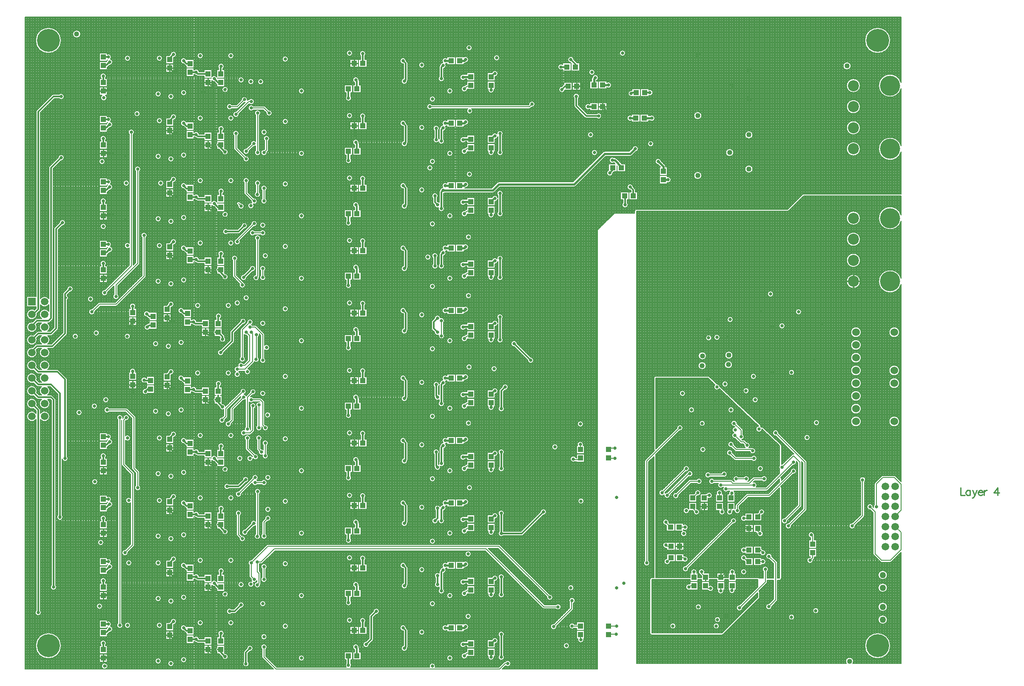
<source format=gbl>
%FSLAX24Y24*%
%MOIN*%
G70*
G01*
G75*
G04 Layer_Physical_Order=4*
G04 Layer_Color=16711680*
%ADD10C,0.0080*%
%ADD11C,0.0400*%
%ADD12R,0.0630X0.0709*%
%ADD13R,0.0787X0.0866*%
%ADD14R,0.0787X0.0472*%
%ADD15R,0.0472X0.0787*%
%ADD16R,0.0433X0.0394*%
%ADD17R,0.0394X0.0433*%
%ADD18R,0.0866X0.0236*%
%ADD19R,0.0236X0.0669*%
%ADD20R,0.0866X0.0236*%
%ADD21R,0.0480X0.0169*%
%ADD22R,0.0236X0.0866*%
%ADD23R,0.0846X0.0157*%
%ADD24R,0.0157X0.0610*%
%ADD25R,0.0157X0.0846*%
%ADD26R,0.0157X0.0846*%
%ADD27R,0.0728X0.0236*%
%ADD28R,0.0610X0.0118*%
%ADD29R,0.0118X0.0610*%
%ADD30R,0.0236X0.0807*%
%ADD31R,0.0571X0.0118*%
%ADD32R,0.0807X0.0236*%
%ADD33R,0.1240X0.1360*%
%ADD34R,0.0315X0.1417*%
%ADD35R,0.0610X0.0157*%
%ADD36O,0.0480X0.0169*%
%ADD37R,0.0630X0.0118*%
%ADD38R,0.0630X0.0118*%
%ADD39O,0.0409X0.0150*%
%ADD40R,0.0409X0.0150*%
%ADD41R,0.0512X0.0591*%
%ADD42R,0.0150X0.0600*%
%ADD43R,0.1010X0.0620*%
%ADD44R,0.0571X0.0217*%
%ADD45R,0.0571X0.0217*%
%ADD46R,0.0906X0.0591*%
%ADD47C,0.0120*%
%ADD48C,0.0100*%
%ADD49C,0.0500*%
%ADD50C,0.0160*%
%ADD51C,0.0250*%
%ADD52C,0.0591*%
%ADD53C,0.0500*%
%ADD54C,0.1800*%
%ADD55C,0.0866*%
%ADD56C,0.1575*%
%ADD57R,0.0591X0.0591*%
%ADD58C,0.0600*%
%ADD59C,0.0250*%
D10*
X76313Y36822D02*
G03*
X76305Y36882I-235J0D01*
G01*
X75851D02*
G03*
X76313Y36822I227J-60D01*
G01*
X75435Y36800D02*
G03*
X75420Y36882I-235J0D01*
G01*
X74980D02*
G03*
X75435Y36800I220J-82D01*
G01*
X76687Y35699D02*
G03*
X76900Y35465I-22J-234D01*
G01*
X75185Y34550D02*
G03*
X75185Y34550I-235J0D01*
G01*
X75085Y34050D02*
G03*
X75085Y34050I-235J0D01*
G01*
X74635Y37000D02*
G03*
X74307Y37216I-235J0D01*
G01*
X74219Y36850D02*
G03*
X74635Y37000I181J150D01*
G01*
X74116Y36882D02*
G03*
X74208Y36850I93J118D01*
G01*
X74116Y36882D02*
G03*
X74208Y36850I93J118D01*
G01*
X72793Y37358D02*
G03*
X72726Y37334I15J-149D01*
G01*
X72793Y37358D02*
G03*
X72726Y37334I15J-149D01*
G01*
X73685Y35550D02*
G03*
X73685Y35550I-235J0D01*
G01*
G03*
X73685Y35550I-235J0D01*
G01*
X72726Y37334D02*
G03*
X72793Y36884I-26J-234D01*
G01*
X71685Y34050D02*
G03*
X71685Y34050I-235J0D01*
G01*
X78189Y49735D02*
G03*
X78435Y49500I11J-235D01*
G01*
X79813Y46642D02*
G03*
X79813Y46358I187J-142D01*
G01*
X78535Y46400D02*
G03*
X78535Y46400I-235J0D01*
G01*
X77500Y48235D02*
G03*
X77243Y48469I-235J0D01*
G01*
X77669Y48033D02*
G03*
X77600Y48050I-69J-133D01*
G01*
X77669Y48033D02*
G03*
X77600Y48050I-69J-133D01*
G01*
X77935Y47800D02*
G03*
X77669Y48033I-235J0D01*
G01*
X77470Y47750D02*
G03*
X77935Y47800I230J50D01*
G01*
X78035Y47200D02*
G03*
X77619Y47350I-235J0D01*
G01*
Y47050D02*
G03*
X78035Y47200I181J150D01*
G01*
X77411Y48050D02*
G03*
X77500Y48235I-145J185D01*
G01*
X78835Y45600D02*
G03*
X78419Y45750I-235J0D01*
G01*
Y45450D02*
G03*
X78835Y45600I181J150D01*
G01*
X78800Y44650D02*
G03*
X78906Y44694I0J150D01*
G01*
X78800Y44650D02*
G03*
X78906Y44694I0J150D01*
G01*
X79000Y44150D02*
G03*
X79106Y44194I0J150D01*
G01*
X79000Y44150D02*
G03*
X79106Y44194I0J150D01*
G01*
X77800Y45750D02*
G03*
X77694Y45706I0J-150D01*
G01*
X77800Y45750D02*
G03*
X77694Y45706I0J-150D01*
G01*
X78035Y45100D02*
G03*
X77739Y45327I-235J0D01*
G01*
X77981Y44950D02*
G03*
X78035Y45100I-181J150D01*
G01*
X76950Y49400D02*
G03*
X76906Y49506I-150J0D01*
G01*
X77106Y48606D02*
G03*
X77000Y48650I-106J-106D01*
G01*
X77035Y48900D02*
G03*
X76950Y49081I-235J0D01*
G01*
X77106Y48606D02*
G03*
X77000Y48650I-106J-106D01*
G01*
X76843Y48669D02*
G03*
X77035Y48900I-43J231D01*
G01*
X76950Y49400D02*
G03*
X76906Y49506I-150J0D01*
G01*
X76694Y48394D02*
G03*
X76800Y48350I106J106D01*
G01*
X77031Y48257D02*
G03*
X77120Y48050I234J-22D01*
G01*
X76694Y48394D02*
G03*
X76800Y48350I106J106D01*
G01*
X76294Y47794D02*
G03*
X76400Y47750I106J106D01*
G01*
X76294Y47794D02*
G03*
X76400Y47750I106J106D01*
G01*
X76244Y51009D02*
G03*
X76244Y51009I-235J0D01*
G01*
X76483Y49952D02*
G03*
X76270Y49718I-235J0D01*
G01*
X76314Y49673D02*
G03*
X76240Y49227I25J-234D01*
G01*
G03*
X76322Y48766I60J-227D01*
G01*
X76235Y48300D02*
G03*
X76022Y48066I-235J0D01*
G01*
X76127Y47648D02*
G03*
X75913Y47414I-235J0D01*
G01*
X77435Y45600D02*
G03*
X77019Y45750I-235J0D01*
G01*
X76234Y47094D02*
G03*
X76340Y47050I106J106D01*
G01*
X76234Y47094D02*
G03*
X76340Y47050I106J106D01*
G01*
X77323Y45400D02*
G03*
X77435Y45600I-123J200D01*
G01*
X77300Y44450D02*
G03*
X77194Y44406I0J-150D01*
G01*
X77300Y44450D02*
G03*
X77194Y44406I0J-150D01*
G01*
X76581Y45750D02*
G03*
X76277Y45400I-181J-150D01*
G01*
X76305Y44418D02*
G03*
X76313Y44478I-227J60D01*
G01*
G03*
X76238Y44650I-235J0D01*
G01*
X76106Y45506D02*
G03*
X76000Y45550I-106J-106D01*
G01*
X76106Y45506D02*
G03*
X76000Y45550I-106J-106D01*
G01*
X75700Y45965D02*
G03*
X75246Y46050I-235J0D01*
G01*
X75371Y45750D02*
G03*
X75700Y45965I94J215D01*
G01*
X75019Y45250D02*
G03*
X75381Y44950I181J-150D01*
G01*
X75918Y44650D02*
G03*
X75851Y44418I160J-172D01*
G01*
X75419Y44950D02*
G03*
X75781Y44650I181J-150D01*
G01*
X75320Y44418D02*
G03*
X75335Y44500I-220J82D01*
G01*
G03*
X74880Y44418I-235J0D01*
G01*
X78418Y42766D02*
G03*
X78635Y43000I-18J234D01*
G01*
X78735Y39800D02*
G03*
X78478Y40034I-235J0D01*
G01*
X78526Y41291D02*
G03*
X78418Y41488I-235J0D01*
G01*
X78635Y43000D02*
G03*
X78166Y42978I-235J0D01*
G01*
X78057Y41312D02*
G03*
X78526Y41291I234J-22D01*
G01*
X78291Y39693D02*
G03*
X78735Y39800I209J107D01*
G01*
X79650Y39000D02*
G03*
X79606Y39106I-150J0D01*
G01*
X79216Y39519D02*
G03*
X79003Y39285I-235J0D01*
G01*
X79650Y39000D02*
G03*
X79606Y39106I-150J0D01*
G01*
X78850Y38319D02*
G03*
X78935Y38500I-150J181D01*
G01*
X78735Y39100D02*
G03*
X78418Y39320I-235J0D01*
G01*
Y38880D02*
G03*
X78735Y39100I82J220D01*
G01*
X78935Y38500D02*
G03*
X78550Y38319I-235J0D01*
G01*
X78212Y37800D02*
G03*
X78100Y37850I-112J-100D01*
G01*
X78212Y37800D02*
G03*
X78100Y37850I-112J-100D01*
G01*
X76735Y43100D02*
G03*
X76650Y43281I-235J0D01*
G01*
X76394Y43606D02*
G03*
X76350Y43500I106J-106D01*
G01*
X76394Y43606D02*
G03*
X76350Y43500I106J-106D01*
G01*
Y43281D02*
G03*
X76307Y43234I150J-181D01*
G01*
X77096Y42715D02*
G03*
X77112Y42293I-96J-215D01*
G01*
X76265Y43096D02*
G03*
X76735Y43100I235J4D01*
G01*
X76178Y42066D02*
G03*
X76435Y42300I22J234D01*
G01*
X76133Y43031D02*
G03*
X76150Y43096I-133J69D01*
G01*
X76133Y43031D02*
G03*
X76150Y43096I-133J69D01*
G01*
X75450Y43222D02*
G03*
X75407Y43327I-150J0D01*
G01*
X75450Y43222D02*
G03*
X75407Y43327I-150J0D01*
G01*
X76135Y43000D02*
G03*
X76133Y43031I-235J0D01*
G01*
X75693Y43112D02*
G03*
X76135Y43000I207J-112D01*
G01*
X76435Y42300D02*
G03*
X75966Y42278I-235J0D01*
G01*
X75535Y43000D02*
G03*
X75450Y43181I-235J0D01*
G01*
X75085Y43096D02*
G03*
X75535Y43000I215J-96D01*
G01*
X77096Y40215D02*
G03*
X77096Y39785I-96J-215D01*
G01*
X77235Y39407D02*
G03*
X77022Y39166I-235J-7D01*
G01*
X76315Y38204D02*
G03*
X76335Y38300I-215J96D01*
G01*
G03*
X75885Y38204I-235J0D01*
G01*
X77235Y38300D02*
G03*
X77235Y38300I-235J0D01*
G01*
X74754Y52984D02*
G03*
X75092Y52664I146J-184D01*
G01*
X73144Y51009D02*
G03*
X73144Y51009I-235J0D01*
G01*
X73987Y49952D02*
G03*
X73987Y49952I-235J0D01*
G01*
X74035Y47900D02*
G03*
X74035Y47900I-235J0D01*
G01*
X74681Y45550D02*
G03*
X74681Y45250I-181J-150D01*
G01*
X74381Y46050D02*
G03*
X74381Y45750I-181J-150D01*
G01*
X74535Y44300D02*
G03*
X74119Y44450I-235J0D01*
G01*
X74100D02*
G03*
X74007Y44418I0J-150D01*
G01*
X74100Y44450D02*
G03*
X74007Y44418I0J-150D01*
G01*
X73620D02*
G03*
X73635Y44500I-220J82D01*
G01*
X73593Y44366D02*
G03*
X73620Y44418I-193J134D01*
G01*
X73013Y46000D02*
G03*
X72552Y46064I-235J0D01*
G01*
X72693Y45781D02*
G03*
X73013Y46000I85J219D01*
G01*
X73735Y45400D02*
G03*
X73319Y45550I-235J0D01*
G01*
Y45250D02*
G03*
X73735Y45400I181J150D01*
G01*
X73635Y44500D02*
G03*
X73166Y44478I-235J0D01*
G01*
X73378Y44266D02*
G03*
X73593Y44366I22J234D01*
G01*
X72435Y52300D02*
G03*
X72435Y52300I-235J0D01*
G01*
X72235Y49600D02*
G03*
X71766Y49578I-235J0D01*
G01*
X71978Y49366D02*
G03*
X72235Y49600I22J234D01*
G01*
X72735Y46400D02*
G03*
X72266Y46378I-235J0D01*
G01*
X72478Y46166D02*
G03*
X72735Y46400I22J234D01*
G01*
X72800Y45550D02*
G03*
X72694Y45506I0J-150D01*
G01*
X72800Y45550D02*
G03*
X72694Y45506I0J-150D01*
G01*
X70622Y44734D02*
G03*
X70768Y44335I-22J-234D01*
G01*
X71022Y44534D02*
G03*
X70832Y44465I-22J-234D01*
G01*
G03*
X70835Y44500I-232J35D01*
G01*
X74207Y44084D02*
G03*
X74535Y44300I93J216D01*
G01*
X73535Y43000D02*
G03*
X73307Y43235I-235J0D01*
G01*
X72693Y43234D02*
G03*
X72735Y43096I-193J-134D01*
G01*
X73066Y43022D02*
G03*
X73535Y43000I234J-22D01*
G01*
X73915Y38204D02*
G03*
X73935Y38300I-215J96D01*
G01*
G03*
X73569Y38105I-235J0D01*
G01*
G03*
X73594Y38072I131J73D01*
G01*
X73569Y38105D02*
G03*
X73594Y38072I131J73D01*
G01*
X73335Y38300D02*
G03*
X72885Y38204I-235J0D01*
G01*
X73315D02*
G03*
X73335Y38300I-215J96D01*
G01*
X71700Y44512D02*
G03*
X71913Y44278I-22J-234D01*
G01*
X72635Y41800D02*
G03*
X72261Y41990I-235J0D01*
G01*
Y41610D02*
G03*
X72635Y41800I139J190D01*
G01*
X72535Y41300D02*
G03*
X72261Y41532I-235J0D01*
G01*
X72166Y41493D02*
G03*
X72535Y41300I134J-193D01*
G01*
X70768Y44335D02*
G03*
X71235Y44300I232J-35D01*
G01*
X71129Y42148D02*
G03*
X71135Y42200I-229J52D01*
G01*
G03*
X70888Y41965I-235J0D01*
G01*
X72369Y39533D02*
G03*
X72304Y39550I-69J-133D01*
G01*
X72635Y39300D02*
G03*
X72369Y39533I-235J0D01*
G01*
G03*
X72304Y39550I-69J-133D01*
G01*
X72288Y39093D02*
G03*
X72635Y39300I112J207D01*
G01*
X72456Y38769D02*
G03*
X72670Y38535I-22J-234D01*
G01*
X71012Y40607D02*
G03*
X70802Y40186I-112J-207D01*
G01*
G03*
X70900Y40150I98J114D01*
G01*
X70982Y39334D02*
G03*
X71235Y39093I18J-234D01*
G01*
X21530Y35262D02*
G03*
X21935Y35100I170J-162D01*
G01*
G03*
X21870Y35262I-235J0D01*
G01*
X23510Y32500D02*
G03*
X23510Y32500I-1010J0D01*
G01*
X22730Y37262D02*
G03*
X23135Y37100I170J-162D01*
G01*
G03*
X23070Y37262I-235J0D01*
G01*
X23230Y42762D02*
G03*
X23251Y42418I170J-162D01*
G01*
G03*
X23549Y42418I149J82D01*
G01*
G03*
X23635Y42600I-149J182D01*
G01*
G03*
X23570Y42762I-235J0D01*
G01*
X27082Y31049D02*
G03*
X27082Y30751I-182J-149D01*
G01*
X27035Y32700D02*
G03*
X26630Y32538I-235J0D01*
G01*
X26970D02*
G03*
X27035Y32700I-170J162D01*
G01*
X27107Y33375D02*
G03*
X27142Y33402I-85J147D01*
G01*
X27082Y30751D02*
G03*
X27170Y30900I-82J149D01*
G01*
G03*
X27082Y31049I-170J0D01*
G01*
X27107Y33375D02*
G03*
X27143Y33402I-85J147D01*
G01*
X27107Y33934D02*
G03*
X27074Y33865I193J-134D01*
G01*
X27305Y33565D02*
G03*
X27535Y33800I-5J235D01*
G01*
X27132Y33964D02*
G03*
X27107Y33934I168J-164D01*
G01*
X27427Y34192D02*
G03*
X27107Y34411I-235J0D01*
G01*
X27360Y34027D02*
G03*
X27427Y34192I-168J164D01*
G01*
X27535Y33800D02*
G03*
X27360Y34027I-235J0D01*
G01*
X26735Y35600D02*
G03*
X26735Y35600I-235J0D01*
G01*
X27035Y37600D02*
G03*
X26630Y37438I-235J0D01*
G01*
X26970D02*
G03*
X27035Y37600I-170J162D01*
G01*
X27107Y38834D02*
G03*
X27074Y38765I193J-134D01*
G01*
X27107Y38275D02*
G03*
X27143Y38302I-85J147D01*
G01*
X27107Y38275D02*
G03*
X27142Y38302I-85J147D01*
G01*
X27132Y38864D02*
G03*
X27107Y38834I168J-164D01*
G01*
X27305Y38465D02*
G03*
X27535Y38700I-5J235D01*
G01*
G03*
X27360Y38927I-235J0D01*
G01*
X27427Y39091D02*
G03*
X27107Y39311I-235J0D01*
G01*
X27360Y38927D02*
G03*
X27427Y39091I-168J164D01*
G01*
X27950Y34281D02*
G03*
X28335Y34100I150J-181D01*
G01*
G03*
X28250Y34281I-235J0D01*
G01*
X31335Y31300D02*
G03*
X31335Y31300I-235J0D01*
G01*
X28935Y34100D02*
G03*
X28935Y34100I-235J0D01*
G01*
X31435D02*
G03*
X31435Y34100I-235J0D01*
G01*
X31335Y36200D02*
G03*
X31335Y36200I-235J0D01*
G01*
X29035Y39000D02*
G03*
X29035Y39000I-235J0D01*
G01*
X31335D02*
G03*
X31335Y39000I-235J0D01*
G01*
X26835Y40600D02*
G03*
X26835Y40600I-235J0D01*
G01*
X27035Y42500D02*
G03*
X26630Y42338I-235J0D01*
G01*
X26970D02*
G03*
X27035Y42500I-170J162D01*
G01*
X26370Y45365D02*
G03*
X26370Y45365I-235J0D01*
G01*
X27107Y43175D02*
G03*
X27143Y43202I-85J147D01*
G01*
X27107Y43175D02*
G03*
X27142Y43202I-85J147D01*
G01*
X27305Y43365D02*
G03*
X27535Y43600I-5J235D01*
G01*
X27107Y43734D02*
G03*
X27074Y43665I193J-134D01*
G01*
X27132Y43764D02*
G03*
X27107Y43734I168J-164D01*
G01*
X27427Y43991D02*
G03*
X27107Y44211I-235J0D01*
G01*
X27535Y43600D02*
G03*
X27360Y43827I-235J0D01*
G01*
G03*
X27427Y43991I-168J164D01*
G01*
X28522Y40034D02*
G03*
X28735Y39800I-22J-234D01*
G01*
X29206Y40294D02*
G03*
X29250Y40400I-106J106D01*
G01*
X29206Y40294D02*
G03*
X29250Y40400I-106J106D01*
G01*
X31335Y41100D02*
G03*
X31335Y41100I-235J0D01*
G01*
X28950Y44081D02*
G03*
X28950Y43719I-150J-181D01*
G01*
X31435Y43900D02*
G03*
X31435Y43900I-235J0D01*
G01*
X29350Y45081D02*
G03*
X29735Y44900I150J-181D01*
G01*
G03*
X29650Y45081I-235J0D01*
G01*
X21530Y50735D02*
G03*
X21530Y50265I-330J-235D01*
G01*
X21870D02*
G03*
X22605Y50500I330J235D01*
G01*
G03*
X21870Y50735I-405J0D01*
G01*
X23570Y47152D02*
G03*
X24035Y47200I230J48D01*
G01*
G03*
X23970Y47362I-235J0D01*
G01*
X21605Y51500D02*
G03*
X21340Y51120I-405J0D01*
G01*
X21605Y52500D02*
G03*
X21340Y52120I-405J0D01*
G01*
X21580Y51360D02*
G03*
X21605Y51500I-380J140D01*
G01*
X21580Y51880D02*
G03*
X21700Y51830I120J120D01*
G01*
X21580Y52360D02*
G03*
X21605Y52500I-380J140D01*
G01*
X21580Y51880D02*
G03*
X21700Y51830I120J120D01*
G01*
X21580Y52880D02*
G03*
X21700Y52830I120J120D01*
G01*
X21580Y52880D02*
G03*
X21700Y52830I120J120D01*
G01*
X21605Y53500D02*
G03*
X21340Y53120I-405J0D01*
G01*
X21605Y54500D02*
G03*
X21340Y54120I-405J0D01*
G01*
X21580Y53360D02*
G03*
X21605Y53500I-380J140D01*
G01*
X21580Y54360D02*
G03*
X21605Y54500I-380J140D01*
G01*
X21580Y53880D02*
G03*
X21700Y53830I120J120D01*
G01*
X21580Y53880D02*
G03*
X21700Y53830I120J120D01*
G01*
X21870Y51000D02*
G03*
X21820Y51120I-170J0D01*
G01*
X21870Y51000D02*
G03*
X21820Y51120I-170J0D01*
G01*
X21965Y51830D02*
G03*
X22605Y51500I235J-330D01*
G01*
G03*
X22435Y51830I-405J0D01*
G01*
Y52170D02*
G03*
X22605Y52500I-235J330D01*
G01*
X23070Y51800D02*
G03*
X23020Y51920I-170J0D01*
G01*
X23070Y51800D02*
G03*
X23020Y51920I-170J0D01*
G01*
X22820Y52120D02*
G03*
X22700Y52170I-120J-120D01*
G01*
X22820Y52120D02*
G03*
X22700Y52170I-120J-120D01*
G01*
X21965Y52830D02*
G03*
X21965Y52170I235J-330D01*
G01*
Y53830D02*
G03*
X21965Y53170I235J-330D01*
G01*
X22605Y52500D02*
G03*
X22435Y52830I-405J0D01*
G01*
X22605Y54500D02*
G03*
X21965Y54170I-405J0D01*
G01*
X22435D02*
G03*
X22605Y54500I-235J330D01*
G01*
X23970Y53400D02*
G03*
X23920Y53520I-170J0D01*
G01*
X23970Y53400D02*
G03*
X23920Y53520I-170J0D01*
G01*
X23320Y54120D02*
G03*
X23200Y54170I-120J-120D01*
G01*
X23320Y54120D02*
G03*
X23200Y54170I-120J-120D01*
G01*
X27035Y47400D02*
G03*
X26630Y47238I-235J0D01*
G01*
X26970D02*
G03*
X27035Y47400I-170J162D01*
G01*
X27107Y48075D02*
G03*
X27143Y48102I-85J147D01*
G01*
X27107Y48075D02*
G03*
X27142Y48102I-85J147D01*
G01*
X27305Y48265D02*
G03*
X27535Y48500I-5J235D01*
G01*
X27107Y48634D02*
G03*
X27074Y48565I193J-134D01*
G01*
X27132Y48664D02*
G03*
X27107Y48634I168J-164D01*
G01*
X27360Y48727D02*
G03*
X27427Y48892I-168J164D01*
G01*
X27535Y48500D02*
G03*
X27360Y48727I-235J0D01*
G01*
X27427Y48892D02*
G03*
X27107Y49111I-235J0D01*
G01*
X28250Y46700D02*
G03*
X28294Y46594I150J0D01*
G01*
X28250Y46700D02*
G03*
X28294Y46594I150J0D01*
G01*
X29250Y46000D02*
G03*
X29206Y46106I-150J0D01*
G01*
X29250Y46000D02*
G03*
X29206Y46106I-150J0D01*
G01*
X31335Y46000D02*
G03*
X31335Y46000I-235J0D01*
G01*
X29050Y46400D02*
G03*
X29094Y46294I150J0D01*
G01*
X29050Y46400D02*
G03*
X29094Y46294I150J0D01*
G01*
X29650Y46100D02*
G03*
X29606Y46206I-150J0D01*
G01*
X29650Y46100D02*
G03*
X29606Y46206I-150J0D01*
G01*
X28550Y48619D02*
G03*
X28935Y48800I150J181D01*
G01*
G03*
X28550Y48981I-235J0D01*
G01*
X31435Y48800D02*
G03*
X31435Y48800I-235J0D01*
G01*
X25135Y50800D02*
G03*
X25135Y50800I-235J0D01*
G01*
X28335Y50400D02*
G03*
X27950Y50219I-235J0D01*
G01*
X28327Y50339D02*
G03*
X28335Y50400I-227J61D01*
G01*
X28706Y51106D02*
G03*
X28600Y51150I-106J-106D01*
G01*
X28706Y51106D02*
G03*
X28600Y51150I-106J-106D01*
G01*
X26335Y51300D02*
G03*
X26335Y51300I-235J0D01*
G01*
X27281Y51150D02*
G03*
X27281Y50850I-181J-150D01*
G01*
X27235Y51800D02*
G03*
X27235Y51800I-235J0D01*
G01*
X28578Y50166D02*
G03*
X28835Y50400I22J234D01*
G01*
G03*
X28366Y50378I-235J0D01*
G01*
X29350Y50400D02*
G03*
X29306Y50506I-150J0D01*
G01*
X29350Y50400D02*
G03*
X29306Y50506I-150J0D01*
G01*
X30095Y52685D02*
G03*
X30289Y52311I5J-235D01*
G01*
X31135Y50900D02*
G03*
X31135Y50900I-235J0D01*
G01*
X30193Y52779D02*
G03*
X30167Y52757I94J-141D01*
G01*
X30193Y52779D02*
G03*
X30167Y52758I94J-141D01*
G01*
X30193Y53484D02*
G03*
X30099Y53137I-193J-134D01*
G01*
X29335Y54050D02*
G03*
X28876Y53979I-235J0D01*
G01*
X29324D02*
G03*
X29335Y54050I-224J71D01*
G01*
X32335Y31100D02*
G03*
X32335Y31100I-235J0D01*
G01*
Y36000D02*
G03*
X32335Y36000I-235J0D01*
G01*
X32535Y34400D02*
G03*
X32065Y34405I-235J0D01*
G01*
X32307Y34165D02*
G03*
X32535Y34400I-7J235D01*
G01*
X33335Y31400D02*
G03*
X33335Y31400I-235J0D01*
G01*
X33202Y33558D02*
G03*
X33293Y33510I120J120D01*
G01*
X33202Y33558D02*
G03*
X33293Y33510I120J120D01*
G01*
X34102Y32758D02*
G03*
X34222Y32708I120J120D01*
G01*
X34102Y32758D02*
G03*
X34222Y32708I120J120D01*
G01*
X33929Y32838D02*
G03*
X34086Y32774I162J170D01*
G01*
X34323Y33048D02*
G03*
X33929Y33179I-232J-39D01*
G01*
X33311Y34004D02*
G03*
X33095Y33665I-211J-104D01*
G01*
X33335Y36300D02*
G03*
X33335Y36300I-235J0D01*
G01*
X34635Y34300D02*
G03*
X34635Y34300I-235J0D01*
G01*
X33202Y38458D02*
G03*
X33293Y38410I120J120D01*
G01*
X33202Y38458D02*
G03*
X33293Y38410I120J120D01*
G01*
X32535Y39300D02*
G03*
X32065Y39305I-235J0D01*
G01*
X33311Y38904D02*
G03*
X33095Y38565I-211J-104D01*
G01*
X32307Y39065D02*
G03*
X32535Y39300I-7J235D01*
G01*
X32335Y40900D02*
G03*
X32335Y40900I-235J0D01*
G01*
X33335Y41200D02*
G03*
X33335Y41200I-235J0D01*
G01*
X34102Y37658D02*
G03*
X34222Y37608I120J120D01*
G01*
X34102Y37658D02*
G03*
X34222Y37608I120J120D01*
G01*
X33929Y37738D02*
G03*
X34086Y37674I162J170D01*
G01*
X34323Y37948D02*
G03*
X33929Y38078I-232J-39D01*
G01*
X34635Y39200D02*
G03*
X34635Y39200I-235J0D01*
G01*
X33202Y43358D02*
G03*
X33293Y43310I120J120D01*
G01*
X33202Y43358D02*
G03*
X33293Y43310I120J120D01*
G01*
X33311Y43804D02*
G03*
X33095Y43465I-211J-104D01*
G01*
X33929Y42639D02*
G03*
X34086Y42574I162J170D01*
G01*
X34102Y42558D02*
G03*
X34222Y42508I120J120D01*
G01*
X34323Y42848D02*
G03*
X33929Y42979I-232J-39D01*
G01*
X34102Y42558D02*
G03*
X34222Y42508I120J120D01*
G01*
X36116Y31646D02*
G03*
X36586Y31651I235J5D01*
G01*
X36558Y31763D02*
G03*
X36463Y31858I-158J-63D01*
G01*
X36586Y31651D02*
G03*
X36558Y31763I-235J0D01*
G01*
X35693Y32347D02*
G03*
X35693Y32070I98J-139D01*
G01*
X36463Y31858D02*
G03*
X36357Y31886I-112J-207D01*
G01*
X36267Y33468D02*
G03*
X35830Y33348I-235J0D01*
G01*
X36170Y33279D02*
G03*
X36267Y33468I-138J190D01*
G01*
X36558Y36663D02*
G03*
X36463Y36758I-158J-63D01*
G01*
G03*
X36307Y36782I-112J-207D01*
G01*
X36862Y35370D02*
G03*
X36862Y35030I-162J-170D01*
G01*
X36586Y36551D02*
G03*
X36558Y36663I-235J0D01*
G01*
X36307Y36782D02*
G03*
X36586Y36551I44J-231D01*
G01*
X37818Y31250D02*
G03*
X38223Y31088I170J-162D01*
G01*
X37867Y32108D02*
G03*
X37818Y31988I120J-120D01*
G01*
X37868Y32108D02*
G03*
X37818Y31988I120J-120D01*
G01*
X38223Y31088D02*
G03*
X38158Y31250I-235J0D01*
G01*
X38305Y32065D02*
G03*
X38535Y32300I-5J235D01*
G01*
G03*
X38065Y32305I-235J0D01*
G01*
X37035Y34300D02*
G03*
X37035Y34300I-235J0D01*
G01*
X37100Y35030D02*
G03*
X37220Y35080I0J170D01*
G01*
X37100Y35030D02*
G03*
X37220Y35080I0J170D01*
G01*
X37835Y35700D02*
G03*
X37365Y35705I-235J0D01*
G01*
X37605Y35465D02*
G03*
X37835Y35700I-5J235D01*
G01*
X35307Y37266D02*
G03*
X35495Y37165I193J134D01*
G01*
X35693Y37534D02*
G03*
X35307Y37534I-193J-134D01*
G01*
X36170Y38179D02*
G03*
X36267Y38368I-138J190D01*
G01*
G03*
X35830Y38248I-235J0D01*
G01*
X37035Y39200D02*
G03*
X37035Y39200I-235J0D01*
G01*
X36116Y41446D02*
G03*
X36586Y41451I235J5D01*
G01*
X36558Y41563D02*
G03*
X36463Y41658I-158J-63D01*
G01*
X36586Y41451D02*
G03*
X36558Y41563I-235J0D01*
G01*
X35693Y42147D02*
G03*
X35693Y41870I98J-139D01*
G01*
X36463Y41658D02*
G03*
X36357Y41686I-112J-207D01*
G01*
X36170Y43079D02*
G03*
X36267Y43268I-138J190D01*
G01*
G03*
X35830Y43148I-235J0D01*
G01*
X37839Y37296D02*
G03*
X37839Y37296I-235J0D01*
G01*
X37250Y41200D02*
G03*
X37294Y41094I150J0D01*
G01*
X37250Y41200D02*
G03*
X37294Y41094I150J0D01*
G01*
X37466Y40922D02*
G03*
X37935Y40900I234J-22D01*
G01*
X38446Y37551D02*
G03*
X38607Y37328I-74J-223D01*
G01*
G03*
X38554Y37477I-235J0D01*
G01*
G03*
X38850Y37623I74J223D01*
G01*
X38394Y37722D02*
G03*
X38446Y37551I234J-22D01*
G01*
X38250Y37928D02*
G03*
X38294Y37822I150J0D01*
G01*
X37935Y40900D02*
G03*
X37678Y41134I-235J0D01*
G01*
X38250Y37928D02*
G03*
X38294Y37822I150J0D01*
G01*
X38422Y39234D02*
G03*
X38250Y38819I-22J-234D01*
G01*
X37635Y42900D02*
G03*
X37250Y42719I-235J0D01*
G01*
X37895Y41635D02*
G03*
X38135Y41395I5J-235D01*
G01*
X38750Y42281D02*
G03*
X38365Y42105I-150J-181D01*
G01*
X37550Y42719D02*
G03*
X37635Y42900I-150J181D01*
G01*
X32335Y45800D02*
G03*
X32335Y45800I-235J0D01*
G01*
X32535Y44200D02*
G03*
X32065Y44205I-235J0D01*
G01*
X32307Y43965D02*
G03*
X32535Y44200I-7J235D01*
G01*
X33335Y46100D02*
G03*
X33335Y46100I-235J0D01*
G01*
X32307Y48865D02*
G03*
X32535Y49100I-7J235D01*
G01*
X33202Y48258D02*
G03*
X33293Y48210I120J120D01*
G01*
X33202Y48258D02*
G03*
X33293Y48210I120J120D01*
G01*
X33311Y48704D02*
G03*
X33095Y48365I-211J-104D01*
G01*
X34635Y44100D02*
G03*
X34635Y44100I-235J0D01*
G01*
X35307Y47066D02*
G03*
X35495Y46965I193J134D01*
G01*
X34102Y47458D02*
G03*
X34222Y47408I120J120D01*
G01*
X33929Y47538D02*
G03*
X34086Y47474I162J170D01*
G01*
X34102Y47458D02*
G03*
X34222Y47408I120J120D01*
G01*
X34323Y47748D02*
G03*
X33929Y47878I-232J-39D01*
G01*
X34635Y49000D02*
G03*
X34635Y49000I-235J0D01*
G01*
X35693Y47334D02*
G03*
X35307Y47334I-193J-134D01*
G01*
X32135Y50700D02*
G03*
X32135Y50700I-235J0D01*
G01*
X32535Y49100D02*
G03*
X32065Y49105I-235J0D01*
G01*
X33135Y51000D02*
G03*
X33135Y51000I-235J0D01*
G01*
X33902Y52358D02*
G03*
X34022Y52308I120J120D01*
G01*
X33902Y52358D02*
G03*
X34022Y52308I120J120D01*
G01*
X33729Y52439D02*
G03*
X33886Y52374I162J170D01*
G01*
X33002Y53158D02*
G03*
X33093Y53110I120J120D01*
G01*
X33002Y53158D02*
G03*
X33093Y53110I120J120D01*
G01*
X32107Y53765D02*
G03*
X32335Y54000I-7J235D01*
G01*
G03*
X31865Y54005I-235J0D01*
G01*
X33111Y53604D02*
G03*
X32895Y53265I-211J-104D01*
G01*
X35493Y51947D02*
G03*
X35493Y51670I98J-139D01*
G01*
X34123Y52648D02*
G03*
X33729Y52779I-232J-39D01*
G01*
X34435Y53900D02*
G03*
X34435Y53900I-235J0D01*
G01*
X37035Y44100D02*
G03*
X37035Y44100I-235J0D01*
G01*
X36463Y46558D02*
G03*
X36307Y46582I-112J-207D01*
G01*
X36662Y45170D02*
G03*
X36662Y44830I-162J-170D01*
G01*
X36307Y46582D02*
G03*
X36586Y46351I44J-231D01*
G01*
X36558Y46463D02*
G03*
X36463Y46558I-158J-63D01*
G01*
X36586Y46351D02*
G03*
X36558Y46463I-235J0D01*
G01*
X37422Y44634D02*
G03*
X37635Y44400I-22J-234D01*
G01*
X37420Y44830D02*
G03*
X37541Y44880I0J170D01*
G01*
X37420Y44830D02*
G03*
X37541Y44880I0J170D01*
G01*
X36170Y47979D02*
G03*
X36267Y48169I-138J190D01*
G01*
G03*
X35830Y48048I-235J0D01*
G01*
X37035Y49000D02*
G03*
X37035Y49000I-235J0D01*
G01*
X36622Y50134D02*
G03*
X36835Y49900I-22J-234D01*
G01*
X37735Y47200D02*
G03*
X37735Y47200I-235J0D01*
G01*
X38195Y45540D02*
G03*
X37725Y45545I-235J0D01*
G01*
X37966Y45305D02*
G03*
X38195Y45540I-5J235D01*
G01*
X38469Y45257D02*
G03*
X38881Y45150I231J43D01*
G01*
X38935Y45700D02*
G03*
X38466Y45678I-235J0D01*
G01*
X38493Y47334D02*
G03*
X38535Y47194I-193J-134D01*
G01*
G03*
X38963Y47328I193J134D01*
G01*
X37950Y47956D02*
G03*
X37994Y47850I150J0D01*
G01*
X37950Y47956D02*
G03*
X37994Y47850I150J0D01*
G01*
X37950Y49681D02*
G03*
X37878Y49422I150J-181D01*
G01*
X38335Y48800D02*
G03*
X37950Y48619I-235J0D01*
G01*
X37878Y49422D02*
G03*
X37981Y49050I-78J-222D01*
G01*
X38250Y48619D02*
G03*
X38335Y48800I-150J181D01*
G01*
X38327Y49439D02*
G03*
X38335Y49500I-227J61D01*
G01*
G03*
X38250Y49681I-235J0D01*
G01*
X38300Y49050D02*
G03*
X38406Y49094I0J150D01*
G01*
X38300Y49050D02*
G03*
X38406Y49094I0J150D01*
G01*
X36122Y50434D02*
G03*
X36335Y50200I-22J-234D01*
G01*
X36506Y50394D02*
G03*
X36550Y50500I-106J106D01*
G01*
X36506Y50394D02*
G03*
X36550Y50500I-106J106D01*
G01*
X35916Y51246D02*
G03*
X36250Y51038I235J5D01*
G01*
X36263Y51458D02*
G03*
X36157Y51486I-112J-207D01*
G01*
X36382Y51294D02*
G03*
X36358Y51363I-231J-43D01*
G01*
G03*
X36263Y51458I-158J-63D01*
G01*
X37006Y50094D02*
G03*
X37050Y50200I-106J106D01*
G01*
X37006Y50094D02*
G03*
X37050Y50200I-106J106D01*
G01*
X36794Y51206D02*
G03*
X36750Y51100I106J-106D01*
G01*
X36794Y51206D02*
G03*
X36750Y51100I106J-106D01*
G01*
X36067Y53068D02*
G03*
X35630Y52948I-235J0D01*
G01*
X35970Y52879D02*
G03*
X36067Y53068I-138J190D01*
G01*
X36835Y53900D02*
G03*
X36835Y53900I-235J0D01*
G01*
X37378Y54422D02*
G03*
X37177Y54000I-78J-222D01*
G01*
X37423D02*
G03*
X37481Y54050I-123J200D01*
G01*
X37573Y52061D02*
G03*
X37566Y51978I227J-61D01*
G01*
X37778Y51766D02*
G03*
X37950Y51819I22J234D01*
G01*
X38004Y52116D02*
G03*
X37823Y52234I-204J-116D01*
G01*
X38763Y51328D02*
G03*
X38350Y51174I-235J0D01*
G01*
X38250Y51619D02*
G03*
X38581Y51650I150J181D01*
G01*
Y51950D02*
G03*
X38339Y52027I-181J-150D01*
G01*
X37995Y52460D02*
G03*
X37526Y52438I-235J0D01*
G01*
X37823Y52234D02*
G03*
X37995Y52460I-63J226D01*
G01*
X37177Y54000D02*
G03*
X37535Y53800I123J-200D01*
G01*
G03*
X37423Y54000I-235J0D01*
G01*
X37781Y54650D02*
G03*
X37378Y54422I-181J-150D01*
G01*
X38506Y52194D02*
G03*
X38763Y52428I22J234D01*
G01*
G03*
X38294Y52406I-235J0D01*
G01*
X37870Y54050D02*
G03*
X38335Y54000I230J-50D01*
G01*
G03*
X38143Y54231I-235J0D01*
G01*
X21260Y55901D02*
G03*
X21605Y55500I-60J-401D01*
G01*
G03*
X21548Y55708I-405J0D01*
G01*
X21600Y56170D02*
G03*
X21480Y56120I0J-170D01*
G01*
X21600Y56170D02*
G03*
X21480Y56120I0J-170D01*
G01*
X21605Y56500D02*
G03*
X21580Y56640I-405J0D01*
G01*
X21340Y56880D02*
G03*
X21605Y56500I-140J-380D01*
G01*
X21260Y57901D02*
G03*
X21605Y57500I-60J-401D01*
G01*
X21408Y58848D02*
G03*
X21605Y58500I-208J-348D01*
G01*
X21700Y57170D02*
G03*
X21580Y57120I0J-170D01*
G01*
X21700Y57170D02*
G03*
X21580Y57120I0J-170D01*
G01*
X21605Y57500D02*
G03*
X21548Y57708I-405J0D01*
G01*
X21600Y58170D02*
G03*
X21480Y58120I0J-170D01*
G01*
X21600Y58170D02*
G03*
X21480Y58120I0J-170D01*
G01*
X21965Y55830D02*
G03*
X22605Y55500I235J-330D01*
G01*
G03*
X22435Y55830I-405J0D01*
G01*
X21965Y56830D02*
G03*
X21965Y56170I235J-330D01*
G01*
X22435D02*
G03*
X22605Y56500I-235J330D01*
G01*
G03*
X22435Y56830I-405J0D01*
G01*
X22800Y55830D02*
G03*
X22920Y55880I0J170D01*
G01*
X22800Y55830D02*
G03*
X22920Y55880I0J170D01*
G01*
X22700Y56830D02*
G03*
X22820Y56880I0J170D01*
G01*
X22700Y56830D02*
G03*
X22820Y56880I0J170D01*
G01*
X21965Y57830D02*
G03*
X21965Y57170I235J-330D01*
G01*
X22435D02*
G03*
X22605Y57500I-235J330D01*
G01*
G03*
X22435Y57830I-405J0D01*
G01*
X22500D02*
G03*
X22620Y57880I0J170D01*
G01*
X22530Y58735D02*
G03*
X21965Y58170I-330J-235D01*
G01*
X22500Y57830D02*
G03*
X22620Y57880I0J170D01*
G01*
X23220Y57280D02*
G03*
X23270Y57400I-120J120D01*
G01*
X23220Y57280D02*
G03*
X23270Y57400I-120J120D01*
G01*
X22820Y58080D02*
G03*
X22870Y58200I-120J120D01*
G01*
X22820Y58080D02*
G03*
X22870Y58200I-120J120D01*
G01*
X21605Y58500D02*
G03*
X21601Y58560I-405J0D01*
G01*
X21820Y58780D02*
G03*
X21870Y58900I-120J120D01*
G01*
X21820Y58780D02*
G03*
X21870Y58900I-120J120D01*
G01*
Y59265D02*
G03*
X22530Y59265I330J235D01*
G01*
Y59735D02*
G03*
X21870Y59735I-330J-235D01*
G01*
X23920Y56880D02*
G03*
X23970Y57000I-120J120D01*
G01*
X23920Y56880D02*
G03*
X23970Y57000I-120J120D01*
G01*
X24847Y56788D02*
G03*
X24847Y56788I-235J0D01*
G01*
X26491Y57044D02*
G03*
X26491Y57044I-235J0D01*
G01*
X25922Y58934D02*
G03*
X26135Y58700I-22J-234D01*
G01*
X26500Y59450D02*
G03*
X26394Y59406I0J-150D01*
G01*
X26500Y59450D02*
G03*
X26394Y59406I0J-150D01*
G01*
X27800Y59150D02*
G03*
X27906Y59194I0J150D01*
G01*
X27800Y59150D02*
G03*
X27906Y59194I0J150D01*
G01*
X23970Y59645D02*
G03*
X24070Y59800I-70J155D01*
G01*
G03*
X24020Y59920I-170J0D01*
G01*
X26035Y59700D02*
G03*
X26035Y59700I-235J0D01*
G01*
X23680Y60220D02*
G03*
X23630Y60100I120J-120D01*
G01*
X23680Y60220D02*
G03*
X23630Y60100I120J-120D01*
G01*
X24205Y60265D02*
G03*
X24435Y60500I-5J235D01*
G01*
X27650Y60081D02*
G03*
X28035Y59900I150J-181D01*
G01*
X26922Y60434D02*
G03*
X27135Y60200I-22J-234D01*
G01*
X28035Y59900D02*
G03*
X27950Y60081I-235J0D01*
G01*
X28923Y56788D02*
G03*
X28923Y56788I-235J0D01*
G01*
X30393Y57820D02*
G03*
X30280Y57770I7J-170D01*
G01*
X31135Y56200D02*
G03*
X31135Y56200I-235J0D01*
G01*
X30245Y57735D02*
G03*
X30421Y57339I5J-235D01*
G01*
X30393Y57820D02*
G03*
X30280Y57770I7J-170D01*
G01*
X30295Y58215D02*
G03*
X30393Y58166I120J120D01*
G01*
X30295Y58214D02*
G03*
X30393Y58166I120J120D01*
G01*
X30407Y58661D02*
G03*
X30195Y58315I-207J-111D01*
G01*
X29335Y59150D02*
G03*
X28930Y58988I-235J0D01*
G01*
X29270D02*
G03*
X29335Y59150I-170J162D01*
G01*
X24435Y60500D02*
G03*
X23965Y60505I-235J0D01*
G01*
X27035Y62500D02*
G03*
X26630Y62338I-235J0D01*
G01*
X26970D02*
G03*
X27035Y62500I-170J162D01*
G01*
X27107Y63175D02*
G03*
X27142Y63202I-85J147D01*
G01*
X27107Y63175D02*
G03*
X27143Y63202I-85J147D01*
G01*
X27107Y63734D02*
G03*
X27074Y63665I193J-134D01*
G01*
X27132Y63764D02*
G03*
X27107Y63734I168J-164D01*
G01*
X27360Y63827D02*
G03*
X27427Y63991I-168J164D01*
G01*
X27305Y63365D02*
G03*
X27535Y63600I-5J235D01*
G01*
G03*
X27360Y63827I-235J0D01*
G01*
X27427Y63991D02*
G03*
X27107Y64211I-235J0D01*
G01*
X31335Y61100D02*
G03*
X31335Y61100I-235J0D01*
G01*
X30106Y61394D02*
G03*
X30150Y61500I-106J106D01*
G01*
X30106Y61394D02*
G03*
X30150Y61500I-106J106D01*
G01*
X29606Y62394D02*
G03*
X29650Y62500I-106J106D01*
G01*
X29606Y62394D02*
G03*
X29650Y62500I-106J106D01*
G01*
X28850Y64081D02*
G03*
X28850Y63719I-150J-181D01*
G01*
X31435Y63900D02*
G03*
X31435Y63900I-235J0D01*
G01*
X30150Y64519D02*
G03*
X30235Y64700I-150J181D01*
G01*
X22980Y65320D02*
G03*
X22930Y65200I120J-120D01*
G01*
X22980Y65320D02*
G03*
X22930Y65200I120J-120D01*
G01*
X23605Y65465D02*
G03*
X23835Y65700I-5J235D01*
G01*
G03*
X23365Y65705I-235J0D01*
G01*
X22580Y70120D02*
G03*
X22530Y70000I120J-120D01*
G01*
X22580Y70120D02*
G03*
X22530Y70000I120J-120D01*
G01*
X21580Y74520D02*
G03*
X21530Y74400I120J-120D01*
G01*
X21580Y74520D02*
G03*
X21530Y74400I120J-120D01*
G01*
X22900Y75770D02*
G03*
X22780Y75720I0J-170D01*
G01*
X23735Y70800D02*
G03*
X23265Y70805I-235J0D01*
G01*
X23505Y70565D02*
G03*
X23735Y70800I-5J235D01*
G01*
X22900Y75770D02*
G03*
X22780Y75720I0J-170D01*
G01*
X23338Y75430D02*
G03*
X23735Y75600I162J170D01*
G01*
G03*
X23338Y75770I-235J0D01*
G01*
X23510Y80000D02*
G03*
X23510Y80000I-1010J0D01*
G01*
X27035Y65400D02*
G03*
X27035Y65400I-235J0D01*
G01*
Y67400D02*
G03*
X26630Y67238I-235J0D01*
G01*
X26970D02*
G03*
X27035Y67400I-170J162D01*
G01*
X27107Y68075D02*
G03*
X27142Y68102I-85J147D01*
G01*
X27107Y68075D02*
G03*
X27143Y68102I-85J147D01*
G01*
X27305Y68265D02*
G03*
X27535Y68500I-5J235D01*
G01*
X27107Y68634D02*
G03*
X27074Y68565I193J-134D01*
G01*
X27132Y68664D02*
G03*
X27107Y68634I168J-164D01*
G01*
X27427Y68892D02*
G03*
X27107Y69111I-235J0D01*
G01*
X27535Y68500D02*
G03*
X27360Y68727I-235J0D01*
G01*
G03*
X27427Y68892I-168J164D01*
G01*
X30235Y64700D02*
G03*
X29850Y64519I-235J0D01*
G01*
X31335Y66000D02*
G03*
X31335Y66000I-235J0D01*
G01*
X28835Y68800D02*
G03*
X28835Y68800I-235J0D01*
G01*
X26935Y70500D02*
G03*
X26935Y70500I-235J0D01*
G01*
X27035Y72300D02*
G03*
X26630Y72138I-235J0D01*
G01*
X26970D02*
G03*
X27035Y72300I-170J162D01*
G01*
X27107Y72975D02*
G03*
X27142Y73002I-85J147D01*
G01*
X27107Y73534D02*
G03*
X27074Y73465I193J-134D01*
G01*
X27107Y72975D02*
G03*
X27143Y73002I-85J147D01*
G01*
X27132Y73564D02*
G03*
X27107Y73534I168J-164D01*
G01*
X27360Y73627D02*
G03*
X27427Y73791I-168J164D01*
G01*
G03*
X27107Y74011I-235J0D01*
G01*
X26710Y75696D02*
G03*
X27075Y75500I130J-196D01*
G01*
X27035Y77200D02*
G03*
X26630Y77038I-235J0D01*
G01*
X25030Y80500D02*
G03*
X25030Y80500I-310J0D01*
G01*
X27075Y75500D02*
G03*
X26970Y75696I-235J0D01*
G01*
X26970Y77038D02*
G03*
X27035Y77200I-170J162D01*
G01*
X27107Y77875D02*
G03*
X27143Y77902I-85J147D01*
G01*
X27107Y78434D02*
G03*
X27074Y78365I193J-134D01*
G01*
X27107Y77875D02*
G03*
X27142Y77902I-85J147D01*
G01*
X27132Y78464D02*
G03*
X27107Y78434I168J-164D01*
G01*
X27360Y78527D02*
G03*
X27427Y78692I-168J164D01*
G01*
G03*
X27107Y78911I-235J0D01*
G01*
X27305Y73165D02*
G03*
X27535Y73400I-5J235D01*
G01*
G03*
X27360Y73627I-235J0D01*
G01*
X29650Y69719D02*
G03*
X29735Y69900I-150J181D01*
G01*
G03*
X29350Y69719I-235J0D01*
G01*
X31335Y70900D02*
G03*
X31335Y70900I-235J0D01*
G01*
X29150Y72619D02*
G03*
X29235Y72800I-150J181D01*
G01*
G03*
X28850Y72619I-235J0D01*
G01*
X31435Y73700D02*
G03*
X31435Y73700I-235J0D01*
G01*
X27305Y78065D02*
G03*
X27535Y78300I-5J235D01*
G01*
G03*
X27360Y78527I-235J0D01*
G01*
X28935Y78600D02*
G03*
X28935Y78600I-235J0D01*
G01*
X29684Y74251D02*
G03*
X29684Y74251I-235J0D01*
G01*
X31335Y75800D02*
G03*
X31335Y75800I-235J0D01*
G01*
X31435Y78600D02*
G03*
X31435Y78600I-235J0D01*
G01*
X32135Y56000D02*
G03*
X32135Y56000I-235J0D01*
G01*
X33135Y56300D02*
G03*
X33135Y56300I-235J0D01*
G01*
X33902Y57658D02*
G03*
X34022Y57608I120J120D01*
G01*
X33902Y57658D02*
G03*
X34022Y57608I120J120D01*
G01*
X33729Y57738D02*
G03*
X33886Y57674I162J170D01*
G01*
X33002Y58458D02*
G03*
X33093Y58410I120J120D01*
G01*
X33002Y58458D02*
G03*
X33093Y58410I120J120D01*
G01*
X32107Y59065D02*
G03*
X32335Y59300I-7J235D01*
G01*
G03*
X31865Y59305I-235J0D01*
G01*
X32335Y60900D02*
G03*
X32335Y60900I-235J0D01*
G01*
X33111Y58904D02*
G03*
X32895Y58565I-211J-104D01*
G01*
X33335Y61200D02*
G03*
X33335Y61200I-235J0D01*
G01*
X34123Y57948D02*
G03*
X33729Y58078I-232J-39D01*
G01*
X34435Y59200D02*
G03*
X34435Y59200I-235J0D01*
G01*
X33929Y62639D02*
G03*
X34086Y62574I162J170D01*
G01*
X34102Y62558D02*
G03*
X34222Y62508I120J120D01*
G01*
X34102Y62558D02*
G03*
X34222Y62508I120J120D01*
G01*
X34323Y62848D02*
G03*
X33929Y62979I-232J-39D01*
G01*
X33202Y63358D02*
G03*
X33293Y63310I120J120D01*
G01*
X33202Y63358D02*
G03*
X33293Y63310I120J120D01*
G01*
X33311Y63804D02*
G03*
X33095Y63465I-211J-104D01*
G01*
X32335Y65800D02*
G03*
X32335Y65800I-235J0D01*
G01*
X32535Y64200D02*
G03*
X32065Y64205I-235J0D01*
G01*
X32307Y63965D02*
G03*
X32535Y64200I-7J235D01*
G01*
X33335Y66100D02*
G03*
X33335Y66100I-235J0D01*
G01*
X34102Y67458D02*
G03*
X34222Y67408I120J120D01*
G01*
X33929Y67538D02*
G03*
X34086Y67474I162J170D01*
G01*
X34102Y67458D02*
G03*
X34222Y67408I120J120D01*
G01*
X34635Y64100D02*
G03*
X34635Y64100I-235J0D01*
G01*
X35307Y67066D02*
G03*
X35495Y66965I193J134D01*
G01*
X35693Y67334D02*
G03*
X35307Y67334I-193J-134D01*
G01*
X35995Y55735D02*
G03*
X36235Y55495I5J-235D01*
G01*
X35969Y56699D02*
G03*
X36386Y56551I182J-148D01*
G01*
X36321Y56757D02*
G03*
X36271Y56878I-170J0D01*
G01*
X35493Y57247D02*
G03*
X35493Y56970I98J-139D01*
G01*
X36321Y56757D02*
G03*
X36271Y56878I-170J0D01*
G01*
X37020Y56280D02*
G03*
X37070Y56400I-120J120D01*
G01*
X37020Y56280D02*
G03*
X37070Y56400I-120J120D01*
G01*
X36358Y56663D02*
G03*
X36321Y56719I-158J-63D01*
G01*
X36386Y56551D02*
G03*
X36358Y56663I-235J0D01*
G01*
X36780Y57220D02*
G03*
X36730Y57100I120J-120D01*
G01*
X36780Y57220D02*
G03*
X36730Y57100I120J-120D01*
G01*
X35970Y58179D02*
G03*
X36067Y58369I-138J190D01*
G01*
G03*
X35630Y58248I-235J0D01*
G01*
X36116Y61446D02*
G03*
X36586Y61451I235J5D01*
G01*
X36835Y59200D02*
G03*
X36835Y59200I-235J0D01*
G01*
X37535Y59400D02*
G03*
X37535Y59400I-235J0D01*
G01*
X37550Y55181D02*
G03*
X37935Y55000I150J-181D01*
G01*
G03*
X37850Y55181I-235J0D01*
G01*
X37594Y57406D02*
G03*
X37550Y57300I106J-106D01*
G01*
X37594Y57406D02*
G03*
X37550Y57300I106J-106D01*
G01*
X37850Y56919D02*
G03*
X38022Y56866I150J181D01*
G01*
X38481Y57650D02*
G03*
X38423Y57700I-181J-150D01*
G01*
G03*
X38535Y57900I-123J200D01*
G01*
X37766Y57725D02*
G03*
X37995Y57960I-5J235D01*
G01*
G03*
X37525Y57966I-235J0D01*
G01*
X38235Y59800D02*
G03*
X38235Y59800I-235J0D01*
G01*
X37488Y60900D02*
G03*
X37935Y60800I212J-100D01*
G01*
X37795Y61635D02*
G03*
X38035Y61395I5J-235D01*
G01*
X37935Y60800D02*
G03*
X37799Y61013I-235J0D01*
G01*
X38535Y57900D02*
G03*
X38066Y57878I-235J0D01*
G01*
X38750Y61616D02*
G03*
X39019Y61384I34J-233D01*
G01*
X35693Y62147D02*
G03*
X35693Y61870I98J-139D01*
G01*
X36267Y63268D02*
G03*
X35830Y63148I-235J0D01*
G01*
X36170Y63079D02*
G03*
X36267Y63268I-138J190D01*
G01*
X36950Y61500D02*
G03*
X36994Y61394I150J0D01*
G01*
X36950Y61500D02*
G03*
X36994Y61394I150J0D01*
G01*
X36558Y61563D02*
G03*
X36463Y61658I-158J-63D01*
G01*
X36586Y61451D02*
G03*
X36558Y61563I-235J0D01*
G01*
X36463Y61658D02*
G03*
X36357Y61686I-112J-207D01*
G01*
X37035Y64100D02*
G03*
X37035Y64100I-235J0D01*
G01*
X37335Y62900D02*
G03*
X36950Y62719I-235J0D01*
G01*
X37250D02*
G03*
X37335Y62900I-150J181D01*
G01*
X37535Y64200D02*
G03*
X37512Y64300I-235J0D01*
G01*
X36562Y65170D02*
G03*
X36562Y64830I-162J-170D01*
G01*
X36307Y66582D02*
G03*
X36586Y66351I44J-231D01*
G01*
X36463Y66558D02*
G03*
X36307Y66582I-112J-207D01*
G01*
X36558Y66463D02*
G03*
X36463Y66558I-158J-63D01*
G01*
X37201Y64413D02*
G03*
X37535Y64200I99J-213D01*
G01*
X36586Y66351D02*
G03*
X36558Y66463I-235J0D01*
G01*
X37400Y64830D02*
G03*
X37520Y64880I0J170D01*
G01*
X37400Y64830D02*
G03*
X37520Y64880I0J170D01*
G01*
X37506Y67306D02*
G03*
X37294Y67094I-106J-106D01*
G01*
X38505Y61865D02*
G03*
X38735Y62100I-5J235D01*
G01*
G03*
X38265Y62105I-235J0D01*
G01*
X37866Y65225D02*
G03*
X38095Y65460I-5J235D01*
G01*
G03*
X37625Y65466I-235J0D01*
G01*
X37370Y67018D02*
G03*
X37839Y66996I234J-22D01*
G01*
G03*
X37582Y67230I-235J0D01*
G01*
X38681Y65050D02*
G03*
X38681Y64750I-181J-150D01*
G01*
X38393Y67395D02*
G03*
X38438Y67253I235J-3D01*
G01*
X38863Y65628D02*
G03*
X38394Y65606I-235J0D01*
G01*
X38438Y67253D02*
G03*
X38607Y67028I-66J-226D01*
G01*
G03*
X38562Y67167I-235J0D01*
G01*
G03*
X38863Y67392I66J226D01*
G01*
X31535Y68800D02*
G03*
X31535Y68800I-235J0D01*
G01*
X32535Y69100D02*
G03*
X32065Y69105I-235J0D01*
G01*
X32307Y68865D02*
G03*
X32535Y69100I-7J235D01*
G01*
X32335Y70700D02*
G03*
X32335Y70700I-235J0D01*
G01*
X33202Y68258D02*
G03*
X33293Y68210I120J120D01*
G01*
X33311Y68704D02*
G03*
X33095Y68365I-211J-104D01*
G01*
X33335Y71000D02*
G03*
X33335Y71000I-235J0D01*
G01*
X34323Y67748D02*
G03*
X33929Y67878I-232J-39D01*
G01*
X33202Y68258D02*
G03*
X33293Y68210I120J120D01*
G01*
X34635Y69000D02*
G03*
X34635Y69000I-235J0D01*
G01*
X33311Y73604D02*
G03*
X33095Y73265I-211J-104D01*
G01*
X33202Y73158D02*
G03*
X33293Y73110I120J120D01*
G01*
X33202Y73158D02*
G03*
X33293Y73110I120J120D01*
G01*
X34102Y72358D02*
G03*
X34222Y72308I120J120D01*
G01*
X33929Y72439D02*
G03*
X34086Y72374I162J170D01*
G01*
X34102Y72358D02*
G03*
X34222Y72308I120J120D01*
G01*
X34323Y72648D02*
G03*
X33929Y72779I-232J-39D01*
G01*
X32335Y75600D02*
G03*
X32335Y75600I-235J0D01*
G01*
X32535Y74000D02*
G03*
X32065Y74005I-235J0D01*
G01*
X32307Y73765D02*
G03*
X32535Y74000I-7J235D01*
G01*
X33335Y75900D02*
G03*
X33335Y75900I-235J0D01*
G01*
X32535Y78900D02*
G03*
X32065Y78905I-235J0D01*
G01*
X33202Y78058D02*
G03*
X33293Y78010I120J120D01*
G01*
X33311Y78504D02*
G03*
X33095Y78165I-211J-104D01*
G01*
X33202Y78058D02*
G03*
X33293Y78010I120J120D01*
G01*
X32307Y78665D02*
G03*
X32535Y78900I-7J235D01*
G01*
X34635Y73900D02*
G03*
X34635Y73900I-235J0D01*
G01*
X34102Y77258D02*
G03*
X34222Y77208I120J120D01*
G01*
X34102Y77258D02*
G03*
X34222Y77208I120J120D01*
G01*
X33929Y77339D02*
G03*
X34086Y77274I162J170D01*
G01*
X34323Y77548D02*
G03*
X33929Y77678I-232J-39D01*
G01*
X34635Y78800D02*
G03*
X34635Y78800I-235J0D01*
G01*
X36267Y68169D02*
G03*
X35830Y68048I-235J0D01*
G01*
X36170Y67979D02*
G03*
X36267Y68169I-138J190D01*
G01*
X36116Y71246D02*
G03*
X36586Y71251I235J5D01*
G01*
X36558Y71363D02*
G03*
X36463Y71458I-158J-63D01*
G01*
G03*
X36357Y71486I-112J-207D01*
G01*
X37035Y69000D02*
G03*
X37035Y69000I-235J0D01*
G01*
X36586Y71251D02*
G03*
X36558Y71363I-235J0D01*
G01*
X37050Y71500D02*
G03*
X37094Y71394I150J0D01*
G01*
X37050Y71500D02*
G03*
X37094Y71394I150J0D01*
G01*
X35693Y71947D02*
G03*
X35693Y71670I98J-139D01*
G01*
X37850Y68000D02*
G03*
X37894Y67894I150J0D01*
G01*
X37850Y68000D02*
G03*
X37894Y67894I150J0D01*
G01*
X38235Y69000D02*
G03*
X37850Y68819I-235J0D01*
G01*
X37766Y70722D02*
G03*
X38235Y70700I234J-22D01*
G01*
X38150Y68819D02*
G03*
X38235Y69000I-150J181D01*
G01*
Y70700D02*
G03*
X37978Y70934I-235J0D01*
G01*
X37435Y72700D02*
G03*
X37050Y72519I-235J0D01*
G01*
X37350D02*
G03*
X37435Y72700I-150J181D01*
G01*
X38022Y71534D02*
G03*
X38235Y71300I-22J-234D01*
G01*
X38750Y72081D02*
G03*
X38366Y71878I-150J-181D01*
G01*
X36267Y73068D02*
G03*
X35830Y72948I-235J0D01*
G01*
X36307Y76382D02*
G03*
X36586Y76151I44J-231D01*
G01*
X35307Y76866D02*
G03*
X35495Y76765I193J134D01*
G01*
X36170Y72879D02*
G03*
X36267Y73068I-138J190D01*
G01*
X37035Y73900D02*
G03*
X37035Y73900I-235J0D01*
G01*
X36586Y76151D02*
G03*
X36558Y76263I-235J0D01*
G01*
X36463Y76358D02*
G03*
X36307Y76382I-112J-207D01*
G01*
X36558Y76263D02*
G03*
X36463Y76358I-158J-63D01*
G01*
X36881Y74950D02*
G03*
X36881Y74650I-181J-150D01*
G01*
X35693Y77134D02*
G03*
X35307Y77134I-193J-134D01*
G01*
X36170Y77779D02*
G03*
X36267Y77969I-138J190D01*
G01*
G03*
X35830Y77848I-235J0D01*
G01*
X37035Y78800D02*
G03*
X37035Y78800I-235J0D01*
G01*
X37222Y74434D02*
G03*
X37435Y74200I-22J-234D01*
G01*
X37300Y74650D02*
G03*
X37406Y74694I0J150D01*
G01*
X37300Y74650D02*
G03*
X37406Y74694I0J150D01*
G01*
X38581Y74850D02*
G03*
X38581Y74550I-181J-150D01*
G01*
X38095Y75360D02*
G03*
X37626Y75338I-235J0D01*
G01*
X37838Y75126D02*
G03*
X37921Y75133I22J234D01*
G01*
X38087Y75299D02*
G03*
X38095Y75360I-227J61D01*
G01*
X38200Y75350D02*
G03*
X38094Y75306I0J-150D01*
G01*
X38200Y75350D02*
G03*
X38094Y75306I0J-150D01*
G01*
X38240Y75028D02*
G03*
X38635Y75200I160J172D01*
G01*
G03*
X38219Y75350I-235J0D01*
G01*
X37839Y76896D02*
G03*
X37839Y76896I-235J0D01*
G01*
X38607Y76772D02*
G03*
X38607Y76772I-235J0D01*
G01*
X39250Y31600D02*
G03*
X39294Y31494I150J0D01*
G01*
X39250Y31600D02*
G03*
X39294Y31494I150J0D01*
G01*
X39635Y32400D02*
G03*
X39250Y32219I-235J0D01*
G01*
X39550D02*
G03*
X39635Y32400I-150J181D01*
G01*
X39631Y33204D02*
G03*
X39631Y33204I-235J0D01*
G01*
X39535Y35800D02*
G03*
X39535Y35800I-235J0D01*
G01*
X41300Y34035D02*
G03*
X41300Y34035I-235J0D01*
G01*
X42570Y31535D02*
G03*
X42570Y31535I-235J0D01*
G01*
Y36435D02*
G03*
X42570Y36435I-235J0D01*
G01*
X45852Y31140D02*
G03*
X45858Y30810I170J-162D01*
G01*
X46187D02*
G03*
X46257Y30978I-165J168D01*
G01*
G03*
X46192Y31140I-235J0D01*
G01*
X46835Y32400D02*
G03*
X46522Y32178I-235J0D01*
G01*
X45852Y36040D02*
G03*
X46257Y35878I170J-162D01*
G01*
X46335Y34500D02*
G03*
X46335Y34500I-235J0D01*
G01*
X46257Y35878D02*
G03*
X46192Y36040I-235J0D01*
G01*
X38850Y37516D02*
G03*
X39119Y37284I34J-233D01*
G01*
X39118Y37307D02*
G03*
X39150Y37400I-118J93D01*
G01*
X39118Y37307D02*
G03*
X39150Y37400I-118J93D01*
G01*
Y38184D02*
G03*
X39106Y38290I-150J0D01*
G01*
X39250Y37889D02*
G03*
X39631Y37704I146J-184D01*
G01*
X39150Y38184D02*
G03*
X39106Y38290I-150J0D01*
G01*
X39034Y38903D02*
G03*
X39065Y38934I-150J181D01*
G01*
X39631Y37704D02*
G03*
X39550Y37882I-235J0D01*
G01*
Y38519D02*
G03*
X39635Y38700I-150J181D01*
G01*
G03*
X39250Y38519I-235J0D01*
G01*
X39184Y38934D02*
G03*
X39290Y38978I0J150D01*
G01*
X39184Y38934D02*
G03*
X39290Y38978I0J150D01*
G01*
X39700Y40450D02*
G03*
X39594Y40406I0J-150D01*
G01*
X39700Y40450D02*
G03*
X39594Y40406I0J-150D01*
G01*
X38750Y41277D02*
G03*
X39119Y41084I134J-193D01*
G01*
G03*
X39050Y41250I-235J0D01*
G01*
X38605Y41865D02*
G03*
X38750Y41919I-5J235D01*
G01*
X39250Y41281D02*
G03*
X39635Y41100I150J-181D01*
G01*
G03*
X39550Y41281I-235J0D01*
G01*
X39294Y42306D02*
G03*
X39250Y42200I106J-106D01*
G01*
X39294Y42306D02*
G03*
X39250Y42200I106J-106D01*
G01*
X39935Y42500D02*
G03*
X39466Y42478I-235J0D01*
G01*
X39678Y42266D02*
G03*
X39935Y42500I22J234D01*
G01*
Y43200D02*
G03*
X39935Y43200I-235J0D01*
G01*
X41300Y38935D02*
G03*
X41300Y38935I-235J0D01*
G01*
X46335Y39400D02*
G03*
X46335Y39400I-235J0D01*
G01*
X46835Y37300D02*
G03*
X46522Y37078I-235J0D01*
G01*
X42570Y41335D02*
G03*
X42570Y41335I-235J0D01*
G01*
X45852Y40940D02*
G03*
X46257Y40778I170J-162D01*
G01*
G03*
X46192Y40940I-235J0D01*
G01*
X46835Y42200D02*
G03*
X46522Y41979I-235J0D01*
G01*
X46862Y32308D02*
G03*
X46835Y32400I-170J0D01*
G01*
X46862Y32308D02*
G03*
X46835Y32400I-170J0D01*
G01*
X47395Y32835D02*
G03*
X47635Y32595I5J-235D01*
G01*
X47920Y32880D02*
G03*
X47970Y33000I-120J120D01*
G01*
X47920Y32880D02*
G03*
X47970Y33000I-120J120D01*
G01*
X47370Y34465D02*
G03*
X46965Y34303I-235J0D01*
G01*
X47305D02*
G03*
X47370Y34465I-170J162D01*
G01*
X47680Y34920D02*
G03*
X47630Y34800I120J-120D01*
G01*
X47680Y34920D02*
G03*
X47630Y34800I120J-120D01*
G01*
X48435Y35200D02*
G03*
X47965Y35205I-235J0D01*
G01*
X48205Y34965D02*
G03*
X48435Y35200I-5J235D01*
G01*
X50330Y32524D02*
G03*
X50635Y32297I70J-224D01*
G01*
X52835Y30900D02*
G03*
X52383Y30810I-235J0D01*
G01*
X52817D02*
G03*
X52835Y30900I-217J90D01*
G01*
X50635Y32297D02*
G03*
X50670Y32400I-135J103D01*
G01*
X50635Y32297D02*
G03*
X50670Y32400I-135J103D01*
G01*
X52000Y33565D02*
G03*
X52000Y33565I-235J0D01*
G01*
X50535Y33905D02*
G03*
X50295Y33665I-235J-5D01*
G01*
X50670Y33700D02*
G03*
X50620Y33820I-170J0D01*
G01*
X50670Y33700D02*
G03*
X50620Y33820I-170J0D01*
G01*
X53738Y34090D02*
G03*
X53738Y33710I-138J-190D01*
G01*
X52835Y35800D02*
G03*
X52835Y35800I-235J0D01*
G01*
X53130Y36962D02*
G03*
X53535Y36800I170J-162D01*
G01*
X46862Y37208D02*
G03*
X46835Y37300I-170J0D01*
G01*
X46862Y37208D02*
G03*
X46835Y37300I-170J0D01*
G01*
X50330Y37424D02*
G03*
X50635Y37197I70J-224D01*
G01*
G03*
X50670Y37300I-135J103D01*
G01*
X50635Y37197D02*
G03*
X50670Y37300I-135J103D01*
G01*
X50535Y38805D02*
G03*
X50295Y38565I-235J-5D01*
G01*
X50670Y38600D02*
G03*
X50620Y38720I-170J0D01*
G01*
X50670Y38600D02*
G03*
X50620Y38720I-170J0D01*
G01*
X47370Y39365D02*
G03*
X46965Y39203I-235J0D01*
G01*
X47305D02*
G03*
X47370Y39365I-170J162D01*
G01*
X46862Y42108D02*
G03*
X46835Y42200I-170J0D01*
G01*
X46862Y42108D02*
G03*
X46835Y42200I-170J0D01*
G01*
X50330Y42324D02*
G03*
X50635Y42097I70J-224D01*
G01*
G03*
X50670Y42200I-135J103D01*
G01*
X50635Y42097D02*
G03*
X50670Y42200I-135J103D01*
G01*
X52000Y38465D02*
G03*
X52000Y38465I-235J0D01*
G01*
X53535Y36800D02*
G03*
X53470Y36962I-235J0D01*
G01*
X52830Y37462D02*
G03*
X53130Y37104I170J-162D01*
G01*
Y38196D02*
G03*
X52830Y37838I-130J-196D01*
G01*
X53180Y38420D02*
G03*
X53130Y38300I120J-120D01*
G01*
X53470Y38195D02*
G03*
X53661Y38426I-44J231D01*
G01*
X53180Y38420D02*
G03*
X53130Y38300I120J-120D01*
G01*
X53411Y38661D02*
G03*
X53191Y38431I15J-235D01*
G01*
X53661Y38426D02*
G03*
X53615Y38565I-235J0D01*
G01*
X52835Y40700D02*
G03*
X52835Y40700I-235J0D01*
G01*
X52795Y42535D02*
G03*
X53035Y42295I5J-235D01*
G01*
X53207Y43411D02*
G03*
X52830Y43138I-207J-111D01*
G01*
X53066Y42326D02*
G03*
X53535Y42300I234J-26D01*
G01*
G03*
X53470Y42462I-235J0D01*
G01*
Y43095D02*
G03*
X53661Y43326I-44J231D01*
G01*
X53411Y43561D02*
G03*
X53207Y43411I15J-235D01*
G01*
X53661Y43326D02*
G03*
X53615Y43465I-235J0D01*
G01*
X38881Y45450D02*
G03*
X38823Y45500I-181J-150D01*
G01*
X39135Y44600D02*
G03*
X38750Y44419I-235J0D01*
G01*
X38823Y45500D02*
G03*
X38935Y45700I-123J200D01*
G01*
X39050Y44419D02*
G03*
X39135Y44600I-150J181D01*
G01*
X39219Y45150D02*
G03*
X39635Y45300I181J150D01*
G01*
X41300Y43835D02*
G03*
X41300Y43835I-235J0D01*
G01*
X39635Y45300D02*
G03*
X39219Y45450I-235J0D01*
G01*
X39935Y45700D02*
G03*
X39935Y45700I-235J0D01*
G01*
X38963Y47328D02*
G03*
X38706Y47562I-235J0D01*
G01*
X38850Y47900D02*
G03*
X38894Y47794I150J0D01*
G01*
X38850Y47900D02*
G03*
X38894Y47794I150J0D01*
G01*
X39275Y47477D02*
G03*
X39731Y47396I220J-82D01*
G01*
X38966Y47722D02*
G03*
X39275Y47477I234J-22D01*
G01*
X39235Y48800D02*
G03*
X38850Y48619I-235J0D01*
G01*
X39150D02*
G03*
X39235Y48800I-150J181D01*
G01*
X39350Y47881D02*
G03*
X39178Y47934I-150J-181D01*
G01*
X39731Y47396D02*
G03*
X39650Y47573I-235J0D01*
G01*
Y48219D02*
G03*
X39735Y48400I-150J181D01*
G01*
G03*
X39350Y48219I-235J0D01*
G01*
X41300Y48735D02*
G03*
X41300Y48735I-235J0D01*
G01*
X42570Y46235D02*
G03*
X42570Y46235I-235J0D01*
G01*
X46335Y44300D02*
G03*
X46335Y44300I-235J0D01*
G01*
X45852Y45840D02*
G03*
X46257Y45678I170J-162D01*
G01*
G03*
X46192Y45840I-235J0D01*
G01*
X38606Y49294D02*
G03*
X38650Y49400I-106J106D01*
G01*
X38606Y49294D02*
G03*
X38650Y49400I-106J106D01*
G01*
X38850Y49781D02*
G03*
X39235Y49600I150J-181D01*
G01*
X38650Y51127D02*
G03*
X38763Y51328I-122J201D01*
G01*
X39266Y49622D02*
G03*
X39735Y49600I234J-22D01*
G01*
X39235D02*
G03*
X39227Y49661I-235J0D01*
G01*
X39735Y49600D02*
G03*
X39478Y49834I-235J0D01*
G01*
X39061Y51627D02*
G03*
X38850Y51219I-61J-227D01*
G01*
X39206Y51906D02*
G03*
X39100Y51950I-106J-106D01*
G01*
X39206Y51906D02*
G03*
X39100Y51950I-106J-106D01*
G01*
X39450Y51600D02*
G03*
X39406Y51706I-150J0D01*
G01*
X39450Y51600D02*
G03*
X39406Y51706I-150J0D01*
G01*
X38606Y54694D02*
G03*
X38650Y54791I-106J106D01*
G01*
X38606Y54694D02*
G03*
X38650Y54791I-106J106D01*
G01*
G03*
X39019Y54984I134J193D01*
G01*
G03*
X38950Y55150I-235J0D01*
G01*
X39535Y52300D02*
G03*
X39535Y52300I-235J0D01*
G01*
X39150Y55080D02*
G03*
X39531Y54896I146J-184D01*
G01*
G03*
X39450Y55073I-235J0D01*
G01*
X39924Y50611D02*
G03*
X39924Y50611I-235J0D01*
G01*
X45852Y50740D02*
G03*
X46257Y50578I170J-162D01*
G01*
X46335Y49200D02*
G03*
X46335Y49200I-235J0D01*
G01*
X46257Y50578D02*
G03*
X46192Y50740I-235J0D01*
G01*
X42570Y51135D02*
G03*
X42570Y51135I-235J0D01*
G01*
X41300Y53635D02*
G03*
X41300Y53635I-235J0D01*
G01*
X39450Y55719D02*
G03*
X39835Y55900I150J181D01*
G01*
G03*
X39450Y56081I-235J0D01*
G01*
X46335Y54100D02*
G03*
X46335Y54100I-235J0D01*
G01*
X42570Y56435D02*
G03*
X42570Y56435I-235J0D01*
G01*
X45852Y56040D02*
G03*
X46257Y55878I170J-162D01*
G01*
X50670Y43500D02*
G03*
X50620Y43620I-170J0D01*
G01*
X50670Y43500D02*
G03*
X50620Y43620I-170J0D01*
G01*
X50535Y43705D02*
G03*
X50295Y43465I-235J-5D01*
G01*
X47370Y44265D02*
G03*
X46965Y44103I-235J0D01*
G01*
X47305D02*
G03*
X47370Y44265I-170J162D01*
G01*
X46862Y47009D02*
G03*
X46835Y47100I-170J0D01*
G01*
X46862Y47009D02*
G03*
X46835Y47100I-170J0D01*
G01*
X50330Y47224D02*
G03*
X50635Y46997I70J-224D01*
G01*
G03*
X50670Y47100I-135J103D01*
G01*
X50635Y46997D02*
G03*
X50670Y47100I-135J103D01*
G01*
X46835Y47100D02*
G03*
X46522Y46878I-235J0D01*
G01*
X50535Y48605D02*
G03*
X50295Y48365I-235J-5D01*
G01*
X52000Y43365D02*
G03*
X52000Y43365I-235J0D01*
G01*
X52835Y45600D02*
G03*
X52835Y45600I-235J0D01*
G01*
X52730Y46600D02*
G03*
X52765Y46497I170J0D01*
G01*
X52730Y46600D02*
G03*
X52765Y46497I170J0D01*
G01*
G03*
X53235Y46500I235J3D01*
G01*
G03*
X53217Y46590I-235J0D01*
G01*
X53106Y46710D02*
G03*
X53070Y46724I-106J-210D01*
G01*
X53153Y46962D02*
G03*
X53106Y46710I170J-162D01*
G01*
X53217Y46590D02*
G03*
X53558Y46800I106J210D01*
G01*
G03*
X53493Y46962I-235J0D01*
G01*
X50670Y48400D02*
G03*
X50620Y48520I-170J0D01*
G01*
X50670Y48400D02*
G03*
X50620Y48520I-170J0D01*
G01*
X52000Y48265D02*
G03*
X52000Y48265I-235J0D01*
G01*
X53135Y47700D02*
G03*
X52730Y47538I-235J0D01*
G01*
X53070D02*
G03*
X53135Y47700I-170J162D01*
G01*
X53203Y48194D02*
G03*
X53153Y48074I120J-120D01*
G01*
X53203Y48194D02*
G03*
X53153Y48074I120J-120D01*
G01*
X53493Y47969D02*
G03*
X53684Y48200I-44J231D01*
G01*
G03*
X53616Y48366I-235J0D01*
G01*
X53433Y48434D02*
G03*
X53214Y48205I16J-234D01*
G01*
X46835Y52000D02*
G03*
X46522Y51778I-235J0D01*
G01*
X47370Y49165D02*
G03*
X46965Y49003I-235J0D01*
G01*
X47305D02*
G03*
X47370Y49165I-170J162D01*
G01*
X46862Y51908D02*
G03*
X46835Y52000I-170J0D01*
G01*
X46862Y51908D02*
G03*
X46835Y52000I-170J0D01*
G01*
X46257Y55878D02*
G03*
X46192Y56040I-235J0D01*
G01*
X47370Y54065D02*
G03*
X46965Y53903I-235J0D01*
G01*
X50535Y53505D02*
G03*
X50295Y53265I-235J-5D01*
G01*
X47305Y53903D02*
G03*
X47370Y54065I-170J162D01*
G01*
X50330Y52124D02*
G03*
X50635Y51897I70J-224D01*
G01*
G03*
X50670Y52000I-135J103D01*
G01*
X50635Y51897D02*
G03*
X50670Y52000I-135J103D01*
G01*
X52835Y50500D02*
G03*
X52835Y50500I-235J0D01*
G01*
X52730Y52100D02*
G03*
X52765Y51997I170J0D01*
G01*
X53130Y51662D02*
G03*
X53535Y51500I170J-162D01*
G01*
X52765Y51997D02*
G03*
X53130Y51804I235J3D01*
G01*
X53535Y51500D02*
G03*
X53470Y51662I-235J0D01*
G01*
X52730Y52100D02*
G03*
X52765Y51997I170J0D01*
G01*
X53130Y52196D02*
G03*
X53070Y52224I-130J-196D01*
G01*
X50670Y53300D02*
G03*
X50620Y53420I-170J0D01*
G01*
X50670Y53300D02*
G03*
X50620Y53420I-170J0D01*
G01*
X52000Y53165D02*
G03*
X52000Y53165I-235J0D01*
G01*
X52835Y55800D02*
G03*
X52835Y55800I-235J0D01*
G01*
X53133Y53031D02*
G03*
X52730Y52838I-233J-31D01*
G01*
X53070D02*
G03*
X53130Y52952I-170J162D01*
G01*
X53180Y53120D02*
G03*
X53133Y53031I120J-120D01*
G01*
X53180Y53120D02*
G03*
X53133Y53031I120J-120D01*
G01*
X53411Y53361D02*
G03*
X53191Y53131I15J-235D01*
G01*
X53470Y52895D02*
G03*
X53661Y53126I-44J231D01*
G01*
G03*
X53615Y53265I-235J0D01*
G01*
X53086Y56881D02*
G03*
X53545Y56810I224J-71D01*
G01*
X54200Y31535D02*
G03*
X54200Y31535I-235J0D01*
G01*
X55122Y31934D02*
G03*
X55331Y31656I-22J-234D01*
G01*
X55001Y32835D02*
G03*
X55190Y32462I-1J-235D01*
G01*
X55052Y32842D02*
G03*
X55001Y32835I0J-190D01*
G01*
X55052Y32842D02*
G03*
X55001Y32835I0J-190D01*
G01*
X55293Y32050D02*
G03*
X55194Y32006I7J-150D01*
G01*
X55293Y32050D02*
G03*
X55194Y32006I7J-150D01*
G01*
X54200Y36435D02*
G03*
X54200Y36435I-235J0D01*
G01*
X55100Y33710D02*
G03*
X55234Y33766I0J190D01*
G01*
X55100Y33710D02*
G03*
X55235Y33766I0J190D01*
G01*
X55435Y34000D02*
G03*
X55061Y34190I-235J0D01*
G01*
X55635Y34800D02*
G03*
X55635Y34800I-235J0D01*
G01*
X55237Y33768D02*
G03*
X55435Y34000I-37J232D01*
G01*
X55122Y36834D02*
G03*
X55331Y36556I-22J-234D01*
G01*
X56972Y31656D02*
G03*
X57435Y31600I228J-56D01*
G01*
G03*
X57428Y31656I-235J0D01*
G01*
X57507Y32665D02*
G03*
X57735Y32900I-7J235D01*
G01*
G03*
X57279Y32979I-235J0D01*
G01*
X56972Y36556D02*
G03*
X57435Y36500I228J-56D01*
G01*
X53615Y38565D02*
G03*
X53738Y38610I-15J235D01*
G01*
Y38990D02*
G03*
X53411Y38661I-138J-190D01*
G01*
X55293Y36950D02*
G03*
X55194Y36906I7J-150D01*
G01*
X55293Y36950D02*
G03*
X55194Y36906I7J-150D01*
G01*
X55001Y37735D02*
G03*
X55190Y37362I-1J-235D01*
G01*
X55052Y37742D02*
G03*
X55001Y37735I0J-190D01*
G01*
X55052Y37742D02*
G03*
X55001Y37735I0J-190D01*
G01*
X55100Y38610D02*
G03*
X55234Y38666I0J190D01*
G01*
X55100Y38610D02*
G03*
X55235Y38666I0J190D01*
G01*
X55237Y38668D02*
G03*
X55435Y38900I-37J232D01*
G01*
X54200Y41335D02*
G03*
X54200Y41335I-235J0D01*
G01*
X55435Y38900D02*
G03*
X55061Y39090I-235J0D01*
G01*
X55635Y39700D02*
G03*
X55635Y39700I-235J0D01*
G01*
X55122Y41734D02*
G03*
X55331Y41456I-22J-234D01*
G01*
X57435Y36500D02*
G03*
X57428Y36556I-235J0D01*
G01*
X57735Y37800D02*
G03*
X57279Y37879I-235J0D01*
G01*
X57507Y37565D02*
G03*
X57735Y37800I-7J235D01*
G01*
X56972Y41456D02*
G03*
X57435Y41400I228J-56D01*
G01*
G03*
X57428Y41456I-235J0D01*
G01*
X57830Y31762D02*
G03*
X58235Y31600I170J-162D01*
G01*
X58300Y31250D02*
G03*
X58194Y31206I0J-150D01*
G01*
X58300Y31250D02*
G03*
X58194Y31206I0J-150D01*
G01*
X58235Y31600D02*
G03*
X58170Y31762I-235J0D01*
G01*
X58235Y33400D02*
G03*
X57830Y33238I-235J0D01*
G01*
X58170D02*
G03*
X58235Y33400I-170J162D01*
G01*
X58340Y30928D02*
G03*
X58735Y31100I160J172D01*
G01*
G03*
X58319Y31250I-235J0D01*
G01*
X62122Y34234D02*
G03*
X62335Y34000I-22J-234D01*
G01*
X61244Y35444D02*
G03*
X61350Y35400I106J106D01*
G01*
X61244Y35444D02*
G03*
X61350Y35400I106J106D01*
G01*
X62269D02*
G03*
X62685Y35550I181J150D01*
G01*
G03*
X62269Y35700I-235J0D01*
G01*
X63335Y32500D02*
G03*
X63335Y32500I-235J0D01*
G01*
X64011Y33039D02*
G03*
X64470Y32965I223J-73D01*
G01*
G03*
X64458Y33039I-235J0D01*
G01*
X63743Y34185D02*
G03*
X63717Y33885I-193J-135D01*
G01*
X63606Y35294D02*
G03*
X63650Y35400I-106J106D01*
G01*
X63606Y35294D02*
G03*
X63650Y35400I-106J106D01*
G01*
X57830Y36662D02*
G03*
X58235Y36500I170J-162D01*
G01*
G03*
X58170Y36662I-235J0D01*
G01*
Y37738D02*
G03*
X58235Y37900I-170J162D01*
G01*
G03*
X57830Y37738I-235J0D01*
G01*
X57906Y40406D02*
G03*
X57800Y40450I-106J-106D01*
G01*
X57906Y40406D02*
G03*
X57800Y40450I-106J-106D01*
G01*
X57830Y41462D02*
G03*
X58162Y41130I170J-162D01*
G01*
X59600D02*
G03*
X59720Y41180I0J170D01*
G01*
X59600Y41130D02*
G03*
X59720Y41180I0J170D01*
G01*
X61566Y36322D02*
G03*
X62035Y36300I234J-22D01*
G01*
X63785Y36050D02*
G03*
X63350Y35927I-235J0D01*
G01*
X63650Y35837D02*
G03*
X63785Y36050I-100J213D01*
G01*
X62035Y36300D02*
G03*
X61778Y36534I-235J0D01*
G01*
X63685Y37050D02*
G03*
X63685Y37050I-235J0D01*
G01*
X53615Y43465D02*
G03*
X53738Y43510I-15J235D01*
G01*
Y43890D02*
G03*
X53411Y43561I-138J-190D01*
G01*
X55293Y41850D02*
G03*
X55194Y41806I7J-150D01*
G01*
X55293Y41850D02*
G03*
X55194Y41806I7J-150D01*
G01*
X55001Y42635D02*
G03*
X55190Y42262I-1J-235D01*
G01*
X55052Y42642D02*
G03*
X55001Y42635I0J-190D01*
G01*
X55052Y42642D02*
G03*
X55001Y42635I0J-190D01*
G01*
X55100Y43510D02*
G03*
X55235Y43566I0J190D01*
G01*
X55100Y43510D02*
G03*
X55234Y43566I0J190D01*
G01*
X54200Y46235D02*
G03*
X54200Y46235I-235J0D01*
G01*
X53616Y48366D02*
G03*
X53738Y48410I-16J234D01*
G01*
Y48790D02*
G03*
X53433Y48434I-138J-190D01*
G01*
X55052Y47542D02*
G03*
X55001Y47535I0J-190D01*
G01*
G03*
X55190Y47162I-1J-235D01*
G01*
X55052Y47542D02*
G03*
X55001Y47535I0J-190D01*
G01*
X55237Y43568D02*
G03*
X55435Y43800I-37J232D01*
G01*
G03*
X55061Y43990I-235J0D01*
G01*
X55735Y44900D02*
G03*
X55735Y44900I-235J0D01*
G01*
X55293Y46750D02*
G03*
X55194Y46706I7J-150D01*
G01*
X55293Y46750D02*
G03*
X55194Y46706I7J-150D01*
G01*
X55122Y46634D02*
G03*
X55331Y46356I-22J-234D01*
G01*
X54200Y51135D02*
G03*
X54200Y51135I-235J0D01*
G01*
X55100Y48410D02*
G03*
X55234Y48466I0J190D01*
G01*
X55100Y48410D02*
G03*
X55235Y48466I0J190D01*
G01*
X55001Y52435D02*
G03*
X55190Y52062I-1J-235D01*
G01*
X55052Y52442D02*
G03*
X55001Y52435I0J-190D01*
G01*
X55052Y52442D02*
G03*
X55001Y52435I0J-190D01*
G01*
X55293Y51650D02*
G03*
X55194Y51606I7J-150D01*
G01*
X55293Y51650D02*
G03*
X55194Y51606I7J-150D01*
G01*
X53738Y53690D02*
G03*
X53411Y53361I-138J-190D01*
G01*
X53615Y53265D02*
G03*
X53738Y53310I-15J235D01*
G01*
X54200Y56435D02*
G03*
X54200Y56435I-235J0D01*
G01*
X55100Y53310D02*
G03*
X55234Y53366I0J190D01*
G01*
X55100Y53310D02*
G03*
X55235Y53366I0J190D01*
G01*
X55237Y48468D02*
G03*
X55435Y48700I-37J232D01*
G01*
G03*
X55061Y48890I-235J0D01*
G01*
X55661Y49974D02*
G03*
X55661Y49974I-235J0D01*
G01*
X55122Y51534D02*
G03*
X55331Y51256I-22J-234D01*
G01*
X55122Y56834D02*
G03*
X55331Y56556I-22J-234D01*
G01*
X55237Y53368D02*
G03*
X55435Y53600I-37J232D01*
G01*
G03*
X55061Y53790I-235J0D01*
G01*
X55709Y54374D02*
G03*
X55709Y54374I-235J0D01*
G01*
X57735Y42700D02*
G03*
X57279Y42779I-235J0D01*
G01*
X57507Y42465D02*
G03*
X57735Y42700I-7J235D01*
G01*
X56972Y46356D02*
G03*
X57435Y46300I228J-56D01*
G01*
G03*
X57428Y46356I-235J0D01*
G01*
X58235Y42900D02*
G03*
X57830Y42738I-235J0D01*
G01*
X58170D02*
G03*
X58235Y42900I-170J162D01*
G01*
X57830Y46562D02*
G03*
X58235Y46400I170J-162D01*
G01*
G03*
X58170Y46562I-235J0D01*
G01*
X61535Y43000D02*
G03*
X61065Y43005I-235J0D01*
G01*
X61305Y42765D02*
G03*
X61535Y43000I-5J235D01*
G01*
X64482Y43853D02*
G03*
X64482Y43853I-235J0D01*
G01*
X63863Y47250D02*
G03*
X63773Y46950I-213J-100D01*
G01*
X56972Y51256D02*
G03*
X57435Y51200I228J-56D01*
G01*
X57735Y47600D02*
G03*
X57279Y47679I-235J0D01*
G01*
X57507Y47365D02*
G03*
X57735Y47600I-7J235D01*
G01*
X57435Y51200D02*
G03*
X57428Y51256I-235J0D01*
G01*
X57735Y52500D02*
G03*
X57279Y52579I-235J0D01*
G01*
X58235Y47700D02*
G03*
X57830Y47538I-235J0D01*
G01*
X58170D02*
G03*
X58235Y47700I-170J162D01*
G01*
X57830Y51262D02*
G03*
X58235Y51100I170J-162D01*
G01*
G03*
X58170Y51262I-235J0D01*
G01*
X57507Y52265D02*
G03*
X57735Y52500I-7J235D01*
G01*
X57880Y52620D02*
G03*
X57830Y52500I120J-120D01*
G01*
X57880Y52620D02*
G03*
X57830Y52500I120J-120D01*
G01*
X57670Y54235D02*
G03*
X57670Y54235I-235J0D01*
G01*
X56972Y56556D02*
G03*
X57435Y56500I228J-56D01*
G01*
G03*
X57428Y56556I-235J0D01*
G01*
X57730Y56662D02*
G03*
X58135Y56500I170J-162D01*
G01*
X58535Y52800D02*
G03*
X58065Y52805I-235J0D01*
G01*
X58305Y52565D02*
G03*
X58535Y52800I-5J235D01*
G01*
X58135Y56500D02*
G03*
X58070Y56662I-235J0D01*
G01*
X59235Y56205D02*
G03*
X58995Y55965I-235J-5D01*
G01*
X62435Y48100D02*
G03*
X62435Y48100I-235J0D01*
G01*
X64435Y48300D02*
G03*
X63980Y48218I-235J0D01*
G01*
X64420D02*
G03*
X64435Y48300I-220J82D01*
G01*
Y49900D02*
G03*
X64435Y49900I-235J0D01*
G01*
X60065Y54895D02*
G03*
X60535Y54900I235J5D01*
G01*
G03*
X60305Y55135I-235J0D01*
G01*
X38950Y56719D02*
G03*
X39035Y56900I-150J181D01*
G01*
G03*
X39027Y56961I-235J0D01*
G01*
X39450Y56900D02*
G03*
X39406Y57006I-150J0D01*
G01*
X39450Y56900D02*
G03*
X39406Y57006I-150J0D01*
G01*
X38806Y57606D02*
G03*
X38700Y57650I-106J-106D01*
G01*
X38806Y57606D02*
G03*
X38700Y57650I-106J-106D01*
G01*
X39535Y57800D02*
G03*
X39535Y57800I-235J0D01*
G01*
X41300Y58935D02*
G03*
X41300Y58935I-235J0D01*
G01*
X45852Y60940D02*
G03*
X46257Y60778I170J-162D01*
G01*
G03*
X46192Y60940I-235J0D01*
G01*
X39018Y61407D02*
G03*
X39050Y61500I-118J93D01*
G01*
X39018Y61407D02*
G03*
X39050Y61500I-118J93D01*
G01*
X39150Y61580D02*
G03*
X39531Y61396I146J-184D01*
G01*
G03*
X39450Y61573I-235J0D01*
G01*
X39535Y62100D02*
G03*
X39150Y61919I-235J0D01*
G01*
X42570Y61335D02*
G03*
X42570Y61335I-235J0D01*
G01*
X39450Y61919D02*
G03*
X39535Y62100I-150J181D01*
G01*
X46835Y57300D02*
G03*
X46522Y57078I-235J0D01*
G01*
X46862Y57208D02*
G03*
X46835Y57300I-170J0D01*
G01*
X46862Y57208D02*
G03*
X46835Y57300I-170J0D01*
G01*
X46335Y59400D02*
G03*
X46335Y59400I-235J0D01*
G01*
X46835Y62200D02*
G03*
X46522Y61979I-235J0D01*
G01*
X47370Y59365D02*
G03*
X46965Y59203I-235J0D01*
G01*
X47305D02*
G03*
X47370Y59365I-170J162D01*
G01*
X46862Y62108D02*
G03*
X46835Y62200I-170J0D01*
G01*
X46862Y62108D02*
G03*
X46835Y62200I-170J0D01*
G01*
X39135Y64500D02*
G03*
X38750Y64319I-235J0D01*
G01*
X39050D02*
G03*
X39135Y64500I-150J181D01*
G01*
X39735Y63100D02*
G03*
X39735Y63100I-235J0D01*
G01*
X41300Y63835D02*
G03*
X41300Y63835I-235J0D01*
G01*
X39119Y64750D02*
G03*
X39535Y64900I181J150D01*
G01*
G03*
X39119Y65050I-235J0D01*
G01*
X38606Y65394D02*
G03*
X38863Y65628I22J234D01*
G01*
Y67392D02*
G03*
X38588Y67624I-235J0D01*
G01*
X39535Y65500D02*
G03*
X39535Y65500I-235J0D01*
G01*
X39250Y67589D02*
G03*
X39631Y67404I146J-184D01*
G01*
X39119Y67916D02*
G03*
X39050Y68082I-235J0D01*
G01*
X38750Y68109D02*
G03*
X39119Y67916I134J-193D01*
G01*
X42570Y66235D02*
G03*
X42570Y66235I-235J0D01*
G01*
X45852Y65840D02*
G03*
X46257Y65678I170J-162D01*
G01*
G03*
X46192Y65840I-235J0D01*
G01*
X39631Y67404D02*
G03*
X39550Y67582I-235J0D01*
G01*
Y68219D02*
G03*
X39635Y68400I-150J181D01*
G01*
X46335Y64300D02*
G03*
X46335Y64300I-235J0D01*
G01*
X47370Y64265D02*
G03*
X46965Y64103I-235J0D01*
G01*
X47305D02*
G03*
X47370Y64265I-170J162D01*
G01*
X46835Y67100D02*
G03*
X46522Y66878I-235J0D01*
G01*
X46862Y67009D02*
G03*
X46835Y67100I-170J0D01*
G01*
X46862Y67009D02*
G03*
X46835Y67100I-170J0D01*
G01*
X50330Y57424D02*
G03*
X50635Y57197I70J-224D01*
G01*
G03*
X50670Y57300I-135J103D01*
G01*
X50635Y57197D02*
G03*
X50670Y57300I-135J103D01*
G01*
X50535Y58805D02*
G03*
X50295Y58565I-235J-5D01*
G01*
X50670Y58600D02*
G03*
X50620Y58720I-170J0D01*
G01*
X50670Y58600D02*
G03*
X50620Y58720I-170J0D01*
G01*
X52530Y57400D02*
G03*
X52580Y57280I170J0D01*
G01*
X52530Y57400D02*
G03*
X52580Y57280I170J0D01*
G01*
Y58020D02*
G03*
X52530Y57900I120J-120D01*
G01*
X52580Y58020D02*
G03*
X52530Y57900I120J-120D01*
G01*
X52765Y57095D02*
G03*
X53086Y56881I235J5D01*
G01*
X53545Y56810D02*
G03*
X53460Y56991I-235J0D01*
G01*
X53535Y58000D02*
G03*
X53234Y58225I-235J0D01*
G01*
X53460Y57828D02*
G03*
X53535Y58000I-160J172D01*
G01*
X52000Y58465D02*
G03*
X52000Y58465I-235J0D01*
G01*
X53234Y58225D02*
G03*
X52765Y58205I-234J-25D01*
G01*
X53738Y58990D02*
G03*
X53738Y58610I-138J-190D01*
G01*
X52835Y60700D02*
G03*
X52835Y60700I-235J0D01*
G01*
X50330Y62324D02*
G03*
X50635Y62097I70J-224D01*
G01*
G03*
X50670Y62200I-135J103D01*
G01*
X50635Y62097D02*
G03*
X50670Y62200I-135J103D01*
G01*
X52630Y62462D02*
G03*
X53035Y62300I170J-162D01*
G01*
G03*
X52970Y62462I-235J0D01*
G01*
X53130D02*
G03*
X53535Y62300I170J-162D01*
G01*
G03*
X53470Y62462I-235J0D01*
G01*
X55001Y57735D02*
G03*
X55190Y57362I-1J-235D01*
G01*
X55052Y57742D02*
G03*
X55001Y57735I0J-190D01*
G01*
X55293Y56950D02*
G03*
X55194Y56906I7J-150D01*
G01*
X55293Y56950D02*
G03*
X55194Y56906I7J-150D01*
G01*
X55052Y57742D02*
G03*
X55001Y57735I0J-190D01*
G01*
X55100Y58610D02*
G03*
X55234Y58666I0J190D01*
G01*
X55100Y58610D02*
G03*
X55235Y58666I0J190D01*
G01*
X55237Y58668D02*
G03*
X55435Y58900I-37J232D01*
G01*
G03*
X55061Y59090I-235J0D01*
G01*
X54200Y61335D02*
G03*
X54200Y61335I-235J0D01*
G01*
X55001Y62635D02*
G03*
X55190Y62262I-1J-235D01*
G01*
X55122Y61734D02*
G03*
X55331Y61456I-22J-234D01*
G01*
X55661Y59974D02*
G03*
X55661Y59974I-235J0D01*
G01*
X55293Y61850D02*
G03*
X55194Y61806I7J-150D01*
G01*
X55293Y61850D02*
G03*
X55194Y61806I7J-150D01*
G01*
X50535Y63705D02*
G03*
X50295Y63465I-235J-5D01*
G01*
X50670Y63500D02*
G03*
X50620Y63620I-170J0D01*
G01*
X50670Y63500D02*
G03*
X50620Y63620I-170J0D01*
G01*
X52485Y63000D02*
G03*
X52485Y63000I-235J0D01*
G01*
X53035Y63100D02*
G03*
X52630Y62938I-235J0D01*
G01*
X52970D02*
G03*
X53035Y63100I-170J162D01*
G01*
X53180Y63320D02*
G03*
X53130Y63200I120J-120D01*
G01*
X52835Y65600D02*
G03*
X52835Y65600I-235J0D01*
G01*
X53180Y63320D02*
G03*
X53130Y63200I120J-120D01*
G01*
X53411Y63561D02*
G03*
X53191Y63331I15J-235D01*
G01*
X50330Y67224D02*
G03*
X50635Y66997I70J-224D01*
G01*
G03*
X50670Y67100I-135J103D01*
G01*
X50635Y66997D02*
G03*
X50670Y67100I-135J103D01*
G01*
X52630Y67300D02*
G03*
X52680Y67180I170J0D01*
G01*
X52630Y67300D02*
G03*
X52680Y67180I170J0D01*
G01*
X52765Y67095D02*
G03*
X53078Y66878I235J5D01*
G01*
X53130Y67296D02*
G03*
X53005Y67335I-130J-196D01*
G01*
X53035Y67800D02*
G03*
X52630Y67638I-235J0D01*
G01*
X52970D02*
G03*
X53035Y67800I-170J162D01*
G01*
X53180Y68220D02*
G03*
X53130Y68100I120J-120D01*
G01*
X53180Y68220D02*
G03*
X53130Y68100I120J-120D01*
G01*
X53411Y68460D02*
G03*
X53191Y68231I15J-235D01*
G01*
X53470Y63095D02*
G03*
X53661Y63326I-44J231D01*
G01*
G03*
X53615Y63465I-235J0D01*
G01*
X53738Y63890D02*
G03*
X53411Y63561I-138J-190D01*
G01*
X53615Y63465D02*
G03*
X53738Y63510I-15J235D01*
G01*
X55052Y62642D02*
G03*
X55001Y62635I0J-190D01*
G01*
X55052Y62642D02*
G03*
X55001Y62635I0J-190D01*
G01*
X54200Y66235D02*
G03*
X54200Y66235I-235J0D01*
G01*
X55122Y66634D02*
G03*
X55331Y66356I-22J-234D01*
G01*
X55100Y63510D02*
G03*
X55234Y63566I0J190D01*
G01*
X55100Y63510D02*
G03*
X55235Y63566I0J190D01*
G01*
X55435Y63800D02*
G03*
X55061Y63990I-235J0D01*
G01*
X55661Y64574D02*
G03*
X55661Y64574I-235J0D01*
G01*
X55237Y63568D02*
G03*
X55435Y63800I-37J232D01*
G01*
X53078Y66878D02*
G03*
X53535Y66800I222J-78D01*
G01*
G03*
X53470Y66962I-235J0D01*
G01*
Y67995D02*
G03*
X53564Y68036I-44J231D01*
G01*
X55001Y67535D02*
G03*
X55190Y67162I-1J-235D01*
G01*
X55293Y66750D02*
G03*
X55194Y66706I7J-150D01*
G01*
X55293Y66750D02*
G03*
X55194Y66706I7J-150D01*
G01*
X55052Y67542D02*
G03*
X55001Y67535I0J-190D01*
G01*
X55052Y67542D02*
G03*
X55001Y67535I0J-190D01*
G01*
X55147Y68416D02*
G03*
X55234Y68466I-47J184D01*
G01*
X55147Y68416D02*
G03*
X55235Y68466I-47J184D01*
G01*
X39135Y68800D02*
G03*
X38750Y68619I-235J0D01*
G01*
X39050D02*
G03*
X39135Y68800I-150J181D01*
G01*
X39635Y68400D02*
G03*
X39250Y68219I-235J0D01*
G01*
X38750Y71381D02*
G03*
X39135Y71200I150J-181D01*
G01*
G03*
X39050Y71381I-235J0D01*
G01*
X41300Y68735D02*
G03*
X41300Y68735I-235J0D01*
G01*
X39706Y71294D02*
G03*
X39750Y71400I-106J106D01*
G01*
X39706Y71294D02*
G03*
X39750Y71400I-106J106D01*
G01*
X42570Y71135D02*
G03*
X42570Y71135I-235J0D01*
G01*
X38578Y71666D02*
G03*
X38750Y71719I22J234D01*
G01*
X39422Y71434D02*
G03*
X39635Y71200I-22J-234D01*
G01*
Y72800D02*
G03*
X39635Y72800I-235J0D01*
G01*
X39835Y72300D02*
G03*
X39450Y72119I-235J0D01*
G01*
X39750D02*
G03*
X39835Y72300I-150J181D01*
G01*
X46335Y69200D02*
G03*
X46335Y69200I-235J0D01*
G01*
X45852Y70740D02*
G03*
X46257Y70578I170J-162D01*
G01*
G03*
X46192Y70740I-235J0D01*
G01*
X47370Y69165D02*
G03*
X46965Y69003I-235J0D01*
G01*
X47305D02*
G03*
X47370Y69165I-170J162D01*
G01*
X46835Y72000D02*
G03*
X46522Y71778I-235J0D01*
G01*
X46862Y71908D02*
G03*
X46835Y72000I-170J0D01*
G01*
X46862Y71908D02*
G03*
X46835Y72000I-170J0D01*
G01*
X39135Y74300D02*
G03*
X38750Y74119I-235J0D01*
G01*
X39050D02*
G03*
X39135Y74300I-150J181D01*
G01*
X39566Y74322D02*
G03*
X40035Y74300I234J-22D01*
G01*
G03*
X39778Y74534I-235J0D01*
G01*
X39506Y74806D02*
G03*
X39400Y74850I-106J-106D01*
G01*
X39506Y74806D02*
G03*
X39400Y74850I-106J-106D01*
G01*
X41300Y73635D02*
G03*
X41300Y73635I-235J0D01*
G01*
X46335Y74100D02*
G03*
X46335Y74100I-235J0D01*
G01*
X42570Y76035D02*
G03*
X42570Y76035I-235J0D01*
G01*
X45852Y75640D02*
G03*
X46257Y75478I170J-162D01*
G01*
G03*
X46192Y75640I-235J0D01*
G01*
X39375Y76760D02*
G03*
X39375Y76760I-235J0D01*
G01*
X41300Y78535D02*
G03*
X41300Y78535I-235J0D01*
G01*
X46335Y79000D02*
G03*
X46335Y79000I-235J0D01*
G01*
X47370Y74065D02*
G03*
X46965Y73903I-235J0D01*
G01*
X47305D02*
G03*
X47370Y74065I-170J162D01*
G01*
X46835Y76900D02*
G03*
X46522Y76679I-235J0D01*
G01*
X46862Y76809D02*
G03*
X46835Y76900I-170J0D01*
G01*
X46862Y76809D02*
G03*
X46835Y76900I-170J0D01*
G01*
X47370Y78965D02*
G03*
X46965Y78803I-235J0D01*
G01*
X47305D02*
G03*
X47370Y78965I-170J162D01*
G01*
X50535Y68605D02*
G03*
X50295Y68365I-235J-5D01*
G01*
X50670Y68400D02*
G03*
X50620Y68520I-170J0D01*
G01*
X50670Y68400D02*
G03*
X50620Y68520I-170J0D01*
G01*
X52000Y68265D02*
G03*
X52000Y68265I-235J0D01*
G01*
X50330Y72124D02*
G03*
X50635Y71897I70J-224D01*
G01*
G03*
X50670Y72000I-135J103D01*
G01*
X50635Y71897D02*
G03*
X50670Y72000I-135J103D01*
G01*
X52635Y70000D02*
G03*
X52635Y70000I-235J0D01*
G01*
X52835Y70500D02*
G03*
X52835Y70500I-235J0D01*
G01*
X52730Y72362D02*
G03*
X53073Y72041I170J-162D01*
G01*
X53127Y72259D02*
G03*
X53070Y72362I-227J-59D01*
G01*
X50535Y73505D02*
G03*
X50295Y73265I-235J-5D01*
G01*
X52000Y73165D02*
G03*
X52000Y73165I-235J0D01*
G01*
X50670Y73300D02*
G03*
X50620Y73420I-170J0D01*
G01*
X50670Y73300D02*
G03*
X50620Y73420I-170J0D01*
G01*
X53135Y73100D02*
G03*
X52730Y72938I-235J0D01*
G01*
X53070D02*
G03*
X53135Y73100I-170J162D01*
G01*
X53180Y73120D02*
G03*
X53130Y73000I120J-120D01*
G01*
X53180Y73120D02*
G03*
X53130Y73000I120J-120D01*
G01*
X53738Y68790D02*
G03*
X53411Y68460I-138J-190D01*
G01*
X55435Y68700D02*
G03*
X55061Y68890I-235J0D01*
G01*
X54200Y71135D02*
G03*
X54200Y71135I-235J0D01*
G01*
X55122Y71534D02*
G03*
X55331Y71256I-22J-234D01*
G01*
X55237Y68468D02*
G03*
X55435Y68700I-37J232D01*
G01*
X55735Y69500D02*
G03*
X55735Y69500I-235J0D01*
G01*
X55293Y71650D02*
G03*
X55194Y71606I7J-150D01*
G01*
X55293Y71650D02*
G03*
X55194Y71606I7J-150D01*
G01*
X53073Y72041D02*
G03*
X53535Y72100I227J59D01*
G01*
G03*
X53470Y72262I-235J0D01*
G01*
X53411Y73361D02*
G03*
X53191Y73131I15J-235D01*
G01*
X53470Y72895D02*
G03*
X53661Y73126I-44J231D01*
G01*
G03*
X53615Y73265I-235J0D01*
G01*
G03*
X53738Y73310I-15J235D01*
G01*
Y73690D02*
G03*
X53411Y73361I-138J-190D01*
G01*
X55001Y72435D02*
G03*
X55190Y72062I-1J-235D01*
G01*
X55052Y72442D02*
G03*
X55001Y72435I0J-190D01*
G01*
X55052Y72442D02*
G03*
X55001Y72435I0J-190D01*
G01*
X55100Y73310D02*
G03*
X55234Y73366I0J190D01*
G01*
X55100Y73310D02*
G03*
X55235Y73366I0J190D01*
G01*
X55237Y73368D02*
G03*
X55435Y73600I-37J232D01*
G01*
G03*
X55061Y73790I-235J0D01*
G01*
X50330Y77024D02*
G03*
X50635Y76797I70J-224D01*
G01*
G03*
X50670Y76900I-135J103D01*
G01*
X50635Y76797D02*
G03*
X50670Y76900I-135J103D01*
G01*
X52581Y74950D02*
G03*
X52581Y74650I-181J-150D01*
G01*
X52835Y75400D02*
G03*
X52835Y75400I-235J0D01*
G01*
X53130Y77162D02*
G03*
X53535Y77000I170J-162D01*
G01*
G03*
X53470Y77162I-235J0D01*
G01*
X53180Y78020D02*
G03*
X53130Y77900I120J-120D01*
G01*
X53180Y78020D02*
G03*
X53130Y77900I120J-120D01*
G01*
X53470Y77795D02*
G03*
X53661Y78026I-44J231D01*
G01*
X50535Y78405D02*
G03*
X50295Y78165I-235J-5D01*
G01*
X52000Y78065D02*
G03*
X52000Y78065I-235J0D01*
G01*
X50670Y78200D02*
G03*
X50620Y78320I-170J0D01*
G01*
X50670Y78200D02*
G03*
X50620Y78320I-170J0D01*
G01*
X53661Y78026D02*
G03*
X53615Y78165I-235J0D01*
G01*
X53411Y78260D02*
G03*
X53191Y78031I15J-235D01*
G01*
X53615Y78165D02*
G03*
X53738Y78210I-15J235D01*
G01*
Y78590D02*
G03*
X53411Y78260I-138J-190D01*
G01*
X54200Y76035D02*
G03*
X54200Y76035I-235J0D01*
G01*
X55122Y76434D02*
G03*
X55331Y76156I-22J-234D01*
G01*
X55370Y74650D02*
G03*
X55761Y74474I156J-176D01*
G01*
G03*
X55682Y74650I-235J0D01*
G01*
X55293Y76550D02*
G03*
X55194Y76506I7J-150D01*
G01*
X55293Y76550D02*
G03*
X55194Y76506I7J-150D01*
G01*
X55001Y77335D02*
G03*
X55190Y76962I-1J-235D01*
G01*
X55052Y77342D02*
G03*
X55001Y77335I0J-190D01*
G01*
X55052Y77342D02*
G03*
X55001Y77335I0J-190D01*
G01*
X55100Y78210D02*
G03*
X55234Y78266I0J190D01*
G01*
X55100Y78210D02*
G03*
X55235Y78266I0J190D01*
G01*
X55237Y78268D02*
G03*
X55435Y78500I-37J232D01*
G01*
G03*
X55061Y78690I-235J0D01*
G01*
X55709Y79425D02*
G03*
X55709Y79425I-235J0D01*
G01*
X57730Y57848D02*
G03*
X57279Y57879I-230J-48D01*
G01*
X57507Y57565D02*
G03*
X57730Y57752I-7J235D01*
G01*
X56972Y61456D02*
G03*
X57435Y61400I228J-56D01*
G01*
G03*
X57428Y61456I-235J0D01*
G01*
X56972Y66356D02*
G03*
X57435Y66300I228J-56D01*
G01*
X57668Y62865D02*
G03*
X57279Y62779I-168J-165D01*
G01*
X57435Y66300D02*
G03*
X57428Y66356I-235J0D01*
G01*
X57507Y62465D02*
G03*
X57730Y62652I-7J235D01*
G01*
X58135Y58300D02*
G03*
X57730Y58138I-235J0D01*
G01*
Y61562D02*
G03*
X58135Y61400I170J-162D01*
G01*
X58070Y58138D02*
G03*
X58135Y58300I-170J162D01*
G01*
Y61400D02*
G03*
X58070Y61562I-235J0D01*
G01*
Y62738D02*
G03*
X58135Y62900I-170J162D01*
G01*
G03*
X57668Y62865I-235J0D01*
G01*
X57730Y66562D02*
G03*
X58135Y66400I170J-162D01*
G01*
X57730Y67648D02*
G03*
X57279Y67679I-230J-48D01*
G01*
X57326Y68036D02*
G03*
X57460Y68092I0J190D01*
G01*
X57326Y68036D02*
G03*
X57461Y68092I0J190D01*
G01*
X57507Y67365D02*
G03*
X57730Y67552I-7J235D01*
G01*
X56972Y71256D02*
G03*
X57435Y71200I228J-56D01*
G01*
G03*
X57428Y71256I-235J0D01*
G01*
X57668Y72665D02*
G03*
X57279Y72579I-168J-165D01*
G01*
X58135Y68000D02*
G03*
X57730Y67838I-235J0D01*
G01*
X58135Y66400D02*
G03*
X58070Y66562I-235J0D01*
G01*
X57800Y68890D02*
G03*
X57665Y68834I0J-190D01*
G01*
X57800Y68890D02*
G03*
X57666Y68834I0J-190D01*
G01*
X58070Y67838D02*
G03*
X58135Y68000I-170J162D01*
G01*
X63700Y68510D02*
G03*
X63834Y68566I0J190D01*
G01*
X63700Y68510D02*
G03*
X63835Y68566I0J190D01*
G01*
X57730Y71362D02*
G03*
X58135Y71200I170J-162D01*
G01*
X57507Y72265D02*
G03*
X57730Y72452I-7J235D01*
G01*
X58135Y72700D02*
G03*
X57668Y72665I-235J0D01*
G01*
X58135Y71200D02*
G03*
X58070Y71362I-235J0D01*
G01*
Y72538D02*
G03*
X58135Y72700I-170J162D01*
G01*
X64558Y73952D02*
G03*
X64678Y73902I120J120D01*
G01*
X64558Y73952D02*
G03*
X64678Y73902I120J120D01*
G01*
X67530Y67262D02*
G03*
X67935Y67100I170J-162D01*
G01*
G03*
X67870Y67262I-235J0D01*
G01*
X68335Y68505D02*
G03*
X68095Y68265I-235J-5D01*
G01*
X68600Y66750D02*
G03*
X68450Y66600I0J-150D01*
G01*
X68600Y66750D02*
G03*
X68450Y66600I0J-150D01*
G01*
X68505Y68265D02*
G03*
X68455Y68386I-170J0D01*
G01*
X68505Y68265D02*
G03*
X68455Y68386I-170J0D01*
G01*
X66421Y69821D02*
G03*
X66735Y69595I79J-221D01*
G01*
X71007Y68838D02*
G03*
X71300Y69065I58J228D01*
G01*
G03*
X71007Y69293I-235J0D01*
G01*
X81700Y67950D02*
G03*
X81594Y67906I0J-150D01*
G01*
X73710Y69400D02*
G03*
X73710Y69400I-310J0D01*
G01*
X77720Y69910D02*
G03*
X77720Y69910I-310J0D01*
G01*
X66838Y70790D02*
G03*
X66828Y70403I-138J-190D01*
G01*
X70532Y70537D02*
G03*
X70263Y70268I-232J-37D01*
G01*
X67034Y70734D02*
G03*
X66900Y70790I-134J-134D01*
G01*
X67035Y70734D02*
G03*
X66900Y70790I-135J-134D01*
G01*
X68100Y70910D02*
G03*
X68234Y70966I0J190D01*
G01*
X68100Y70910D02*
G03*
X68235Y70966I0J190D01*
G01*
X65535Y71200D02*
G03*
X65535Y71200I-235J0D01*
G01*
X65235Y72600D02*
G03*
X65235Y72600I-235J0D01*
G01*
X65466Y73902D02*
G03*
X65863Y74072I162J170D01*
G01*
X66100Y71290D02*
G03*
X65965Y71234I0J-190D01*
G01*
X66100Y71290D02*
G03*
X65966Y71234I0J-190D01*
G01*
X68537Y71268D02*
G03*
X68735Y71500I-37J232D01*
G01*
G03*
X68268Y71537I-235J0D01*
G01*
X69944Y71891D02*
G03*
X69944Y71891I-235J0D01*
G01*
X69662Y73710D02*
G03*
X70035Y73900I138J190D01*
G01*
X70890Y70100D02*
G03*
X70834Y70235I-190J0D01*
G01*
X70890Y70100D02*
G03*
X70834Y70234I-190J0D01*
G01*
X76210Y71200D02*
G03*
X76210Y71200I-310J0D01*
G01*
X77720Y72590D02*
G03*
X77720Y72590I-310J0D01*
G01*
X89340Y71728D02*
G03*
X89340Y71258I-866J-235D01*
G01*
X86143Y71493D02*
G03*
X86143Y71493I-543J0D01*
G01*
Y73146D02*
G03*
X86143Y73146I-543J0D01*
G01*
X60200Y74650D02*
G03*
X60306Y74694I0J150D01*
G01*
X60200Y74650D02*
G03*
X60306Y74694I0J150D01*
G01*
X60378Y74766D02*
G03*
X60635Y75000I22J234D01*
G01*
G03*
X60166Y74978I-235J0D01*
G01*
X63710Y74870D02*
G03*
X63760Y74750I170J0D01*
G01*
X63710Y74870D02*
G03*
X63760Y74750I170J0D01*
G01*
X65863Y74072D02*
G03*
X65466Y74242I-235J0D01*
G01*
X64938Y74990D02*
G03*
X64938Y74610I-138J-190D01*
G01*
X56972Y76156D02*
G03*
X57435Y76100I228J-56D01*
G01*
G03*
X57428Y76156I-235J0D01*
G01*
X62745Y76385D02*
G03*
X62978Y76093I5J-235D01*
G01*
X57507Y77165D02*
G03*
X57735Y77400I-7J235D01*
G01*
G03*
X57279Y77479I-235J0D01*
G01*
X57870Y78635D02*
G03*
X57870Y78635I-235J0D01*
G01*
X62821Y78108D02*
G03*
X62821Y77732I-141J-188D01*
G01*
X64115Y75620D02*
G03*
X63710Y75458I-235J0D01*
G01*
X64050D02*
G03*
X64115Y75620I-170J162D01*
G01*
X65131Y77100D02*
G03*
X65075Y76965I134J-134D01*
G01*
X65131Y77100D02*
G03*
X65075Y76965I134J-135D01*
G01*
X65455Y76852D02*
G03*
X65607Y77072I-83J220D01*
G01*
G03*
X65140Y77109I-235J0D01*
G01*
X63685Y78505D02*
G03*
X63445Y78265I-235J-5D01*
G01*
X63959Y78227D02*
G03*
X63937Y78253I-142J-94D01*
G01*
X63959Y78227D02*
G03*
X63937Y78253I-142J-94D01*
G01*
X65335Y77500D02*
G03*
X65335Y77500I-235J0D01*
G01*
X68221Y74101D02*
G03*
X68221Y73699I-121J-201D01*
G01*
X70035Y73900D02*
G03*
X69662Y74090I-235J0D01*
G01*
X73710Y74100D02*
G03*
X73710Y74100I-310J0D01*
G01*
X68219Y76067D02*
G03*
X68239Y75606I-34J-232D01*
G01*
X66262Y76310D02*
G03*
X66635Y76500I138J190D01*
G01*
G03*
X66262Y76690I-235J0D01*
G01*
X69561Y75682D02*
G03*
X69885Y75900I89J218D01*
G01*
G03*
X69561Y76118I-235J0D01*
G01*
X67735Y79000D02*
G03*
X67735Y79000I-235J0D01*
G01*
X85410Y78000D02*
G03*
X85410Y78000I-310J0D01*
G01*
X86143Y74800D02*
G03*
X86143Y74800I-543J0D01*
G01*
Y76454D02*
G03*
X86143Y76454I-543J0D01*
G01*
X89340Y76689D02*
G03*
X89340Y76218I-866J-235D01*
G01*
X88510Y80000D02*
G03*
X88510Y80000I-1010J0D01*
G01*
X69650Y33500D02*
G03*
X69800Y33350I150J0D01*
G01*
X69650Y33500D02*
G03*
X69800Y33350I150J0D01*
G01*
Y37850D02*
G03*
X69650Y37700I0J-150D01*
G01*
X69800Y37850D02*
G03*
X69650Y37700I0J-150D01*
G01*
X69250Y39181D02*
G03*
X69635Y39000I150J-181D01*
G01*
G03*
X69550Y39181I-235J0D01*
G01*
X69294Y47106D02*
G03*
X69250Y47000I106J-106D01*
G01*
X69294Y47106D02*
G03*
X69250Y47000I106J-106D01*
G01*
X73535Y35550D02*
G03*
X73535Y35550I-85J0D01*
G01*
G03*
X73535Y35550I-85J0D01*
G01*
X75300Y33350D02*
G03*
X75406Y33394I0J150D01*
G01*
X75300Y33350D02*
G03*
X75406Y33394I0J150D01*
G01*
X78987Y35799D02*
G03*
X79200Y35565I-22J-234D01*
G01*
X78206Y36194D02*
G03*
X78250Y36300I-106J106D01*
G01*
X78206Y36194D02*
G03*
X78250Y36300I-106J106D01*
G01*
X79606Y35994D02*
G03*
X79650Y36100I-106J106D01*
G01*
X79606Y35994D02*
G03*
X79650Y36100I-106J106D01*
G01*
X78250Y36688D02*
G03*
X78206Y36794I-150J0D01*
G01*
X78250Y36688D02*
G03*
X78206Y36794I-150J0D01*
G01*
X78806Y37394D02*
G03*
X78850Y37500I-106J106D01*
G01*
X78806Y37394D02*
G03*
X78850Y37500I-106J106D01*
G01*
X79813Y37650D02*
G03*
X79963Y37800I0J150D01*
G01*
X79813Y37650D02*
G03*
X79963Y37800I0J150D01*
G01*
X80222Y42534D02*
G03*
X80435Y42300I-22J-234D01*
G01*
X79963Y44901D02*
G03*
X79919Y45007I-150J0D01*
G01*
X79963Y44901D02*
G03*
X79919Y45007I-150J0D01*
G01*
X79963Y45601D02*
G03*
X79919Y45707I-150J0D01*
G01*
X79963Y45601D02*
G03*
X79919Y45707I-150J0D01*
G01*
X80022Y46734D02*
G03*
X79963Y46732I-22J-234D01*
G01*
X69963Y47925D02*
G03*
X70007Y47819I150J0D01*
G01*
X69963Y47925D02*
G03*
X70007Y47819I150J0D01*
G01*
X75195Y52773D02*
G03*
X75135Y52808I-103J-109D01*
G01*
X75195Y52773D02*
G03*
X75135Y52808I-103J-109D01*
G01*
X74895Y53035D02*
G03*
X74857Y53093I-141J-51D01*
G01*
X74895Y53035D02*
G03*
X74857Y53093I-141J-51D01*
G01*
X75135Y52808D02*
G03*
X74895Y53035I-235J-8D01*
G01*
X75773Y53038D02*
G03*
X75773Y53038I-235J0D01*
G01*
X77426Y52509D02*
G03*
X77426Y52509I-235J0D01*
G01*
X70113Y53650D02*
G03*
X69963Y53500I0J-150D01*
G01*
X70113Y53650D02*
G03*
X69963Y53500I0J-150D01*
G01*
X74311Y53609D02*
G03*
X74208Y53650I-103J-109D01*
G01*
X74311Y53609D02*
G03*
X74208Y53650I-103J-109D01*
G01*
X74725Y53218D02*
G03*
X74606Y53330I-211J-104D01*
G01*
X74060Y54480D02*
G03*
X74060Y54480I-310J0D01*
G01*
X76110Y54560D02*
G03*
X76110Y54560I-310J0D01*
G01*
X74070Y55250D02*
G03*
X74070Y55250I-310J0D01*
G01*
X74493Y56658D02*
G03*
X74493Y56658I-235J0D01*
G01*
X75135Y56700D02*
G03*
X75135Y56700I-235J0D01*
G01*
X76150Y55300D02*
G03*
X76150Y55300I-310J0D01*
G01*
X76175Y58100D02*
G03*
X76175Y58100I-235J0D01*
G01*
X78135Y51800D02*
G03*
X78135Y51800I-235J0D01*
G01*
X78000Y53635D02*
G03*
X78000Y53635I-235J0D01*
G01*
X79963Y48199D02*
G03*
X79916Y48308I-150J0D01*
G01*
X79963Y48199D02*
G03*
X79916Y48308I-150J0D01*
G01*
X79735Y49200D02*
G03*
X79522Y48966I-235J0D01*
G01*
X78333Y49694D02*
G03*
X78339Y49735I-144J41D01*
G01*
X78386Y49644D02*
G03*
X78333Y49694I-186J-144D01*
G01*
X78339Y49735D02*
G03*
X78292Y49844I-150J0D01*
G01*
X78339Y49735D02*
G03*
X78292Y49844I-150J0D01*
G01*
X78333Y49694D02*
G03*
X78339Y49735I-144J41D01*
G01*
X78538Y49611D02*
G03*
X78386Y49644I-103J-109D01*
G01*
X80235Y57600D02*
G03*
X80235Y57600I-235J0D01*
G01*
X79335Y60100D02*
G03*
X79335Y60100I-235J0D01*
G01*
X80985Y34750D02*
G03*
X80985Y34750I-235J0D01*
G01*
X80522Y42134D02*
G03*
X80735Y41900I-22J-234D01*
G01*
X82885Y35250D02*
G03*
X82885Y35250I-235J0D01*
G01*
X85610Y31280D02*
G03*
X85048Y31100I-310J0D01*
G01*
X85552D02*
G03*
X85610Y31280I-252J180D01*
G01*
X82222Y39434D02*
G03*
X82435Y39200I-22J-234D01*
G01*
X82506Y39294D02*
G03*
X82550Y39400I-106J106D01*
G01*
X82506Y39294D02*
G03*
X82550Y39400I-106J106D01*
G01*
X82533Y41169D02*
G03*
X82535Y41200I-233J31D01*
G01*
G03*
X82250Y40970I-235J0D01*
G01*
X82550Y41100D02*
G03*
X82533Y41169I-150J0D01*
G01*
X82550Y41100D02*
G03*
X82533Y41169I-150J0D01*
G01*
X85522Y42134D02*
G03*
X85735Y41900I-22J-234D01*
G01*
X81906Y43094D02*
G03*
X81950Y43200I-106J106D01*
G01*
X81906Y43094D02*
G03*
X81950Y43200I-106J106D01*
G01*
X81506Y43394D02*
G03*
X81550Y43500I-106J106D01*
G01*
X81506Y43394D02*
G03*
X81550Y43500I-106J106D01*
G01*
X88510Y32500D02*
G03*
X88510Y32500I-1010J0D01*
G01*
X88260Y34548D02*
G03*
X88260Y34548I-360J0D01*
G01*
X87694Y39094D02*
G03*
X87800Y39050I106J106D01*
G01*
X87694Y39094D02*
G03*
X87800Y39050I106J106D01*
G01*
X88260Y35550D02*
G03*
X88260Y35550I-360J0D01*
G01*
Y37050D02*
G03*
X88260Y37050I-360J0D01*
G01*
Y38052D02*
G03*
X88260Y38052I-360J0D01*
G01*
X88500Y39050D02*
G03*
X88606Y39094I0J150D01*
G01*
X88500Y39050D02*
G03*
X88606Y39094I0J150D01*
G01*
X86426Y42614D02*
G03*
X86470Y42720I-106J106D01*
G01*
X86426Y42614D02*
G03*
X86470Y42720I-106J106D01*
G01*
X86555Y45520D02*
G03*
X86170Y45339I-235J0D01*
G01*
X87150Y39700D02*
G03*
X87194Y39594I150J0D01*
G01*
X87150Y39700D02*
G03*
X87194Y39594I150J0D01*
G01*
X87135Y43400D02*
G03*
X86922Y43166I-235J0D01*
G01*
X87250Y43581D02*
G03*
X87173Y43339I150J-181D01*
G01*
X86470Y45339D02*
G03*
X86555Y45520I-150J181D01*
G01*
X87294Y45306D02*
G03*
X87250Y45200I106J-106D01*
G01*
X87294Y45306D02*
G03*
X87250Y45200I106J-106D01*
G01*
X87900Y45850D02*
G03*
X87794Y45806I0J-150D01*
G01*
X87900Y45850D02*
G03*
X87794Y45806I0J-150D01*
G01*
X88906D02*
G03*
X88800Y45850I-106J-106D01*
G01*
X88906Y45806D02*
G03*
X88800Y45850I-106J-106D01*
G01*
X80878Y45966D02*
G03*
X81135Y46200I22J234D01*
G01*
G03*
X80666Y46178I-235J0D01*
G01*
X80878Y46666D02*
G03*
X81135Y46900I22J234D01*
G01*
X80945Y47543D02*
G03*
X80794Y47506I-45J-143D01*
G01*
X80945Y47543D02*
G03*
X80794Y47506I-45J-143D01*
G01*
X80985Y53950D02*
G03*
X80985Y53950I-235J0D01*
G01*
X81135Y46900D02*
G03*
X81127Y46961I-235J0D01*
G01*
X81550Y46900D02*
G03*
X81543Y46945I-150J0D01*
G01*
X81550Y46900D02*
G03*
X81543Y46945I-150J0D01*
G01*
X81950Y46900D02*
G03*
X81906Y47006I-150J0D01*
G01*
X81950Y46900D02*
G03*
X81906Y47006I-150J0D01*
G01*
X82200Y48835D02*
G03*
X82200Y48835I-235J0D01*
G01*
X82935Y50000D02*
G03*
X82935Y50000I-235J0D01*
G01*
X86210Y50100D02*
G03*
X86210Y50100I-410J0D01*
G01*
Y51100D02*
G03*
X86210Y51100I-410J0D01*
G01*
Y52100D02*
G03*
X86210Y52100I-410J0D01*
G01*
Y53100D02*
G03*
X86210Y53100I-410J0D01*
G01*
Y54100D02*
G03*
X86210Y54100I-410J0D01*
G01*
Y55100D02*
G03*
X86210Y55100I-410J0D01*
G01*
Y56100D02*
G03*
X86210Y56100I-410J0D01*
G01*
Y57100D02*
G03*
X86210Y57100I-410J0D01*
G01*
X81535Y58700D02*
G03*
X81535Y58700I-235J0D01*
G01*
X80438Y66600D02*
G03*
X80544Y66644I0J150D01*
G01*
X86143Y61093D02*
G03*
X86143Y61093I-543J0D01*
G01*
Y62746D02*
G03*
X86143Y62746I-543J0D01*
G01*
Y64400D02*
G03*
X86143Y64400I-543J0D01*
G01*
Y66054D02*
G03*
X86143Y66054I-543J0D01*
G01*
X89210Y50100D02*
G03*
X89210Y50100I-410J0D01*
G01*
Y53100D02*
G03*
X89210Y53100I-410J0D01*
G01*
Y54100D02*
G03*
X89210Y54100I-410J0D01*
G01*
Y57100D02*
G03*
X89210Y57100I-410J0D01*
G01*
X89340Y61328D02*
G03*
X89340Y60858I-866J-235D01*
G01*
Y66289D02*
G03*
X89340Y65818I-866J-235D01*
G01*
X78100Y37112D02*
Y37700D01*
X78080Y37092D02*
Y37700D01*
X78000Y37012D02*
Y37700D01*
X77920Y36932D02*
Y37700D01*
X77840Y36852D02*
Y37700D01*
X77760Y36772D02*
Y37700D01*
X77680Y36692D02*
Y37700D01*
X77600Y36612D02*
Y37700D01*
X77520Y36532D02*
Y37700D01*
X77440Y36452D02*
Y37700D01*
X77360Y36372D02*
Y37700D01*
X77280Y36292D02*
Y37700D01*
X76407D02*
X78100D01*
X76407Y37680D02*
X78100D01*
X76407Y37600D02*
X78100D01*
X76407Y37551D02*
Y37700D01*
X75793Y37551D02*
X76407D01*
X75793Y37535D02*
X76407D01*
X77200Y36212D02*
Y37700D01*
X76407Y37520D02*
X78100D01*
X76407Y37440D02*
X78100D01*
X77120Y36132D02*
Y37700D01*
X77040Y36052D02*
Y37700D01*
X78052Y36640D02*
X78100D01*
X77972Y36560D02*
X78100D01*
X77892Y36480D02*
X78100D01*
Y36300D02*
Y36688D01*
X77812Y36400D02*
X78100D01*
X77732Y36320D02*
X78100D01*
X78080Y36280D02*
Y36668D01*
X78000Y36200D02*
Y36588D01*
X77652Y36240D02*
X78040D01*
X77920Y36120D02*
Y36508D01*
X77840Y36040D02*
Y36428D01*
X77572Y36160D02*
X77960D01*
X76407Y37360D02*
X78100D01*
X76407Y37280D02*
X78100D01*
X76407Y37200D02*
X78100D01*
X76407Y37120D02*
X78100D01*
X76407Y37040D02*
X78028D01*
X76407Y36960D02*
X77948D01*
X76306Y36880D02*
X77868D01*
X76312Y36800D02*
X77788D01*
X77492Y36080D02*
X77880D01*
X76290Y36720D02*
X77708D01*
X76227Y36640D02*
X77628D01*
X75507Y37700D02*
X75793D01*
X75507Y37680D02*
X75793D01*
X75507Y37600D02*
X75793D01*
Y37551D02*
Y37700D01*
X75507Y37551D02*
Y37700D01*
Y37520D02*
X75793D01*
X76407Y36882D02*
Y37535D01*
X75507Y37440D02*
X75793D01*
X75507Y37360D02*
X75793D01*
Y36882D02*
Y37535D01*
X75507Y36882D02*
Y37535D01*
Y37280D02*
X75793D01*
X74893Y37551D02*
Y37700D01*
Y37551D02*
X75507D01*
X74893Y37535D02*
X75507D01*
X74307Y37440D02*
X74893D01*
X74307Y37360D02*
X74893D01*
X74307Y37280D02*
X74893D01*
X74560Y37172D02*
Y37700D01*
X74480Y37221D02*
Y37700D01*
X74893Y36882D02*
Y37535D01*
X74400Y37235D02*
Y37700D01*
X74320Y37221D02*
Y37700D01*
X76305Y36882D02*
X76407D01*
X75507Y37200D02*
X75793D01*
Y36882D02*
X75851D01*
X75507Y37120D02*
X75793D01*
X75507Y37040D02*
X75793D01*
X75507Y36960D02*
X75793D01*
X75421Y36880D02*
X75850D01*
X75420Y36882D02*
X75507D01*
X74893D02*
X74980D01*
X74523Y37200D02*
X74893D01*
X74602Y36880D02*
X74979D01*
X74632Y37040D02*
X74893D01*
X74602Y37120D02*
X74893D01*
X74632Y36960D02*
X74893D01*
X75435Y36800D02*
X75844D01*
X75421Y36720D02*
X75866D01*
X75372Y36640D02*
X75929D01*
X74523Y36800D02*
X74965D01*
X77760Y35960D02*
Y36348D01*
X77412Y36000D02*
X77800D01*
X77332Y35920D02*
X77720D01*
X77680Y35880D02*
Y36268D01*
X76960Y35972D02*
Y37700D01*
X77252Y35840D02*
X77640D01*
X77600Y35800D02*
Y36188D01*
X76899Y35487D02*
X78100Y36688D01*
X77520Y35720D02*
Y36108D01*
X77440Y35640D02*
Y36028D01*
X77360Y35560D02*
Y35948D01*
X77280Y35480D02*
Y35868D01*
X76880Y35892D02*
Y37700D01*
X76800Y35812D02*
Y37700D01*
X76687Y35699D02*
X78100Y37112D01*
X76720Y35732D02*
Y37700D01*
X76640Y35699D02*
Y37700D01*
X76560Y35675D02*
Y37700D01*
X76480Y35610D02*
Y37700D01*
X76400Y34600D02*
Y36882D01*
X75300Y33500D02*
X78100Y36300D01*
X76320Y34520D02*
Y36882D01*
X76240Y34440D02*
Y36652D01*
X77172Y35760D02*
X77560D01*
X77092Y35680D02*
X77480D01*
X77012Y35600D02*
X77400D01*
X77200Y35400D02*
Y35788D01*
X76932Y35520D02*
X77320D01*
X76899Y35440D02*
X77240D01*
X77120Y35320D02*
Y35708D01*
X76875Y35360D02*
X77160D01*
X76810Y35280D02*
X77080D01*
X77040Y35240D02*
Y35628D01*
X76960Y35160D02*
Y35548D01*
X76880Y35080D02*
Y35370D01*
X76800Y35000D02*
Y35273D01*
X76720Y34920D02*
Y35237D01*
X76640Y34840D02*
Y35232D01*
X76560Y34760D02*
Y35255D01*
X75112Y34720D02*
X76520D01*
X76480Y34680D02*
Y35321D01*
X75167Y34640D02*
X76440D01*
X75185Y34560D02*
X76360D01*
X75174Y34480D02*
X76280D01*
X75131Y34400D02*
X76200D01*
X76160Y34360D02*
Y36602D01*
X76000Y34200D02*
Y36600D01*
X76080Y34280D02*
Y36587D01*
X75840Y34040D02*
Y36882D01*
X75760Y33960D02*
Y37700D01*
X75920Y34120D02*
Y36648D01*
X75680Y33880D02*
Y37700D01*
X75600Y33800D02*
Y37700D01*
X75520Y33720D02*
Y37700D01*
X75440Y33640D02*
Y36882D01*
X75360Y33560D02*
Y36628D01*
X75280Y33500D02*
Y36579D01*
X74960Y34785D02*
Y36882D01*
X74880Y34774D02*
Y37700D01*
X75040Y34767D02*
Y36628D01*
X74800Y34731D02*
Y37700D01*
X74720Y34598D02*
Y37700D01*
X74640Y34155D02*
Y37700D01*
X74560Y33500D02*
Y36828D01*
X74480Y33500D02*
Y36779D01*
X75200Y33500D02*
Y36565D01*
X74400Y33500D02*
Y36765D01*
X74320Y33500D02*
Y36779D01*
X74998Y34320D02*
X76120D01*
X74988Y34240D02*
X76040D01*
X75058Y34160D02*
X75960D01*
X75120Y34712D02*
Y36579D01*
X75040Y34188D02*
Y34333D01*
X74960Y34258D02*
Y34315D01*
X75083Y34080D02*
X75880D01*
X75080Y34000D02*
X75800D01*
X75046Y33920D02*
X75720D01*
X75120Y33500D02*
Y34388D01*
X75040Y33500D02*
Y33912D01*
X74955Y33840D02*
X75640D01*
X74800Y34280D02*
Y34369D01*
X74720Y34246D02*
Y34502D01*
X74880Y34283D02*
Y34326D01*
X74960Y33500D02*
Y33842D01*
X74880Y33500D02*
Y33817D01*
X74800Y33500D02*
Y33820D01*
X74640Y33500D02*
Y33945D01*
X74720Y33500D02*
Y33854D01*
X74307Y37700D02*
X74893D01*
X74307Y37680D02*
X74893D01*
X74307Y37600D02*
X74893D01*
X74307Y37551D02*
Y37700D01*
X73693Y37551D02*
Y37700D01*
X74307Y37520D02*
X74893D01*
X74307Y37216D02*
Y37535D01*
X73693Y37551D02*
X74307D01*
X73407Y37700D02*
X73693D01*
Y37535D02*
X74307D01*
X73407Y37680D02*
X73693D01*
X73407Y37600D02*
X73693D01*
X73407Y37520D02*
X73693D01*
Y36882D02*
X74116D01*
X73407Y37440D02*
X73693D01*
X72783Y36880D02*
X74118D01*
X73407Y37360D02*
X73693D01*
X73407Y37280D02*
X73693D01*
X69800Y36560D02*
X77548D01*
X69800Y36480D02*
X77468D01*
X69800Y36400D02*
X77388D01*
X69800Y36800D02*
X74277D01*
X69800Y36720D02*
X74979D01*
X69800Y36640D02*
X75028D01*
X73646Y35680D02*
X76570D01*
X73555Y35760D02*
X76748D01*
X73680Y35600D02*
X76473D01*
X73683Y35520D02*
X76437D01*
X73658Y35440D02*
X76432D01*
X73588Y35360D02*
X76455D01*
X69800Y36320D02*
X77308D01*
X69800Y36240D02*
X77228D01*
X69800Y36160D02*
X77148D01*
X69800Y36080D02*
X77068D01*
X69800Y36000D02*
X76988D01*
X69800Y35920D02*
X76908D01*
X69800Y35200D02*
X77000D01*
X69800Y35120D02*
X76920D01*
X69800Y35040D02*
X76840D01*
X69800Y35840D02*
X76828D01*
X69800Y35280D02*
X76521D01*
X73407Y37551D02*
Y37700D01*
X72793Y37551D02*
X73407D01*
X72793Y37535D02*
X73407D01*
X72793Y37551D02*
Y37700D01*
X72720Y37334D02*
Y37700D01*
X72793Y37358D02*
Y37535D01*
X73680Y35598D02*
Y37700D01*
X73600Y35731D02*
Y37700D01*
X73693Y36882D02*
Y37535D01*
X73520Y35774D02*
Y37700D01*
X73440Y35785D02*
Y37700D01*
X73407Y36882D02*
Y37535D01*
X69800Y37700D02*
X72793D01*
X69800Y37680D02*
X72793D01*
X69800Y37600D02*
X72793D01*
X69800Y37520D02*
X72793D01*
X69800Y37440D02*
X72793D01*
X72640Y37327D02*
Y37700D01*
X69800Y37360D02*
X72793D01*
X72560Y37289D02*
Y37700D01*
X72480Y37183D02*
Y37700D01*
X73407Y37200D02*
X73693D01*
X73407Y37120D02*
X73693D01*
X73407Y37040D02*
X73693D01*
X73407Y36960D02*
X73693D01*
X69800Y37280D02*
X72549D01*
X72793Y36882D02*
X73407D01*
X73360Y35767D02*
Y36882D01*
X73280Y35712D02*
Y36882D01*
X69800Y36960D02*
X72511D01*
X69800Y36880D02*
X72617D01*
X69800Y35760D02*
X73345D01*
X69800Y37200D02*
X72487D01*
X69800Y37120D02*
X72466D01*
X69800Y37040D02*
X72473D01*
X69800Y35680D02*
X73254D01*
X69800Y35440D02*
X73242D01*
X69800Y35360D02*
X73312D01*
X69800Y35600D02*
X73220D01*
X69800Y35520D02*
X73217D01*
X74160Y33500D02*
Y36858D01*
X74080Y33500D02*
Y36882D01*
X74240Y33500D02*
Y36828D01*
X74000Y33500D02*
Y36882D01*
X73920Y33500D02*
Y36882D01*
X73840Y33500D02*
Y36882D01*
X73760Y33500D02*
Y36882D01*
X73680Y33500D02*
Y35502D01*
X73600Y33500D02*
Y35369D01*
X73280Y33500D02*
Y35388D01*
X73200Y33500D02*
Y36882D01*
X73520Y33500D02*
Y35326D01*
X73120Y33500D02*
Y36882D01*
X73040Y33500D02*
Y36882D01*
X72960Y33500D02*
Y36882D01*
X72880Y33500D02*
Y36882D01*
X72800Y33500D02*
Y36882D01*
X72720Y33500D02*
Y36866D01*
X72560Y33500D02*
Y36911D01*
X72480Y33500D02*
Y37017D01*
X72640Y33500D02*
Y36873D01*
X72400Y33500D02*
Y37700D01*
X72320Y33500D02*
Y37700D01*
X69800Y34960D02*
X76760D01*
X69800Y34880D02*
X76680D01*
X69800Y34800D02*
X76600D01*
X71658Y34160D02*
X74642D01*
X71588Y34240D02*
X74712D01*
X71683Y34080D02*
X74617D01*
X71680Y34000D02*
X74620D01*
X71646Y33920D02*
X74654D01*
X71555Y33840D02*
X74745D01*
X73360Y33500D02*
Y35333D01*
X73440Y33500D02*
Y35315D01*
X69800Y34720D02*
X74788D01*
X69800Y34400D02*
X74769D01*
X69800Y34320D02*
X74902D01*
X69800Y34640D02*
X74733D01*
X69800Y34560D02*
X74715D01*
X69800Y34480D02*
X74726D01*
X69800Y33760D02*
X75560D01*
X69800Y33680D02*
X75480D01*
X69800Y33600D02*
X75400D01*
X69800Y33520D02*
X75320D01*
X69800Y33500D02*
X75300D01*
X72240D02*
Y37700D01*
X71680Y34098D02*
Y37700D01*
X71600Y34231D02*
Y37700D01*
X71520Y34274D02*
Y37700D01*
X71440Y34285D02*
Y37700D01*
X71360Y34267D02*
Y37700D01*
X72160Y33500D02*
Y37700D01*
X72080Y33500D02*
Y37700D01*
X72000Y33500D02*
Y37700D01*
X71920Y33500D02*
Y37700D01*
X71840Y33500D02*
Y37700D01*
X71760Y33500D02*
Y37700D01*
X71280Y34212D02*
Y37700D01*
X71200Y33500D02*
Y37700D01*
X71120Y33500D02*
Y37700D01*
X71040Y33500D02*
Y37700D01*
X70960Y33500D02*
Y37700D01*
X70880Y33500D02*
Y37700D01*
X70800Y33500D02*
Y37700D01*
X70720Y33500D02*
Y37700D01*
X70640Y33500D02*
Y37700D01*
X70560Y33500D02*
Y37700D01*
X70480Y33500D02*
Y37700D01*
X71680Y33500D02*
Y34002D01*
X71600Y33500D02*
Y33869D01*
X71520Y33500D02*
Y33826D01*
X71440Y33500D02*
Y33815D01*
X71360Y33500D02*
Y33833D01*
X70400Y33500D02*
Y37700D01*
X70320Y33500D02*
Y37700D01*
X71280Y33500D02*
Y33888D01*
X70240Y33500D02*
Y37700D01*
X70160Y33500D02*
Y37700D01*
X69800Y34240D02*
X71312D01*
X69800Y34160D02*
X71242D01*
X69800Y33840D02*
X71345D01*
X69800Y34080D02*
X71217D01*
X69800Y34000D02*
X71220D01*
X69800Y33920D02*
X71254D01*
X70080Y33500D02*
Y37700D01*
X70000Y33500D02*
Y37700D01*
X69920Y33500D02*
Y37700D01*
X69840Y33500D02*
Y37700D01*
X69800Y33500D02*
Y37700D01*
X40340Y30660D02*
X57860D01*
X39400Y31600D02*
X40340Y30660D01*
X39400Y31600D02*
Y32400D01*
X38884Y38300D02*
X39000Y38184D01*
Y37400D02*
Y38184D01*
X38884Y38300D02*
Y39084D01*
Y37284D02*
X39000Y37400D01*
X38400Y37928D02*
Y39000D01*
Y37928D02*
X38628Y37700D01*
X39400Y41100D02*
Y42200D01*
X39700Y42500D01*
X38900Y41100D02*
Y44600D01*
X38884Y41084D02*
X38900Y41100D01*
X39000Y47900D02*
Y48800D01*
Y47900D02*
X39200Y47700D01*
X38100Y47956D02*
Y48800D01*
Y47956D02*
X38728Y47328D01*
X38000Y68000D02*
Y69000D01*
Y68000D02*
X38608Y67392D01*
X38628D01*
X86320Y42720D02*
Y45520D01*
X85500Y41900D02*
X86320Y42720D01*
X75200Y45100D02*
X77800D01*
X76400Y45600D02*
X77200D01*
X87400Y43400D02*
Y45200D01*
X88887Y42638D02*
Y42687D01*
X77800Y45600D02*
X78600D01*
X74500Y45400D02*
X76000D01*
X72800D02*
X73500D01*
X71678Y44278D02*
X72800Y45400D01*
X88887Y42687D02*
X89340Y43140D01*
Y45160D01*
X88800Y45700D02*
X89340Y45160D01*
X87900Y45700D02*
X88800D01*
X87400Y45200D02*
X87900Y45700D01*
X86900Y43400D02*
X87300Y43000D01*
X88887Y41850D02*
X89340Y41398D01*
X76000Y48300D02*
X76400Y47900D01*
X77600D02*
X77700Y47800D01*
X89340Y40040D02*
Y41398D01*
X88500Y39200D02*
X89340Y40040D01*
X87800Y39200D02*
X88500D01*
X87300Y39700D02*
X87800Y39200D01*
X87300Y39700D02*
Y43000D01*
X64247Y43853D02*
X64300Y43800D01*
X38400Y39000D02*
X39700Y40300D01*
X37700Y57300D02*
X38300Y57900D01*
X38100Y52000D02*
X38528Y52428D01*
X37700Y55000D02*
Y57300D01*
X38100Y49500D02*
Y52000D01*
X37400Y44400D02*
X38700Y45700D01*
X37400Y41200D02*
Y42900D01*
Y41200D02*
X37700Y40900D01*
X78283Y49280D02*
X78670D01*
X78389Y49360D02*
X78585D01*
X78435Y49502D02*
X79813Y48199D01*
Y46642D02*
Y48199D01*
X77902Y47920D02*
X79813D01*
X77932Y47840D02*
X79813D01*
X77932Y47760D02*
X79813D01*
X77902Y47680D02*
X79813D01*
X78021Y47280D02*
X79813D01*
X78035Y47200D02*
X79813D01*
X78472Y46560D02*
X79773D01*
X78521Y46480D02*
X79766D01*
X77972Y47360D02*
X79813D01*
X78021Y47120D02*
X79813D01*
X77972Y47040D02*
X79813D01*
X78160Y49732D02*
Y49762D01*
X78080Y49702D02*
Y49838D01*
X78427Y49440D02*
X78500D01*
X78480Y46551D02*
Y49459D01*
X78000Y49623D02*
Y49913D01*
X77920Y47883D02*
Y49989D01*
X77840Y47989D02*
Y50065D01*
X78400Y46613D02*
Y49377D01*
X78320Y46634D02*
Y49298D01*
X78240Y46627D02*
Y49268D01*
X78160Y46589D02*
Y49268D01*
X77920Y47402D02*
Y47717D01*
X77840Y47432D02*
Y47611D01*
X78000Y47323D02*
Y49377D01*
X79600Y45812D02*
Y48400D01*
X79520Y45732D02*
Y48476D01*
X79440Y45652D02*
Y48551D01*
X79360Y45572D02*
Y48627D01*
X79280Y45492D02*
Y48703D01*
X79200Y45412D02*
Y48778D01*
X79120Y45332D02*
Y48854D01*
X79040Y45252D02*
Y48930D01*
X79813Y46025D02*
Y46358D01*
X79760Y45972D02*
Y48249D01*
X79680Y45892D02*
Y48324D01*
X78535Y46400D02*
X79787D01*
X78521Y46320D02*
X79813D01*
X78472Y46240D02*
X79813D01*
X78800Y45723D02*
Y49157D01*
X78720Y45802D02*
Y49232D01*
X78960Y45172D02*
Y49005D01*
X78880Y45092D02*
Y49081D01*
X78640Y45832D02*
Y49308D01*
X78080Y46483D02*
Y49298D01*
X78560Y45832D02*
Y49384D01*
X78480Y45802D02*
Y46249D01*
X78160Y45750D02*
Y46211D01*
X78080Y45750D02*
Y46317D01*
X78000Y45750D02*
Y47077D01*
X77920Y45750D02*
Y46998D01*
X77840Y45750D02*
Y46968D01*
X77034Y48880D02*
X79092D01*
X77027Y48960D02*
X79008D01*
X77054Y48640D02*
X79346D01*
X77013Y48800D02*
X79177D01*
X76950Y49120D02*
X78839D01*
X76950Y49200D02*
X78754D01*
X76951Y48720D02*
X79262D01*
X76989Y49040D02*
X78923D01*
X77500Y48240D02*
X79769D01*
X77484Y48320D02*
X79684D01*
X77488Y48160D02*
X79813D01*
X77442Y48080D02*
X79813D01*
X77232Y48480D02*
X79515D01*
X77152Y48560D02*
X79431D01*
X77432Y48400D02*
X79600D01*
X76572Y49840D02*
X78078D01*
X76492Y49920D02*
X77993D01*
X77010Y50849D02*
X78189Y49735D01*
X76652Y49760D02*
X78162D01*
X76445Y50080D02*
X77824D01*
X76357Y50160D02*
X77739D01*
X76478Y50000D02*
X77908D01*
X76950Y49360D02*
X78011D01*
X76945Y49440D02*
X77973D01*
X76950Y49280D02*
X78117D01*
X76732Y49680D02*
X78049D01*
X76812Y49600D02*
X77987D01*
X76892Y49520D02*
X77966D01*
X77760Y48027D02*
Y50140D01*
X77680Y48034D02*
Y50216D01*
X77823Y48000D02*
X79813D01*
X77823Y47600D02*
X79813D01*
X77760Y47432D02*
Y47573D01*
X77680Y47402D02*
Y47566D01*
X77760Y45745D02*
Y46968D01*
X76232Y47520D02*
X79813D01*
X76312Y47440D02*
X79813D01*
X77600Y48050D02*
Y50292D01*
X77520Y48050D02*
Y50367D01*
X77600Y47350D02*
Y47587D01*
X77520Y47350D02*
Y47649D01*
X77411Y48050D02*
X77600D01*
X76124Y47680D02*
X77498D01*
X77680Y45692D02*
Y46998D01*
X76392Y47360D02*
X77628D01*
X77600Y45612D02*
Y47050D01*
X77520Y45532D02*
Y47050D01*
X76402Y47350D02*
X77619D01*
X76152Y47600D02*
X77577D01*
X76340Y47050D02*
X77619D01*
X79732Y45520D02*
X79813D01*
Y45325D02*
Y45601D01*
X79760Y45272D02*
Y45548D01*
X79680Y45192D02*
Y45468D01*
X78772Y45760D02*
X79548D01*
X78821Y45680D02*
X79468D01*
X79652Y45440D02*
X79813D01*
X78738Y44950D02*
X79813Y46025D01*
X79572Y45360D02*
X79813D01*
X79492Y45280D02*
X79768D01*
X79600Y45112D02*
Y45388D01*
X79520Y45032D02*
Y45308D01*
X79412Y45200D02*
X79688D01*
X79332Y45120D02*
X79608D01*
X79252Y45040D02*
X79528D01*
X78835Y45600D02*
X79388D01*
X78821Y45520D02*
X79308D01*
X78772Y45440D02*
X79228D01*
X78800Y45012D02*
Y45477D01*
X78400Y45750D02*
Y46187D01*
X78720Y44950D02*
Y45398D01*
X79440Y44952D02*
Y45228D01*
X79172Y44960D02*
X79448D01*
X79360Y44872D02*
Y45148D01*
X79092Y44880D02*
X79368D01*
X78640Y44950D02*
Y45368D01*
X78560Y44950D02*
Y45368D01*
X78480Y44950D02*
Y45398D01*
X79712Y44800D02*
X79813D01*
X79280Y44792D02*
Y45068D01*
X79632Y44720D02*
X79813D01*
X79200Y44712D02*
Y44988D01*
X78906Y44694D02*
X79813Y45601D01*
X79012Y44800D02*
X79288D01*
X78938Y44450D02*
X79813Y45325D01*
X79106Y44194D02*
X79813Y44901D01*
X79552Y44640D02*
X79813D01*
X79472Y44560D02*
X79813D01*
X79392Y44480D02*
X79813D01*
X79312Y44400D02*
X79813D01*
X79232Y44320D02*
X79813D01*
X79152Y44240D02*
X79813D01*
X79054Y44160D02*
X79813D01*
X78932Y44720D02*
X79208D01*
X79120Y44632D02*
Y44908D01*
X79040Y44552D02*
Y44828D01*
X78960Y44472D02*
Y44748D01*
X78880Y44450D02*
Y44673D01*
X78800Y44450D02*
Y44650D01*
X78720Y44450D02*
Y44650D01*
X78640Y44450D02*
Y44650D01*
X78560Y44450D02*
Y44650D01*
X78480Y44450D02*
Y44650D01*
X75670Y46080D02*
X79813D01*
X77372Y45760D02*
X78428D01*
X77800Y45750D02*
X78419D01*
X77862Y45450D02*
X78419D01*
X75597Y46160D02*
X79813D01*
X75698Y46000D02*
X79788D01*
X75696Y45920D02*
X79708D01*
X75664Y45840D02*
X79628D01*
X78013Y45200D02*
X78988D01*
X78034Y45120D02*
X78908D01*
X78027Y45040D02*
X78828D01*
X78400Y44950D02*
Y45450D01*
X77772Y45360D02*
X79148D01*
X77852Y45440D02*
X78428D01*
X77951Y45280D02*
X79068D01*
X78320Y45750D02*
Y46166D01*
X78240Y45750D02*
Y46173D01*
X77421Y45680D02*
X77668D01*
X77435Y45600D02*
X77588D01*
X77388Y45400D02*
X77694Y45706D01*
X77920Y45302D02*
Y45450D01*
X77840Y45332D02*
Y45428D01*
X78320Y44950D02*
Y45450D01*
X78000Y45223D02*
Y45450D01*
X77739Y45327D02*
X77862Y45450D01*
X77421Y45520D02*
X77508D01*
X77989Y44960D02*
X78748D01*
X77981Y44950D02*
X78738D01*
X78400Y44450D02*
Y44650D01*
X78320Y44450D02*
Y44650D01*
X76248Y44640D02*
X79128D01*
X76238Y44650D02*
X78800D01*
X76298Y44560D02*
X79048D01*
X76313Y44480D02*
X78968D01*
X77362Y44150D02*
X79000D01*
X77300Y44450D02*
X78938D01*
X77292Y44080D02*
X79813D01*
X77212Y44000D02*
X79813D01*
X77132Y43920D02*
X79813D01*
X77052Y43840D02*
X79813D01*
X76972Y43760D02*
X79813D01*
X78240Y44950D02*
Y45450D01*
X78160Y44950D02*
Y45450D01*
X78240Y44450D02*
Y44650D01*
X78160Y44450D02*
Y44650D01*
X78080Y44950D02*
Y45450D01*
Y44450D02*
Y44650D01*
X78000Y44450D02*
Y44650D01*
X77920Y44450D02*
Y44650D01*
X77840Y44450D02*
Y44650D01*
X77760Y44450D02*
Y44650D01*
X77680Y44450D02*
Y44650D01*
X77600Y44450D02*
Y44650D01*
X77520Y44450D02*
Y44650D01*
X77360Y48450D02*
Y50519D01*
X77200Y48512D02*
Y50670D01*
X77440Y48392D02*
Y50443D01*
X77280Y48469D02*
Y50594D01*
X76960Y49072D02*
Y50897D01*
X77120Y48592D02*
Y50746D01*
X77040Y48645D02*
Y50821D01*
X77106Y48606D02*
X77243Y48469D01*
X76862Y48650D02*
X77000D01*
X76720Y49692D02*
Y51124D01*
X76640Y49772D02*
Y51200D01*
X76880Y49532D02*
Y50973D01*
X76800Y49612D02*
Y51048D01*
X76400Y50131D02*
Y51427D01*
X76320Y50175D02*
Y51502D01*
X76560Y49852D02*
Y51275D01*
X76480Y49992D02*
Y51351D01*
X76950Y49081D02*
Y49400D01*
X76960Y48650D02*
Y48728D01*
X76800Y48350D02*
X76938D01*
X76482Y49930D02*
X76906Y49506D01*
X76270Y49718D02*
X76314Y49673D01*
X76322Y48766D02*
X76694Y48394D01*
X76938Y48350D02*
X77031Y48257D01*
X77040Y48050D02*
Y48168D01*
X76960Y48050D02*
Y48328D01*
X76432Y48080D02*
X77088D01*
X76352Y48160D02*
X77043D01*
X76400Y47750D02*
X77470D01*
X76462Y48050D02*
X77120D01*
X77440Y47350D02*
Y47750D01*
X77360Y47350D02*
Y47750D01*
X77280Y47350D02*
Y47750D01*
X77200Y47350D02*
Y47750D01*
X77120Y47350D02*
Y47750D01*
X77040Y47350D02*
Y47750D01*
X76960Y47350D02*
Y47750D01*
X76720Y48050D02*
Y48373D01*
X76640Y48050D02*
Y48448D01*
X76560Y48050D02*
Y48528D01*
X76400Y48112D02*
Y48688D01*
X76320Y48192D02*
Y48766D01*
X76480Y48050D02*
Y48608D01*
X76880Y48050D02*
Y48350D01*
X76800Y48050D02*
Y48350D01*
X76880Y47350D02*
Y47750D01*
X76800Y47350D02*
Y47750D01*
X76320Y47432D02*
Y47773D01*
X76217Y51120D02*
X76724D01*
X76240Y51055D02*
Y51578D01*
X76239Y50960D02*
X76893D01*
X76242Y51040D02*
X76809D01*
X76147Y51200D02*
X76640D01*
X76160Y51190D02*
Y51654D01*
X75092Y52664D02*
X77010Y50849D01*
X76116Y50800D02*
X77063D01*
X76206Y50880D02*
X76978D01*
X76240Y50186D02*
Y50964D01*
Y49653D02*
Y49717D01*
X76080Y51234D02*
Y51729D01*
X76000Y51244D02*
Y51805D01*
X76160Y50169D02*
Y50829D01*
X76080Y50115D02*
Y50785D01*
X75920Y51227D02*
Y51881D01*
X75072Y52640D02*
X75117D01*
X75840Y51172D02*
Y51956D01*
X76160Y49591D02*
Y49734D01*
Y49189D02*
Y49288D01*
Y48472D02*
Y48811D01*
X76080Y49083D02*
Y49788D01*
Y48521D02*
Y48917D01*
X76000Y48535D02*
Y50775D01*
X75920Y48521D02*
Y50792D01*
X76234Y48320D02*
X76968D01*
X76240Y48272D02*
Y48773D01*
X76272Y48240D02*
X77030D01*
X76234Y48278D02*
X76462Y48050D01*
X76213Y48400D02*
X76688D01*
X76151Y48480D02*
X76608D01*
X76022Y48066D02*
X76294Y47794D01*
X76080Y47789D02*
Y48008D01*
X76000Y47857D02*
Y48065D01*
X76240Y47512D02*
Y47848D01*
X76160Y47592D02*
Y47928D01*
X76028Y47840D02*
X76248D01*
X75920Y47882D02*
Y48079D01*
X75360Y46175D02*
Y52411D01*
X75280Y46110D02*
Y52486D01*
X75200Y46050D02*
Y52562D01*
X75120Y46050D02*
Y52638D01*
X75040Y46050D02*
Y52611D01*
X74960Y46050D02*
Y52573D01*
X74880Y46050D02*
Y52566D01*
X75840Y48472D02*
Y50847D01*
Y47878D02*
Y48128D01*
X75760Y47843D02*
Y52032D01*
X75680Y47751D02*
Y52108D01*
X75520Y46194D02*
Y52259D01*
X75440Y46199D02*
Y52335D01*
X75600Y46158D02*
Y52183D01*
X77280Y45821D02*
Y47050D01*
X77200Y45835D02*
Y47050D01*
X77440Y45452D02*
Y47050D01*
X77360Y45772D02*
Y47050D01*
X77120Y45821D02*
Y47050D01*
X76720Y47350D02*
Y47750D01*
X77040Y45772D02*
Y47050D01*
X76960Y45750D02*
Y47050D01*
X76880Y45750D02*
Y47050D01*
X76800Y45750D02*
Y47050D01*
X77372Y45440D02*
X77428D01*
X76572Y45760D02*
X77028D01*
X76720Y45750D02*
Y47050D01*
X76581Y45750D02*
X77019D01*
X76640Y47350D02*
Y47750D01*
X76560Y47350D02*
Y47750D01*
X76480Y47350D02*
Y47750D01*
X76400Y47352D02*
Y47750D01*
X76098Y47760D02*
X76346D01*
X76480Y45821D02*
Y47050D01*
X76400Y45835D02*
Y47050D01*
X76640Y45750D02*
Y47050D01*
X76560Y45772D02*
Y47050D01*
X76320Y45821D02*
Y47051D01*
X76240Y45772D02*
Y47088D01*
X76172Y45440D02*
X76228D01*
X77323Y45400D02*
X77388D01*
X77440Y44450D02*
Y44650D01*
X77360Y44450D02*
Y44650D01*
X77280Y44449D02*
Y44650D01*
X77200Y44412D02*
Y44650D01*
X77120Y44332D02*
Y44650D01*
X77040Y44252D02*
Y44650D01*
X76307Y44400D02*
X77188D01*
X76960Y44172D02*
Y44650D01*
X76307Y44320D02*
X77108D01*
X76307Y44240D02*
X77028D01*
X76307Y44160D02*
X76948D01*
X76880Y44092D02*
Y44650D01*
X76800Y44012D02*
Y44650D01*
X76720Y43932D02*
Y44650D01*
X76640Y43852D02*
Y44650D01*
X76212Y45400D02*
X76277D01*
X76160Y45452D02*
Y47168D01*
X76307Y44080D02*
X76868D01*
X76307Y44000D02*
X76788D01*
X76560Y43772D02*
Y44650D01*
X76307Y43920D02*
X76708D01*
X76307Y43840D02*
X76628D01*
X76126Y47627D02*
X76402Y47350D01*
X75913Y47414D02*
X76234Y47094D01*
X76080Y45527D02*
Y47248D01*
X76000Y45550D02*
Y47328D01*
X75920Y45550D02*
Y47408D01*
X75680Y46061D02*
Y47546D01*
X75840Y45550D02*
Y47419D01*
X75760Y45550D02*
Y47454D01*
X76090Y45520D02*
X76179D01*
X76106Y45506D02*
X76212Y45400D01*
X75580Y45760D02*
X76228D01*
X75680Y45550D02*
Y45870D01*
X75600Y45550D02*
Y45773D01*
X75360Y45550D02*
Y45750D01*
X75280Y45550D02*
Y45750D01*
X75200Y45550D02*
Y45750D01*
X75120Y45550D02*
Y45750D01*
X75040Y45550D02*
Y45750D01*
X75520Y45550D02*
Y45737D01*
X75440Y45550D02*
Y45732D01*
X75381Y44950D02*
X75419D01*
X75283Y44880D02*
X75379D01*
X74960Y45550D02*
Y45750D01*
X74880Y45550D02*
Y45750D01*
X75781Y44650D02*
X75918D01*
X75772Y44640D02*
X75908D01*
X75840Y44418D02*
Y44650D01*
X75327Y44560D02*
X75858D01*
X75334Y44480D02*
X75843D01*
X75760Y44418D02*
Y44628D01*
X75693Y44418D02*
X75851D01*
X75407Y44400D02*
X75693D01*
X75407Y44320D02*
X75693D01*
X75407Y44240D02*
X75693D01*
X75407Y44160D02*
X75693D01*
X75407Y44080D02*
X75693D01*
X75407Y44000D02*
X75693D01*
X75200Y44713D02*
Y44865D01*
X75120Y44734D02*
Y44879D01*
X75360Y44418D02*
Y44928D01*
X75280Y44651D02*
Y44879D01*
X75040Y44727D02*
Y44928D01*
X74960Y44689D02*
Y45250D01*
X74880Y44583D02*
Y45250D01*
X75320Y44418D02*
X75407D01*
Y43920D02*
X75693D01*
X75407Y43840D02*
X75693D01*
X75289Y44640D02*
X75428D01*
X75183Y44720D02*
X75379D01*
X78602Y43120D02*
X79813D01*
X78632Y43040D02*
X79813D01*
X78632Y42960D02*
X79813D01*
X78602Y42880D02*
X79813D01*
X78523Y43200D02*
X79813D01*
X78523Y42800D02*
X79813D01*
X78418Y42720D02*
X79813D01*
X78418Y42640D02*
X79813D01*
X78418Y42560D02*
X79813D01*
X78418Y42480D02*
X79813D01*
X78418Y42400D02*
X79813D01*
X78418Y42320D02*
X79813D01*
X78418Y42000D02*
X79813D01*
X78418Y41920D02*
X79813D01*
X78418Y41840D02*
X79813D01*
X78480Y43221D02*
Y44150D01*
X78400Y43235D02*
Y44150D01*
X78560Y43172D02*
Y44150D01*
X78480Y41430D02*
Y42779D01*
X78418Y42293D02*
Y42766D01*
Y41488D02*
Y42007D01*
X78400D02*
Y42293D01*
X78418Y41760D02*
X79813D01*
X78472Y41440D02*
X79813D01*
X78515Y41360D02*
X79813D01*
X78525Y41280D02*
X79813D01*
X78418Y41680D02*
X79813D01*
X78418Y41600D02*
X79813D01*
X78418Y41520D02*
X79813D01*
Y37800D02*
Y44901D01*
X79600Y39112D02*
Y44688D01*
X79760Y37800D02*
Y44848D01*
X79680Y37800D02*
Y44768D01*
X79360Y39352D02*
Y44448D01*
X79280Y39432D02*
Y44368D01*
X79520Y39192D02*
Y44608D01*
X79440Y39272D02*
Y44528D01*
X78507Y41200D02*
X79813D01*
X78623Y40000D02*
X79813D01*
X78702Y39920D02*
X79813D01*
X78732Y39840D02*
X79813D01*
X78452Y41120D02*
X79813D01*
X78418Y40240D02*
X79813D01*
X78432Y40080D02*
X79813D01*
X79040Y39746D02*
Y44155D01*
X78960Y39753D02*
Y44150D01*
X79200Y39604D02*
Y44288D01*
X79120Y39708D02*
Y44208D01*
X78880Y39731D02*
Y44150D01*
X78720Y39883D02*
Y44150D01*
X78800Y39669D02*
Y44150D01*
X78560Y40027D02*
Y42828D01*
X78480Y40034D02*
Y41151D01*
X78640Y39989D02*
Y44150D01*
X78400Y40307D02*
Y41083D01*
X78418Y40094D02*
Y40307D01*
X76892Y43680D02*
X79813D01*
X76812Y43600D02*
X79813D01*
X78320Y43221D02*
Y44150D01*
X78240Y43172D02*
Y44150D01*
X76732Y43520D02*
X79813D01*
X76652Y43440D02*
X79813D01*
X76650Y43360D02*
X79813D01*
X76651Y43280D02*
X79813D01*
X76713Y43200D02*
X78277D01*
X77765Y42293D02*
X78418D01*
X78320Y42007D02*
Y42293D01*
X76427Y42240D02*
X79813D01*
X76389Y42160D02*
X79813D01*
X76283Y42080D02*
X79813D01*
X78160Y42972D02*
Y44150D01*
X78080Y42907D02*
Y44150D01*
X78000Y42907D02*
Y44150D01*
X77920Y42907D02*
Y44150D01*
X76734Y43120D02*
X78198D01*
X76727Y43040D02*
X78168D01*
X77840Y42907D02*
Y44150D01*
X78240Y42007D02*
Y42293D01*
X78095Y42907D02*
X78166Y42978D01*
X78160Y42007D02*
Y42293D01*
X78080Y42007D02*
Y42293D01*
X76689Y42960D02*
X78148D01*
X77765Y42907D02*
X78095D01*
X77765Y42293D02*
Y42907D01*
X78320Y40307D02*
Y41057D01*
X78240Y40307D02*
Y41061D01*
X78160Y40307D02*
Y41095D01*
X77765Y42007D02*
X78418D01*
X75232Y41120D02*
X78129D01*
X75152Y41040D02*
X79813D01*
X75072Y40960D02*
X79813D01*
X78418Y40160D02*
X79813D01*
X77765Y40307D02*
X78418D01*
Y40094D02*
X78478Y40034D01*
X74992Y40880D02*
X79813D01*
X74912Y40800D02*
X79813D01*
X74832Y40720D02*
X79813D01*
X78000Y42007D02*
Y42293D01*
X77920Y42007D02*
Y42293D01*
X77985Y41383D02*
X78057Y41312D01*
X77920Y40307D02*
Y41393D01*
X77840Y42007D02*
Y42293D01*
X77765Y41393D02*
Y42007D01*
Y41393D02*
X77977D01*
X78080Y40307D02*
Y41186D01*
X78000Y40307D02*
Y41369D01*
X77840Y40307D02*
Y41393D01*
X77765Y39693D02*
Y40307D01*
X75392Y41280D02*
X78056D01*
X75472Y41360D02*
X78009D01*
X75312Y41200D02*
X78074D01*
X79272Y39440D02*
X79813D01*
X79352Y39360D02*
X79813D01*
X79432Y39280D02*
X79813D01*
X79512Y39200D02*
X79813D01*
X78732Y39760D02*
X79813D01*
X79152Y39680D02*
X79813D01*
X79202Y39600D02*
X79813D01*
X79216Y39520D02*
X79813D01*
X79645Y39040D02*
X79813D01*
X79650Y38960D02*
X79813D01*
X79650Y38880D02*
X79813D01*
X79650Y38800D02*
X79813D01*
X79592Y39120D02*
X79813D01*
X79650Y38720D02*
X79813D01*
X79650Y38640D02*
X79813D01*
X79215Y39497D02*
X79606Y39106D01*
X79003Y39285D02*
X79350Y38938D01*
X78880Y38651D02*
Y39307D01*
X78720Y39183D02*
Y39717D01*
X78734Y39120D02*
X79168D01*
X78800Y38713D02*
Y39369D01*
X79650Y38560D02*
X79813D01*
X79650Y38480D02*
X79813D01*
X78927Y38560D02*
X79350D01*
X78783Y38720D02*
X79350D01*
X78727Y39040D02*
X79248D01*
X78889Y38640D02*
X79350D01*
X79650Y38400D02*
X79813D01*
X79650Y38320D02*
X79813D01*
X79650Y38240D02*
X79813D01*
X79650Y37800D02*
Y39000D01*
X78934Y38480D02*
X79350D01*
X78913Y38400D02*
X79350D01*
X78851Y38320D02*
X79350D01*
X78850Y38240D02*
X79350D01*
X79650Y38160D02*
X79813D01*
X79650Y38080D02*
X79813D01*
X79650Y38000D02*
X79813D01*
X79650Y37920D02*
X79813D01*
X79650Y37840D02*
X79813D01*
X78850Y38160D02*
X79350D01*
X79650Y37800D02*
X79813D01*
X79350D02*
Y38938D01*
X79280Y37800D02*
Y39008D01*
X79200Y37800D02*
Y39088D01*
X79120Y37800D02*
Y39168D01*
X79040Y37800D02*
Y39248D01*
X78960Y37800D02*
Y39285D01*
X78850Y38080D02*
X79350D01*
X78850Y38000D02*
X79350D01*
X78880Y37800D02*
Y38349D01*
X78850Y37800D02*
Y38319D01*
Y37920D02*
X79350D01*
X78850Y37840D02*
X79350D01*
X78850Y37800D02*
X79350D01*
X78702Y39680D02*
X78810D01*
X78623Y39600D02*
X78761D01*
X78640Y39289D02*
Y39611D01*
X78560Y39327D02*
Y39573D01*
X77202Y39520D02*
X78746D01*
X77232Y39440D02*
X78760D01*
X78418Y39360D02*
X78808D01*
X78480Y39334D02*
Y39566D01*
X78713Y39200D02*
X79088D01*
X78651Y39280D02*
X79008D01*
X78689Y38960D02*
X79328D01*
X78583Y38880D02*
X79350D01*
X78418Y38800D02*
X79350D01*
X78240Y39407D02*
Y39693D01*
X78160Y39407D02*
Y39693D01*
X78080Y39407D02*
Y39693D01*
X78000Y39407D02*
Y39693D01*
X77765D02*
X78291D01*
X77920Y39407D02*
Y39693D01*
X77840Y39407D02*
Y39693D01*
X78400Y39407D02*
Y39587D01*
X78320Y39407D02*
Y39649D01*
X78418Y39320D02*
Y39407D01*
Y38793D02*
Y38880D01*
X77765Y39407D02*
X78418D01*
X77123Y39600D02*
X78377D01*
X77765Y38793D02*
Y39407D01*
X78720Y38734D02*
Y39017D01*
X78640Y38727D02*
Y38911D01*
X78560Y38689D02*
Y38873D01*
X78550Y37800D02*
Y38319D01*
X78480Y38583D02*
Y38866D01*
X77213Y38400D02*
X78487D01*
X77234Y38320D02*
X78549D01*
X77227Y38240D02*
X78550D01*
X77189Y38160D02*
X78550D01*
X78154Y37840D02*
X78550D01*
X78212Y37800D02*
X78550D01*
X77083Y38080D02*
X78550D01*
X76407Y38000D02*
X78550D01*
X76407Y37920D02*
X78550D01*
X78400Y37800D02*
Y38793D01*
X78160Y37837D02*
Y38793D01*
X78320Y37800D02*
Y38793D01*
X78240Y37800D02*
Y38793D01*
X77765D02*
X78418D01*
X78080Y37850D02*
Y38793D01*
X78000Y37850D02*
Y38793D01*
X78480Y37800D02*
Y38417D01*
X77920Y37850D02*
Y38793D01*
X77151Y38480D02*
X78466D01*
X77840Y37850D02*
Y38793D01*
X76407Y37850D02*
X78100D01*
X77680Y42907D02*
Y44150D01*
X77600Y42907D02*
Y44150D01*
X77520Y42907D02*
Y44150D01*
X77440Y42907D02*
Y44150D01*
X76394Y43606D02*
X77194Y44406D01*
X76480Y43692D02*
Y44650D01*
X76650Y43438D02*
X77362Y44150D01*
X77360Y42907D02*
Y44148D01*
X77280Y42907D02*
Y44068D01*
X77200Y42907D02*
Y43988D01*
X77096Y42907D02*
X77749D01*
X77120D02*
Y43908D01*
X76720Y43183D02*
Y43508D01*
X76650Y43281D02*
Y43438D01*
X76400Y43612D02*
Y44650D01*
X76320Y43251D02*
Y44650D01*
X76307Y43680D02*
X76468D01*
X76307Y43765D02*
Y44418D01*
Y43600D02*
X76388D01*
X76307Y43234D02*
Y43749D01*
Y43520D02*
X76351D01*
X76307Y43440D02*
X76350D01*
X76307Y43360D02*
X76350D01*
Y43281D02*
Y43500D01*
X76307Y43280D02*
X76349D01*
X76150Y43096D02*
X76265D01*
X77096Y42715D02*
Y42907D01*
X77040Y42732D02*
Y43828D01*
X77760Y37850D02*
Y44150D01*
X77749Y42293D02*
Y42907D01*
X76583Y42880D02*
X77096D01*
X76960Y42732D02*
Y43748D01*
X76880Y42702D02*
Y43668D01*
X77680Y42007D02*
Y42293D01*
X77600Y42007D02*
Y42293D01*
X77520Y42007D02*
Y42293D01*
X77440Y42007D02*
Y42293D01*
X77112D02*
X77749D01*
X77360Y42007D02*
Y42293D01*
X76880Y40202D02*
Y42298D01*
X76800Y42623D02*
Y43588D01*
X76400Y42423D02*
Y42887D01*
X76720Y37850D02*
Y43017D01*
X76640Y37850D02*
Y42911D01*
X76240Y42532D02*
Y43096D01*
X76320Y42502D02*
Y42949D01*
X76434Y42320D02*
X76849D01*
X76800Y40123D02*
Y42377D01*
X76560Y37850D02*
Y42873D01*
X76480Y37850D02*
Y42866D01*
X76413Y42400D02*
X76787D01*
X76351Y42480D02*
X76766D01*
X75693Y43765D02*
X76307D01*
X75693D02*
Y44418D01*
Y43749D02*
X76307D01*
X75693Y43112D02*
Y43749D01*
X75407Y43680D02*
X75693D01*
X75407Y43600D02*
X75693D01*
X75407Y43520D02*
X75693D01*
X75407Y43440D02*
X75693D01*
X76137Y43040D02*
X76273D01*
X75502Y43120D02*
X75693D01*
X75407Y43360D02*
X75693D01*
X75438Y43280D02*
X75693D01*
X75450Y43200D02*
X75693D01*
X75440Y43276D02*
Y44628D01*
X75407Y43765D02*
Y44418D01*
X75680Y43083D02*
Y44579D01*
X75520Y43083D02*
Y44579D01*
X74793Y43765D02*
X75407D01*
X74793D02*
Y44418D01*
Y43749D02*
X75407D01*
Y43327D02*
Y43749D01*
X75532Y43040D02*
X75668D01*
X75450Y43181D02*
Y43222D01*
X74793Y43096D02*
Y43749D01*
Y43096D02*
X75085D01*
X76132Y42960D02*
X76311D01*
X76102Y42880D02*
X76417D01*
X76160Y42532D02*
Y43096D01*
X75502Y42880D02*
X75698D01*
X75532Y42960D02*
X75668D01*
X76080Y42502D02*
Y42849D01*
X76023Y42800D02*
X77096D01*
X76000Y42423D02*
Y42787D01*
X75920Y42232D02*
Y42766D01*
X75840Y42152D02*
Y42773D01*
X75423Y42800D02*
X75777D01*
X75760Y42072D02*
Y42811D01*
X75600Y41912D02*
Y44565D01*
X75040Y41352D02*
Y43096D01*
X74960Y41272D02*
Y43096D01*
X74880Y41192D02*
Y43096D01*
X74800Y41112D02*
Y43096D01*
X75680Y41992D02*
Y42917D01*
X75520Y41832D02*
Y42917D01*
X75440Y41752D02*
Y42811D01*
X75360Y41672D02*
Y42773D01*
X75280Y41592D02*
Y42766D01*
X75200Y41512D02*
Y42787D01*
X75120Y41432D02*
Y42849D01*
X77749Y41393D02*
Y42007D01*
X77680Y40307D02*
Y41393D01*
X77096Y42007D02*
X77749D01*
X77096Y41393D02*
X77749D01*
X77600Y40307D02*
Y41393D01*
X77520Y40307D02*
Y41393D01*
X77749Y39693D02*
Y40307D01*
X77440D02*
Y41393D01*
X77096Y40307D02*
X77749D01*
X77360D02*
Y41393D01*
X77096Y39693D02*
X77749D01*
X77280Y42007D02*
Y42293D01*
X77200Y42007D02*
Y42293D01*
X77280Y40307D02*
Y41393D01*
X77120Y42007D02*
Y42293D01*
X77096Y41393D02*
Y42007D01*
X77040Y40232D02*
Y42268D01*
X76960Y40232D02*
Y42268D01*
X77200Y40307D02*
Y41393D01*
X77120Y40307D02*
Y41393D01*
Y39602D02*
Y39693D01*
X77096Y40215D02*
Y40307D01*
Y39693D02*
Y39785D01*
X77040Y39632D02*
Y39768D01*
X76960Y39632D02*
Y39768D01*
X77680Y39407D02*
Y39693D01*
X77600Y39407D02*
Y39693D01*
X77749Y38793D02*
Y39407D01*
X77520D02*
Y39693D01*
X77440Y39407D02*
Y39693D01*
X77360Y39407D02*
Y39693D01*
X77235Y39407D02*
X77749D01*
X77280D02*
Y39693D01*
X77680Y37850D02*
Y38793D01*
X77600Y37850D02*
Y38793D01*
X77520Y37850D02*
Y38793D01*
X77440Y37850D02*
Y38793D01*
X77096D02*
X77749D01*
X77360Y37850D02*
Y38793D01*
X77280Y37850D02*
Y38793D01*
X77200Y39523D02*
Y39693D01*
X77022Y39166D02*
X77096Y39092D01*
Y38793D02*
Y39092D01*
X77040Y38532D02*
Y39148D01*
X76960Y38532D02*
Y39168D01*
X76880Y39602D02*
Y39798D01*
Y38502D02*
Y39198D01*
X77200Y38423D02*
Y38793D01*
X77120Y38502D02*
Y38793D01*
X77200Y37850D02*
Y38177D01*
X77120Y37850D02*
Y38098D01*
X77040Y37850D02*
Y38068D01*
X76960Y37850D02*
Y38068D01*
X76880Y37850D02*
Y38098D01*
X76112Y42000D02*
X77096D01*
X76032Y41920D02*
X77096D01*
X75952Y41840D02*
X77096D01*
X75872Y41760D02*
X77096D01*
X75792Y41680D02*
X77096D01*
X75712Y41600D02*
X77096D01*
X75632Y41520D02*
X77096D01*
X75552Y41440D02*
X77096D01*
X76800Y39523D02*
Y39877D01*
Y38423D02*
Y39277D01*
X76251Y38480D02*
X76849D01*
X76313Y38400D02*
X76787D01*
X76327Y38240D02*
X76773D01*
X76240Y38489D02*
Y42068D01*
X76160Y38527D02*
Y42048D01*
X76400Y38204D02*
Y42177D01*
X76320Y38383D02*
Y42098D01*
X76080Y38534D02*
Y41968D01*
X76000Y38513D02*
Y41888D01*
X75920Y38451D02*
Y41808D01*
X76334Y38320D02*
X76766D01*
X76315Y38204D02*
X76407D01*
X75840D02*
Y41728D01*
X75793Y38204D02*
X75885D01*
X75440D02*
Y41328D01*
X76800Y37850D02*
Y38177D01*
X76407Y37850D02*
Y38204D01*
X75793Y37850D02*
Y38204D01*
X75760Y37850D02*
Y41648D01*
X74893Y38204D02*
X75507D01*
X75680Y37850D02*
Y41568D01*
X75600Y37850D02*
Y41488D01*
X76407Y38160D02*
X76811D01*
X75507D02*
X75793D01*
X76407Y38080D02*
X76917D01*
X75507D02*
X75793D01*
X75507Y38000D02*
X75793D01*
X75507Y37920D02*
X75793D01*
X75507Y37850D02*
X75793D01*
X75360Y38204D02*
Y41248D01*
X75280Y38204D02*
Y41168D01*
X75520Y37850D02*
Y41408D01*
X75200Y38204D02*
Y41088D01*
X75120Y38204D02*
Y41008D01*
X75040Y38204D02*
Y40928D01*
X74960Y38204D02*
Y40848D01*
X75507Y37850D02*
Y38204D01*
X74893Y37850D02*
Y38204D01*
X74880Y37850D02*
Y40768D01*
X74800Y37850D02*
Y40688D01*
X73047Y51200D02*
X75872D01*
X73117Y51120D02*
X75802D01*
X73142Y51040D02*
X75776D01*
X73139Y50960D02*
X75780D01*
X72427Y52240D02*
X75540D01*
X72434Y52320D02*
X75456D01*
X72283Y52080D02*
X75709D01*
X72389Y52160D02*
X75625D01*
X73948Y50080D02*
X76052D01*
X73982Y50000D02*
X76018D01*
X73984Y49920D02*
X76016D01*
X73958Y49840D02*
X76042D01*
X73016Y50800D02*
X75903D01*
X73106Y50880D02*
X75813D01*
X73860Y50160D02*
X76140D01*
X74208Y53500D02*
X74754Y52984D01*
X73760Y50186D02*
Y53500D01*
X73920Y50115D02*
Y53500D01*
X73840Y50169D02*
Y53500D01*
X73680Y50175D02*
Y53500D01*
X73120Y51114D02*
Y53500D01*
X73600Y50131D02*
Y53500D01*
X73520Y49992D02*
Y53500D01*
X74720Y52951D02*
Y53016D01*
X73040Y51205D02*
Y53500D01*
X72960Y51239D02*
Y53500D01*
X72413Y52400D02*
X75371D01*
X72351Y52480D02*
X75287D01*
X74640Y46050D02*
Y53092D01*
X74560Y46050D02*
Y53167D01*
X74480Y46050D02*
Y53243D01*
X74400Y46050D02*
Y53319D01*
X74240Y46132D02*
Y53470D01*
X74160Y46132D02*
Y53500D01*
X74320Y46102D02*
Y53394D01*
X74080Y46102D02*
Y53500D01*
X74013Y48000D02*
X76088D01*
X73951Y48080D02*
X75917D01*
X74800Y46050D02*
Y52587D01*
X74720Y46050D02*
Y52649D01*
X73888Y49760D02*
X76112D01*
X74000Y48023D02*
Y53500D01*
X73440Y45627D02*
Y53500D01*
X73360Y45589D02*
Y53500D01*
X73280Y45550D02*
Y53500D01*
X73200Y45550D02*
Y53500D01*
X73120Y45550D02*
Y50905D01*
X73040Y45550D02*
Y50814D01*
X73840Y48132D02*
Y49734D01*
X73760Y48132D02*
Y49717D01*
X73920Y48102D02*
Y49788D01*
X73680Y48102D02*
Y49728D01*
X73600Y48023D02*
Y49772D01*
X72960Y46149D02*
Y50780D01*
X73520Y45634D02*
Y49912D01*
X70113Y51840D02*
X75963D01*
X70113Y51920D02*
X75879D01*
X70113Y51680D02*
X76132D01*
X70113Y51760D02*
X76048D01*
X70113Y51520D02*
X76301D01*
X70113Y51600D02*
X76217D01*
X70113Y51360D02*
X76471D01*
X70113Y51440D02*
X76386D01*
X70113Y50720D02*
X77147D01*
X70113Y51280D02*
X76555D01*
X70113Y50560D02*
X77316D01*
X70113Y50640D02*
X77232D01*
X70113Y50400D02*
X77485D01*
X70113Y50480D02*
X77401D01*
X70113Y50320D02*
X77570D01*
X70113Y53440D02*
X74272D01*
X70113Y53500D02*
X74208D01*
X70113Y53280D02*
X74441D01*
X70113Y53360D02*
X74356D01*
X70113Y53120D02*
X74610D01*
X70113Y53200D02*
X74525D01*
X70113Y53040D02*
X74695D01*
X70113Y52960D02*
X74728D01*
X70113Y52880D02*
X74679D01*
X70113Y52720D02*
X74679D01*
X70113Y52800D02*
X74665D01*
X70113Y52560D02*
X75202D01*
X70113Y52640D02*
X74728D01*
X70113Y52000D02*
X75794D01*
X72221Y49680D02*
X76308D01*
X72235Y49600D02*
X76168D01*
X72221Y49520D02*
X76119D01*
X72172Y49440D02*
X76105D01*
X70113Y50240D02*
X77655D01*
X71972Y49360D02*
X76119D01*
X71892Y49280D02*
X76167D01*
X71812Y49200D02*
X76177D01*
X71732Y49120D02*
X76098D01*
X71652Y49040D02*
X76068D01*
X71412Y48800D02*
X76177D01*
X71492Y48880D02*
X76098D01*
X71252Y48640D02*
X76448D01*
X71332Y48720D02*
X76368D01*
X71172Y48560D02*
X76528D01*
X70113Y50160D02*
X73643D01*
X70113Y50080D02*
X73555D01*
X71572Y48960D02*
X76068D01*
X72172Y49760D02*
X73615D01*
X70113Y50000D02*
X73522D01*
X70113Y49920D02*
X73519D01*
X70113Y49840D02*
X73545D01*
X71092Y48480D02*
X75849D01*
X71012Y48400D02*
X75787D01*
X70932Y48320D02*
X75766D01*
X70852Y48240D02*
X75773D01*
X70772Y48160D02*
X75811D01*
X70692Y48080D02*
X73649D01*
X70612Y48000D02*
X73587D01*
X74351Y46080D02*
X75260D01*
X74381Y46050D02*
X75246D01*
X74381Y45750D02*
X75371D01*
X74800Y45550D02*
Y45750D01*
X74034Y47920D02*
X76168D01*
X74027Y47840D02*
X75755D01*
X73989Y47760D02*
X75685D01*
X73883Y47680D02*
X75659D01*
X74623Y45600D02*
X76165D01*
X74720Y45550D02*
Y45750D01*
X74681Y45550D02*
X76000D01*
X74681Y45250D02*
X75019D01*
X74283Y45680D02*
X76179D01*
X74623Y45200D02*
X74987D01*
X74560Y45627D02*
Y45750D01*
X74480Y45634D02*
Y45750D01*
X74640Y45589D02*
Y45750D01*
X74400Y45613D02*
Y45750D01*
X74000Y46023D02*
Y47777D01*
X73680Y45551D02*
Y47698D01*
X73600Y45613D02*
Y47777D01*
X74320Y45551D02*
Y45698D01*
X73702Y45520D02*
X74298D01*
X73732Y45440D02*
X74268D01*
X73732Y45360D02*
X74268D01*
X73623Y45600D02*
X74377D01*
X73702Y45280D02*
X74298D01*
X73623Y45200D02*
X74377D01*
X74400Y44513D02*
Y45187D01*
X74320Y44534D02*
Y45249D01*
X74800Y44418D02*
Y45250D01*
X74480Y44451D02*
Y45166D01*
X73589Y44640D02*
X74911D01*
X73627Y44560D02*
X74873D01*
X74240Y44527D02*
Y45668D01*
X74160Y44489D02*
Y45668D01*
X74793Y44418D02*
X74880D01*
X74513Y44400D02*
X74793D01*
X74534Y44320D02*
X74793D01*
X74527Y44240D02*
X74793D01*
X74451Y44480D02*
X74866D01*
X73634D02*
X74149D01*
X74080Y44449D02*
Y45698D01*
X74000Y44418D02*
Y45777D01*
X73920Y44418D02*
Y47698D01*
X73840Y44418D02*
Y47668D01*
X73760Y44418D02*
Y47668D01*
X73600Y44623D02*
Y45187D01*
X73680Y44418D02*
Y45249D01*
X73620Y44418D02*
X74007D01*
X73520Y44702D02*
Y45166D01*
X73551Y44320D02*
X73593D01*
X70113Y47280D02*
X76048D01*
X70113Y47360D02*
X75968D01*
X70113Y47120D02*
X76208D01*
X70113Y47200D02*
X76128D01*
X70113Y46960D02*
X79813D01*
X70113Y47040D02*
X77628D01*
X70113Y46880D02*
X79813D01*
X70113Y46800D02*
X79813D01*
X72672Y46560D02*
X78128D01*
X72721Y46480D02*
X78079D01*
X72721Y46320D02*
X78079D01*
X72735Y46400D02*
X78065D01*
X70113Y46720D02*
X79813D01*
X70113Y46640D02*
X79811D01*
X72672Y46240D02*
X78128D01*
X70532Y47920D02*
X73566D01*
X70452Y47840D02*
X73573D01*
X70292Y47680D02*
X73717D01*
X70372Y47760D02*
X73611D01*
X70132Y47520D02*
X75695D01*
X70212Y47600D02*
X75662D01*
X70113Y47440D02*
X75783D01*
X72950Y46160D02*
X75334D01*
X72999Y46080D02*
X74049D01*
X73013Y46000D02*
X73987D01*
X72999Y45920D02*
X73966D01*
X72950Y45840D02*
X73973D01*
X72812Y45200D02*
X73377D01*
X73440Y44732D02*
Y45173D01*
X72592Y45680D02*
X74117D01*
X72672Y45760D02*
X74011D01*
X72732Y45120D02*
X74966D01*
X72512Y45600D02*
X73377D01*
X73483Y44720D02*
X75017D01*
X72652Y45040D02*
X74973D01*
X72492Y44880D02*
X75117D01*
X72572Y44960D02*
X75011D01*
X72412Y44800D02*
X75365D01*
X73280Y44702D02*
Y45250D01*
X73200Y44623D02*
Y45250D01*
X73120Y44432D02*
Y45250D01*
X73040Y44418D02*
Y45250D01*
X72800Y45550D02*
X73319D01*
X72960D02*
Y45851D01*
X72862Y45250D02*
X73319D01*
X73360Y44732D02*
Y45211D01*
X72332Y44720D02*
X73317D01*
X73106Y44418D02*
X73166Y44478D01*
X72693Y44418D02*
X73106D01*
X72252Y44640D02*
X73211D01*
X72172Y44560D02*
X73173D01*
X72092Y44480D02*
X73166D01*
X72880Y51243D02*
Y53500D01*
X72400Y52423D02*
Y53500D01*
X72800Y51217D02*
Y53500D01*
X72720Y51149D02*
Y53500D01*
X72320Y52502D02*
Y53500D01*
X72240Y52532D02*
Y53500D01*
X72160Y52532D02*
Y53500D01*
X72080Y52502D02*
Y53500D01*
Y49821D02*
Y52098D01*
X72000Y52423D02*
Y53500D01*
X72160Y49772D02*
Y52068D01*
X72000Y49835D02*
Y52177D01*
X71920Y49821D02*
Y53500D01*
X71840Y49772D02*
Y53500D01*
X71760Y49572D02*
Y53500D01*
X71680Y49492D02*
Y53500D01*
X71600Y49412D02*
Y53500D01*
X71520Y49332D02*
Y53500D01*
X71440Y49252D02*
Y53500D01*
X71360Y49172D02*
Y53500D01*
X71280Y49092D02*
Y53500D01*
X71200Y49012D02*
Y53500D01*
X71120Y48932D02*
Y53500D01*
X71040Y48852D02*
Y53500D01*
X70960Y48772D02*
Y53500D01*
X70880Y48692D02*
Y53500D01*
X70800Y48612D02*
Y53500D01*
X72640Y46589D02*
Y53500D01*
X72560Y46627D02*
Y53500D01*
X72800Y46234D02*
Y50801D01*
X72720Y46483D02*
Y50870D01*
X72480Y46634D02*
Y53500D01*
X72400Y46613D02*
Y52177D01*
X72320Y46551D02*
Y52098D01*
X72240Y46352D02*
Y52068D01*
X72880Y46212D02*
Y50776D01*
X72720Y46228D02*
Y46317D01*
X72160Y46272D02*
Y49428D01*
X72080Y46192D02*
Y49379D01*
X72000Y46112D02*
Y49365D01*
X71920Y46032D02*
Y49308D01*
X71840Y45952D02*
Y49228D01*
X71760Y45872D02*
Y49148D01*
X71680Y45792D02*
Y49068D01*
X71600Y45712D02*
Y48988D01*
X71520Y45632D02*
Y48908D01*
X71440Y45552D02*
Y48828D01*
X71360Y45472D02*
Y48748D01*
X71280Y45392D02*
Y48668D01*
X71200Y45312D02*
Y48588D01*
X71120Y45232D02*
Y48508D01*
X71040Y45152D02*
Y48428D01*
X70960Y45072D02*
Y48348D01*
X70880Y44992D02*
Y48268D01*
X70113Y52480D02*
X72049D01*
X70113Y52400D02*
X71987D01*
X70113Y52320D02*
X71966D01*
X70113Y52240D02*
X71973D01*
X70113Y52080D02*
X72117D01*
X70113Y52160D02*
X72011D01*
X70113Y51200D02*
X72772D01*
X70113Y51120D02*
X72702D01*
X70113Y51040D02*
X72676D01*
X70113Y50960D02*
X72680D01*
X70113Y50800D02*
X72803D01*
X70113Y50880D02*
X72713D01*
X70113Y49760D02*
X71828D01*
X70113Y49680D02*
X71779D01*
X70113Y49600D02*
X71765D01*
X70113Y49520D02*
X71708D01*
X70113Y49440D02*
X71628D01*
X70113Y49360D02*
X71548D01*
X70720Y48532D02*
Y53500D01*
X70113Y49280D02*
X71468D01*
X70113Y49200D02*
X71388D01*
X70113Y49120D02*
X71308D01*
X70113Y49040D02*
X71228D01*
X70113Y48960D02*
X71148D01*
X70113Y48880D02*
X71068D01*
X70113Y48800D02*
X70988D01*
X70113Y48720D02*
X70908D01*
X70113Y48640D02*
X70828D01*
X70113Y48560D02*
X70748D01*
X70640Y48452D02*
Y53500D01*
X70560Y48372D02*
Y53500D01*
X70800Y44912D02*
Y48188D01*
X70720Y44832D02*
Y48108D01*
X70113Y48480D02*
X70668D01*
X70113Y48400D02*
X70588D01*
X70113Y47501D02*
X71978Y49366D01*
X70113Y47925D02*
X71766Y49578D01*
X70113Y46560D02*
X72328D01*
X70113Y46480D02*
X72279D01*
X70622Y44734D02*
X72266Y46378D01*
X70640Y44752D02*
Y48028D01*
X70113Y46400D02*
X72265D01*
X70113Y46320D02*
X72208D01*
X70113Y46240D02*
X72128D01*
X70480Y48292D02*
Y53500D01*
X70400Y48212D02*
Y53500D01*
X70320Y48132D02*
Y53500D01*
X70240Y48052D02*
Y53500D01*
X70113Y48320D02*
X70508D01*
X70160Y47972D02*
Y53500D01*
X70113Y47925D02*
Y53500D01*
X70560Y44732D02*
Y47948D01*
X70113Y48240D02*
X70428D01*
X70480Y44702D02*
Y47868D01*
X70400Y44623D02*
Y47788D01*
X70113Y48160D02*
X70348D01*
X70113Y48080D02*
X70268D01*
X70113Y48000D02*
X70188D01*
X72880Y45550D02*
Y45788D01*
X72560Y46088D02*
Y46173D01*
X72800Y45550D02*
Y45766D01*
X72720Y45527D02*
Y45772D01*
X72472Y46160D02*
X72606D01*
X72392Y46080D02*
X72557D01*
X72480Y45992D02*
Y46166D01*
X72312Y46000D02*
X72488D01*
X72640Y45452D02*
Y45728D01*
X72560Y45372D02*
Y45648D01*
X72432Y45520D02*
X72710D01*
X72352Y45440D02*
X72628D01*
X72272Y45360D02*
X72548D01*
X72232Y45920D02*
X72408D01*
X72400Y45912D02*
Y46088D01*
X72320Y45832D02*
Y46008D01*
X72240Y45752D02*
Y45928D01*
X72152Y45840D02*
X72328D01*
X72072Y45760D02*
X72248D01*
X72160Y45672D02*
Y45848D01*
X71992Y45680D02*
X72168D01*
X72080Y45592D02*
Y45768D01*
X72000Y45512D02*
Y45688D01*
X71920Y45432D02*
Y45608D01*
X71912Y45600D02*
X72088D01*
X71832Y45520D02*
X72008D01*
X71752Y45440D02*
X71928D01*
X72480Y45292D02*
Y45568D01*
X72400Y45212D02*
Y45488D01*
X72960Y44418D02*
Y45250D01*
X72880Y44418D02*
Y45250D01*
X72192Y45280D02*
X72468D01*
X72320Y45132D02*
Y45408D01*
X71700Y44512D02*
X72694Y45506D01*
X72240Y45052D02*
Y45328D01*
X72112Y45200D02*
X72388D01*
X72032Y45120D02*
X72308D01*
X72800Y44418D02*
Y45188D01*
X72720Y44418D02*
Y45108D01*
X72012Y44400D02*
X72693D01*
X71932Y44320D02*
X72693D01*
X71912Y44300D02*
X72862Y45250D01*
X72160Y44972D02*
Y45248D01*
X71840Y45352D02*
Y45528D01*
X72080Y44892D02*
Y45168D01*
X72000Y44812D02*
Y45088D01*
X71672Y45360D02*
X71848D01*
X71760Y45272D02*
Y45448D01*
X71680Y45192D02*
Y45368D01*
X71952Y45040D02*
X72228D01*
X71872Y44960D02*
X72148D01*
X71920Y44732D02*
Y45008D01*
X71840Y44652D02*
Y44928D01*
X71792Y44880D02*
X72068D01*
X71712Y44800D02*
X71988D01*
X71760Y44572D02*
Y44848D01*
X70113Y46160D02*
X72048D01*
X70113Y46080D02*
X71968D01*
X70113Y46000D02*
X71888D01*
X70113Y45920D02*
X71808D01*
X70113Y45840D02*
X71728D01*
X70113Y45760D02*
X71648D01*
X70113Y45680D02*
X71568D01*
X70113Y45600D02*
X71488D01*
X71592Y45280D02*
X71768D01*
X71512Y45200D02*
X71688D01*
X71600Y45112D02*
Y45288D01*
X71520Y45032D02*
Y45208D01*
X71432Y45120D02*
X71608D01*
X71352Y45040D02*
X71528D01*
X71440Y44952D02*
Y45128D01*
X70113Y45520D02*
X71408D01*
X70113Y45440D02*
X71328D01*
X71360Y44872D02*
Y45048D01*
X70113Y45360D02*
X71248D01*
X70113Y45280D02*
X71168D01*
X70113Y45200D02*
X71088D01*
X70113Y45120D02*
X71008D01*
X71272Y44960D02*
X71448D01*
X71192Y44880D02*
X71368D01*
X71280Y44792D02*
Y44968D01*
X71112Y44800D02*
X71288D01*
X70113Y45040D02*
X70928D01*
X70113Y44960D02*
X70848D01*
X70113Y44880D02*
X70768D01*
X71632Y44720D02*
X71908D01*
X71200Y44712D02*
Y44888D01*
X71234Y44322D02*
X72693Y45781D01*
X71680Y44513D02*
Y44768D01*
X71032Y44720D02*
X71208D01*
X71120Y44632D02*
Y44808D01*
X71022Y44534D02*
X72552Y46064D01*
X70834Y44522D02*
X72478Y46166D01*
X71552Y44640D02*
X71828D01*
X71472Y44560D02*
X71748D01*
X71600Y44500D02*
Y44688D01*
X71520Y44452D02*
Y44608D01*
X71392Y44480D02*
X71558D01*
X70952Y44640D02*
X71128D01*
X71312Y44400D02*
X71477D01*
X71040Y44552D02*
Y44728D01*
X70872Y44560D02*
X71048D01*
X70960Y44532D02*
Y44648D01*
X70113Y44800D02*
X70688D01*
X70113Y44720D02*
X70517D01*
X70113Y44640D02*
X70411D01*
X70880Y44502D02*
Y44568D01*
X70113Y44560D02*
X70373D01*
X70113Y44400D02*
X70387D01*
X70113Y44480D02*
X70366D01*
X70113Y44320D02*
X70449D01*
X74489Y44160D02*
X74793D01*
X74383Y44080D02*
X74793D01*
X74207Y43765D02*
Y44084D01*
Y44000D02*
X74793D01*
X74207Y43920D02*
X74793D01*
X74207Y43840D02*
X74793D01*
X74207Y43680D02*
X74793D01*
X74207Y43600D02*
X74793D01*
X74207Y43520D02*
X74793D01*
X74207Y43440D02*
X74793D01*
X74207Y43360D02*
X74793D01*
X74207Y43280D02*
X74793D01*
X74207Y43200D02*
X74793D01*
X74207Y43120D02*
X74793D01*
X73352Y44240D02*
X73593D01*
Y43765D02*
Y44366D01*
X73440Y43189D02*
Y44268D01*
X73360Y43227D02*
Y44248D01*
X73307Y44160D02*
X73593D01*
X73307Y44195D02*
X73378Y44266D01*
X73307Y44080D02*
X73593D01*
X73307Y43765D02*
Y44195D01*
X73593Y43765D02*
X74207D01*
X73593Y43749D02*
X74207D01*
X73307Y44000D02*
X73593D01*
X73423Y43200D02*
X73593D01*
X74720Y41032D02*
Y45250D01*
X74640Y40952D02*
Y45211D01*
X74560Y40872D02*
Y45173D01*
X74480Y40792D02*
Y44149D01*
X74400Y40712D02*
Y44087D01*
X74207Y43096D02*
Y43749D01*
X74320Y40632D02*
Y44066D01*
X74240Y40552D02*
Y44073D01*
X73532Y43040D02*
X75068D01*
X73593Y43096D02*
X74207D01*
X74752Y40640D02*
X79813D01*
X74160Y40472D02*
Y43096D01*
X73502Y42880D02*
X75098D01*
X73532Y42960D02*
X75068D01*
X73423Y42800D02*
X75177D01*
X74080Y40392D02*
Y43096D01*
X74000Y40312D02*
Y43096D01*
X73920Y40232D02*
Y43096D01*
X73502Y43120D02*
X73593D01*
Y43096D02*
Y43749D01*
X73520Y43083D02*
Y44298D01*
X73840Y40152D02*
Y43096D01*
X73760Y40072D02*
Y43096D01*
X73680Y39992D02*
Y43096D01*
X73600Y39912D02*
Y43096D01*
X73520Y39832D02*
Y42917D01*
X73440Y39752D02*
Y42811D01*
X73360Y39672D02*
Y42773D01*
X73307Y43920D02*
X73593D01*
X73307Y43840D02*
X73593D01*
X73307Y43680D02*
X73593D01*
X73307Y43600D02*
X73593D01*
X70113Y43760D02*
X76548D01*
X73307Y43520D02*
X73593D01*
X70113Y42720D02*
X76917D01*
X73307Y43440D02*
X73593D01*
X71023Y42400D02*
X75987D01*
X71102Y42320D02*
X75966D01*
X71132Y42240D02*
X75928D01*
X71132Y42160D02*
X75848D01*
X70113Y42640D02*
X76811D01*
X70113Y42560D02*
X76773D01*
X70113Y42480D02*
X76049D01*
X73307Y43360D02*
X73593D01*
X73307Y43280D02*
X73593D01*
X73307Y43235D02*
Y43749D01*
X72693Y43765D02*
X73307D01*
X72693Y43749D02*
X73307D01*
X72727Y43040D02*
X73048D01*
X72735Y43096D02*
X72992D01*
X73066Y43022D01*
X72689Y42960D02*
X73068D01*
X72583Y42880D02*
X73098D01*
X70113Y42800D02*
X73177D01*
X72602Y41920D02*
X75608D01*
X72632Y41840D02*
X75528D01*
X72669Y38556D02*
X76178Y42066D01*
X72632Y41760D02*
X75448D01*
X72261Y42080D02*
X75768D01*
X72523Y42000D02*
X75688D01*
X72456Y38769D02*
X75966Y42278D01*
X72602Y41680D02*
X75368D01*
X72523Y41600D02*
X75288D01*
X72527Y41360D02*
X75048D01*
X72534Y41280D02*
X74968D01*
X72513Y41200D02*
X74888D01*
X72383Y41520D02*
X75208D01*
X72489Y41440D02*
X75128D01*
X72451Y41120D02*
X74808D01*
X73280Y39592D02*
Y42766D01*
X73120Y39432D02*
Y42849D01*
X73040Y39352D02*
Y43048D01*
X72960Y39272D02*
Y43096D01*
X72880Y39192D02*
Y43096D01*
X72800Y39112D02*
Y43096D01*
X72720Y39032D02*
Y43017D01*
X70113Y41040D02*
X74728D01*
X70113Y40960D02*
X74648D01*
X70113Y40880D02*
X74568D01*
X73200Y39512D02*
Y42787D01*
X70113Y40800D02*
X74488D01*
X70113Y40720D02*
X74408D01*
X70113Y40640D02*
X74328D01*
X74672Y40560D02*
X79813D01*
X74592Y40480D02*
X79813D01*
X74512Y40400D02*
X79813D01*
X74432Y40320D02*
X79813D01*
X74352Y40240D02*
X77096D01*
X74272Y40160D02*
X76828D01*
X74192Y40080D02*
X76779D01*
X74032Y39920D02*
X76779D01*
X73872Y39760D02*
X77096D01*
X73952Y39840D02*
X76828D01*
X73792Y39680D02*
X78298D01*
X73712Y39600D02*
X76877D01*
X73632Y39520D02*
X76798D01*
X73552Y39440D02*
X76768D01*
X73472Y39360D02*
X76768D01*
X74112Y40000D02*
X76765D01*
X73920Y38383D02*
Y39808D01*
X74240Y38204D02*
Y40128D01*
X74160Y38204D02*
Y40048D01*
X73760Y38527D02*
Y39648D01*
X73680Y38534D02*
Y39568D01*
X73840Y38489D02*
Y39728D01*
X73851Y38480D02*
X75949D01*
X73913Y38400D02*
X75887D01*
X73934Y38320D02*
X75866D01*
X73927Y38240D02*
X75873D01*
X73392Y39280D02*
X76798D01*
X73600Y38513D02*
Y39488D01*
X73520Y38451D02*
Y39408D01*
X74720Y37850D02*
Y40608D01*
X74640Y37850D02*
Y40528D01*
X74560Y37850D02*
Y40448D01*
X74480Y37850D02*
Y40368D01*
X74080Y38204D02*
Y39968D01*
X74000Y38204D02*
Y39888D01*
X74400Y37850D02*
Y40288D01*
X74320Y37850D02*
Y40208D01*
X74307Y38160D02*
X74893D01*
X74307Y38080D02*
X74893D01*
X74307Y38000D02*
X74893D01*
X74307Y37850D02*
Y38204D01*
Y37920D02*
X74893D01*
X73915Y38204D02*
X74307D01*
Y37850D02*
X74893D01*
X73520D02*
Y38149D01*
X73407Y38160D02*
X73511D01*
X73440Y37850D02*
Y39328D01*
X73407Y37850D02*
Y38204D01*
X73594Y38072D02*
X73693Y37973D01*
Y37850D02*
Y37973D01*
X73680Y37850D02*
Y37986D01*
X73600Y37850D02*
Y38066D01*
X73407Y38080D02*
X73586D01*
X73407Y38000D02*
X73666D01*
X72304Y40560D02*
X74248D01*
X72304Y40480D02*
X74168D01*
X73232Y39120D02*
X77068D01*
X73312Y39200D02*
X76877D01*
X72304Y40400D02*
X74088D01*
X72304Y40320D02*
X74008D01*
X72304Y40240D02*
X73928D01*
X72304Y40160D02*
X73848D01*
X73152Y39040D02*
X77096D01*
X73072Y38960D02*
X77096D01*
X72992Y38880D02*
X77096D01*
X72912Y38800D02*
X77096D01*
X72832Y38720D02*
X78617D01*
X72752Y38640D02*
X78511D01*
X72672Y38560D02*
X78473D01*
X72304Y40080D02*
X73768D01*
X72304Y40000D02*
X73688D01*
X72304Y39680D02*
X73368D01*
X72304Y39600D02*
X73288D01*
X70113Y39920D02*
X73608D01*
X70113Y39840D02*
X73528D01*
X70113Y39760D02*
X73448D01*
X72589Y39440D02*
X73128D01*
X72627Y39360D02*
X73048D01*
X72634Y39280D02*
X72968D01*
X72613Y39200D02*
X72888D01*
X72483Y39520D02*
X73208D01*
X72551Y39120D02*
X72808D01*
X71227Y39040D02*
X72728D01*
X73251Y38480D02*
X73549D01*
X73200Y38513D02*
Y39088D01*
X73360Y38204D02*
Y39248D01*
X73280Y38451D02*
Y39168D01*
X73120Y38534D02*
Y39008D01*
X73040Y38527D02*
Y38928D01*
X72960Y38489D02*
Y38848D01*
X73313Y38400D02*
X73487D01*
X73334Y38320D02*
X73466D01*
X73407Y37920D02*
X73693D01*
X73407Y37850D02*
X73693D01*
X73327Y38240D02*
X73473D01*
X73315Y38204D02*
X73407D01*
X72663Y38480D02*
X72949D01*
X72880Y38383D02*
Y38768D01*
X72800Y38204D02*
Y38688D01*
X72720Y37850D02*
Y38608D01*
X72627Y38400D02*
X72887D01*
X72530Y38320D02*
X72866D01*
X70113Y38240D02*
X72873D01*
X72793Y38204D02*
X72885D01*
X70113Y38160D02*
X72793D01*
X70113Y38080D02*
X72793D01*
Y37850D02*
Y38204D01*
X70113Y38000D02*
X72793D01*
X70113Y37920D02*
X72793D01*
X70113Y37850D02*
X72793D01*
X72693Y43765D02*
Y44418D01*
X72560Y43327D02*
Y44948D01*
X72640Y43289D02*
Y45028D01*
X72480Y43334D02*
Y44868D01*
X72400Y43313D02*
Y44788D01*
X72320Y43251D02*
Y44708D01*
X72240Y42107D02*
Y44628D01*
X72160Y42107D02*
Y44548D01*
X71910Y44240D02*
X72693D01*
X72651Y43280D02*
X72693D01*
Y43234D02*
Y43749D01*
X72480Y42021D02*
Y42866D01*
X71881Y44160D02*
X72693D01*
X71804Y44080D02*
X72693D01*
X71608Y42107D02*
X72261D01*
X72080D02*
Y44468D01*
X72000Y42107D02*
Y44388D01*
X71920Y42107D02*
Y44308D01*
X71227Y44240D02*
X71446D01*
X71440Y42107D02*
Y44528D01*
X71360Y42107D02*
Y44448D01*
X71280Y42107D02*
Y44368D01*
X71840Y42107D02*
Y44108D01*
X71760Y42107D02*
Y44058D01*
X71680Y42107D02*
Y44043D01*
X71520Y42107D02*
Y44105D01*
X71189Y44160D02*
X71475D01*
X71200Y42107D02*
Y44177D01*
X71171Y42107D02*
X71592D01*
X72560Y41972D02*
Y42873D01*
X72400Y42035D02*
Y42887D01*
X72640Y38952D02*
Y42911D01*
X72560Y39472D02*
Y41628D01*
X72320Y42021D02*
Y42949D01*
X72261Y41990D02*
Y42107D01*
X72320Y41534D02*
Y41579D01*
X72261Y41532D02*
Y41610D01*
X72480Y41451D02*
Y41579D01*
X72400Y41513D02*
Y41565D01*
X71608Y41493D02*
X72166D01*
X72080Y41383D02*
Y41493D01*
X72000Y40607D02*
Y41493D01*
X71920Y40607D02*
Y41493D01*
X71840Y40607D02*
Y41493D01*
X71608D02*
Y42107D01*
X71592Y41493D02*
Y42107D01*
X71600Y40607D02*
Y44057D01*
X71760Y40607D02*
Y41493D01*
X71680Y40607D02*
Y41493D01*
X71520Y40607D02*
Y41493D01*
X71440Y40607D02*
Y41493D01*
X71360Y40607D02*
Y41493D01*
X71280Y40607D02*
Y41493D01*
X71200Y40607D02*
Y41493D01*
X70113Y44000D02*
X72693D01*
X71083Y44080D02*
X71552D01*
X70113Y43920D02*
X72693D01*
X70113Y43840D02*
X72693D01*
X70113Y43680D02*
X72693D01*
X70113Y43600D02*
X72693D01*
X70113Y43520D02*
X72693D01*
X70113Y43440D02*
X72693D01*
X70113Y43360D02*
X72693D01*
X70113Y43280D02*
X72349D01*
X70113Y43200D02*
X72287D01*
X70113Y43120D02*
X72266D01*
X70113Y42960D02*
X72311D01*
X70113Y43040D02*
X72273D01*
X70113Y42880D02*
X72417D01*
X70800Y42413D02*
Y44177D01*
X71120Y42283D02*
Y44098D01*
X71040Y42389D02*
Y44068D01*
X70113Y44160D02*
X70811D01*
X70113Y44240D02*
X70773D01*
X70720Y42351D02*
Y44298D01*
X70960Y42427D02*
Y44068D01*
X70113Y44080D02*
X70917D01*
X70880Y42434D02*
Y44098D01*
X70113Y42400D02*
X70777D01*
X70113Y42320D02*
X70698D01*
X70113Y42240D02*
X70668D01*
X71129Y42148D02*
X71171Y42107D01*
X70888Y41965D02*
X70939Y41914D01*
Y41493D02*
Y41914D01*
X70113Y41840D02*
X70939D01*
X70113Y41920D02*
X70933D01*
X70113Y41760D02*
X70939D01*
X70113Y41680D02*
X70939D01*
Y41493D02*
X71592D01*
X71120Y40607D02*
Y41493D01*
X71040Y40607D02*
Y41493D01*
X70960Y40627D02*
Y41493D01*
X70113Y41600D02*
X70939D01*
X70113Y41520D02*
X70939D01*
X70113Y41440D02*
X72111D01*
X70640Y37850D02*
Y44268D01*
X70480Y37850D02*
Y44298D01*
X70400Y37850D02*
Y44377D01*
X70320Y37850D02*
Y47708D01*
X70240Y37850D02*
Y47628D01*
X70160Y37850D02*
Y47548D01*
X70113Y37850D02*
Y47501D01*
X70880Y40634D02*
Y41966D01*
X70800Y40613D02*
Y41987D01*
X70720Y40551D02*
Y42049D01*
X70560Y37850D02*
Y44268D01*
X70113Y42080D02*
X70698D01*
X70113Y42160D02*
X70668D01*
X70113Y42000D02*
X70777D01*
X72304Y39993D02*
Y40607D01*
X72240D02*
Y41073D01*
X72400Y39535D02*
Y41087D01*
X72320Y39549D02*
Y41066D01*
X72160Y40607D02*
Y41111D01*
X72080Y40607D02*
Y41217D01*
X71651Y40607D02*
X72304D01*
X72240Y39707D02*
Y39993D01*
X72160Y39707D02*
Y39993D01*
X72304Y39550D02*
Y39707D01*
X71651Y39993D02*
X72304D01*
X72080Y39707D02*
Y39993D01*
X71651Y39707D02*
X72304D01*
X72000D02*
Y39993D01*
X71920Y39707D02*
Y39993D01*
X71651D02*
Y40607D01*
X71635Y39993D02*
Y40607D01*
X71840Y39707D02*
Y39993D01*
X71760Y39707D02*
Y39993D01*
X71680Y39707D02*
Y39993D01*
X71600Y39707D02*
Y39993D01*
X71520Y39707D02*
Y39993D01*
X71440Y39707D02*
Y39993D01*
X71360Y39707D02*
Y39993D01*
X72560Y38872D02*
Y39128D01*
X72480Y39521D02*
Y41149D01*
Y38792D02*
Y39079D01*
X72400Y38767D02*
Y39065D01*
X71651Y39093D02*
X72288D01*
X72640Y37850D02*
Y38420D01*
X72560Y37850D02*
Y38336D01*
X72480Y37850D02*
Y38304D01*
X72400Y37850D02*
Y38302D01*
X72320Y38740D02*
Y39079D01*
Y37850D02*
Y38330D01*
X72240Y38666D02*
Y39093D01*
X72160Y37850D02*
Y39093D01*
X72080Y37850D02*
Y39093D01*
X72000Y37850D02*
Y39093D01*
X71651D02*
Y39707D01*
X71635Y39093D02*
Y39707D01*
X71920Y37850D02*
Y39093D01*
X72240Y37850D02*
Y38403D01*
X71840Y37850D02*
Y39093D01*
X71760Y37850D02*
Y39093D01*
X71680Y37850D02*
Y39093D01*
X71600Y37850D02*
Y39093D01*
X71520Y37850D02*
Y39093D01*
X71440Y37850D02*
Y39093D01*
X71012Y40607D02*
X71635D01*
X70900Y40150D02*
X70982D01*
Y39993D02*
Y40150D01*
X70113Y41360D02*
X72073D01*
X70113Y41280D02*
X72066D01*
X70113Y41120D02*
X72149D01*
X70113Y41200D02*
X72087D01*
X71280Y39707D02*
Y39993D01*
X71200Y39707D02*
Y39993D01*
X71120Y39707D02*
Y39993D01*
X71040Y39707D02*
Y39993D01*
X70982D02*
X71635D01*
X70113Y40080D02*
X70982D01*
Y39707D02*
X71635D01*
X70113Y40560D02*
X70728D01*
X70113Y40480D02*
X70679D01*
X70960Y39332D02*
Y40150D01*
X70113Y40320D02*
X70679D01*
X70113Y40400D02*
X70665D01*
X70113Y40240D02*
X70728D01*
X70113Y40000D02*
X70982D01*
X70113Y40160D02*
X70846D01*
X70113Y39680D02*
X70982D01*
Y39334D02*
Y39707D01*
X70113Y39600D02*
X70982D01*
X70113Y39520D02*
X70982D01*
X70113Y39440D02*
X70982D01*
X71189Y38960D02*
X72648D01*
X71235Y39093D02*
X71635D01*
X71360Y37850D02*
Y39093D01*
X71280Y37850D02*
Y39093D01*
X71083Y38880D02*
X72568D01*
X71200Y37850D02*
Y38977D01*
X71120Y37850D02*
Y38898D01*
X70113Y38800D02*
X72488D01*
X70113Y38720D02*
X72290D01*
X70113Y38640D02*
X72225D01*
X70113Y38560D02*
X72201D01*
X70113Y38400D02*
X72242D01*
X70113Y38480D02*
X72206D01*
X70113Y38320D02*
X72339D01*
X70113Y39360D02*
X70982D01*
X70880Y39302D02*
Y40151D01*
X70800Y39223D02*
Y40187D01*
X70720Y37850D02*
Y40249D01*
X70113Y39280D02*
X70849D01*
X70113Y39200D02*
X70787D01*
X70113Y39120D02*
X70766D01*
X71040Y37850D02*
Y38868D01*
X70960Y37850D02*
Y38868D01*
X70880Y37850D02*
Y38898D01*
X70800Y37850D02*
Y38977D01*
X70113Y38960D02*
X70811D01*
X70113Y39040D02*
X70773D01*
X70113Y38880D02*
X70917D01*
X80000Y46500D02*
X80900Y47400D01*
X80200Y42300D02*
X81400Y43500D01*
X75892Y47648D02*
X76340Y47200D01*
X77800D01*
X38500Y51300D02*
X38528Y51328D01*
X37800Y49200D02*
X38300D01*
X36900Y51100D02*
X37800Y52000D01*
X36600Y49900D02*
X36900Y50200D01*
X63500Y35400D02*
Y36000D01*
X39400Y37709D02*
Y38700D01*
X39396Y37704D02*
X39400Y37709D01*
X38700Y45300D02*
X39400D01*
X66435Y33400D02*
X67000D01*
X66400Y33365D02*
X66435Y33400D01*
X67035Y34035D02*
X67050Y34050D01*
X66400Y34035D02*
X67035D01*
X63565D02*
X64200D01*
X63550Y34050D02*
X63565Y34035D01*
X63400Y37000D02*
X63450Y37050D01*
X67050Y44150D02*
X67100Y44100D01*
X63600Y47100D02*
X64078D01*
X64200Y47222D01*
X63600Y47100D02*
X63650Y47150D01*
X66400Y47892D02*
X66508Y48000D01*
X66900D01*
X66422Y47200D02*
X66900D01*
X66400Y47222D02*
X66422Y47200D01*
X36400Y51100D02*
X37760Y52460D01*
X36100Y50200D02*
X36400Y50500D01*
Y51100D01*
X38000Y71300D02*
X38600Y71900D01*
X37300Y74800D02*
X37860Y75360D01*
X36700Y74800D02*
X37300D01*
X73000Y43300D02*
X73300Y43000D01*
X73000Y43300D02*
Y43422D01*
X73700Y43000D02*
Y43222D01*
X73900Y43422D01*
Y44100D02*
X74100Y44300D01*
X73900Y44092D02*
Y44100D01*
X74100Y44300D02*
X74300D01*
X75100Y43422D02*
X75300Y43222D01*
Y43000D02*
Y43222D01*
X75900Y43000D02*
X76000Y43100D01*
Y43422D01*
Y44092D02*
Y44400D01*
X76078Y44478D01*
X75100Y44092D02*
Y44500D01*
X76100Y37878D02*
Y38300D01*
X76078Y36822D02*
X76100Y36844D01*
Y37208D01*
X75200Y37878D02*
X75600Y38278D01*
Y38300D01*
X75200Y36800D02*
Y37208D01*
X78092Y39100D02*
X78500D01*
X77300D02*
X77422D01*
X77000Y39400D02*
X77300Y39100D01*
X77000Y40000D02*
X77422D01*
X78092D02*
X78300D01*
X78500Y39800D01*
X78092Y41490D02*
X78291Y41291D01*
X78092Y41490D02*
Y41700D01*
X77000Y42000D02*
X77300Y41700D01*
X77422D01*
X77000Y42500D02*
X77322D01*
X77422Y42600D01*
X78092D02*
Y42691D01*
X78400Y43000D01*
X70900Y42165D02*
X71265Y41800D01*
X70900Y42165D02*
Y42200D01*
X71935Y41800D02*
X72400D01*
X70900Y40300D02*
X71308D01*
X71978Y40022D02*
Y40300D01*
Y40022D02*
X72200Y39800D01*
X71978Y39400D02*
X72300D01*
X72400Y39300D01*
X71000Y39100D02*
X71009D01*
X71308Y39400D01*
X73100Y37878D02*
Y38300D01*
X72700Y37100D02*
X72809Y37209D01*
X73100D01*
X74000Y37208D02*
X74208Y37000D01*
X74400D01*
X73700Y38178D02*
Y38300D01*
Y38178D02*
X74000Y37878D01*
X73000Y44092D02*
Y44100D01*
X73400Y44500D01*
X82400Y40478D02*
Y41100D01*
X82300Y41200D02*
X82400Y41100D01*
X82200Y39200D02*
X82400Y39400D01*
Y39808D01*
X76665Y35465D02*
X78700Y37500D01*
Y38500D01*
X79500Y36100D02*
Y39000D01*
X78965Y35565D02*
X79500Y36100D01*
X78981Y39519D02*
X79500Y39000D01*
X80700Y34700D02*
X80750Y34750D01*
X76248Y49952D02*
X76800Y49400D01*
Y48900D02*
Y49400D01*
Y48500D02*
X77000D01*
X76400Y47900D02*
X77600D01*
X72435Y38535D02*
X76200Y42300D01*
X76300Y49000D02*
X76800Y48500D01*
X77000D02*
X77265Y48235D01*
X69400Y39000D02*
Y47000D01*
X72000Y49600D01*
X74950Y34550D02*
X75000Y34500D01*
X72850Y35050D02*
X72900Y35100D01*
X79200Y57600D02*
X79250Y57550D01*
X79200Y53900D02*
X79250Y53950D01*
X75600Y44800D02*
X78800D01*
X80900Y46900D01*
X76500Y43500D02*
X77300Y44300D01*
X79000D01*
X76500Y43100D02*
Y43500D01*
X79000Y44300D02*
X80900Y46200D01*
X70600Y44500D02*
X72500Y46400D01*
X76000Y45400D02*
X76150Y45250D01*
X77450D01*
X77800Y45600D01*
X72739Y46039D02*
X72778Y46000D01*
X71000Y44300D02*
X72739Y46039D01*
X74200Y45900D02*
X75400D01*
X75465Y45965D01*
X38500Y64900D02*
X39300D01*
X39296Y61396D02*
X39300Y61400D01*
Y62100D01*
X38400Y74700D02*
X39400D01*
X39396Y67404D02*
X39400Y67409D01*
Y68400D01*
Y71200D02*
X39600Y71400D01*
Y72300D01*
X39400Y74700D02*
X39800Y74300D01*
X37100Y61500D02*
X37700Y60900D01*
X37100Y61500D02*
Y62900D01*
X37700Y60800D02*
Y60900D01*
X37200Y71500D02*
Y72700D01*
X37300Y64200D02*
Y64300D01*
X38628Y65628D01*
X37200Y71500D02*
X38000Y70700D01*
X37200Y74200D02*
X38200Y75200D01*
X38400D01*
X37400Y67200D02*
X37604Y66996D01*
X39300Y49800D02*
Y51600D01*
X39100Y51800D02*
X39300Y51600D01*
X39396Y33204D02*
X39400Y33200D01*
X38500Y49400D02*
Y51300D01*
X38300Y49200D02*
X38500Y49400D01*
X27800Y60800D02*
X29500Y62500D01*
X27800Y59900D02*
Y60800D01*
X29500Y62500D02*
Y69900D01*
X29000Y62300D02*
Y72800D01*
X26900Y60200D02*
X29000Y62300D01*
X25900Y58700D02*
X26500Y59300D01*
X27800D01*
X30000Y61500D01*
Y64700D01*
X28100Y34100D02*
Y50400D01*
X28400Y46700D02*
Y50200D01*
Y46700D02*
X29100Y46000D01*
Y40400D02*
Y46000D01*
X28400Y50200D02*
X28600Y50400D01*
X28500Y39800D02*
X29100Y40400D01*
X29200Y46400D02*
X29500Y46100D01*
X29200Y46400D02*
Y50400D01*
X28600Y51000D02*
X29200Y50400D01*
X27100Y51000D02*
X28600D01*
X29500Y44900D02*
Y46100D01*
X37900Y54500D02*
X38272Y54872D01*
X37900Y54200D02*
X38500Y54800D01*
X38300Y57500D02*
X38700D01*
X39296Y54896D02*
X39300Y54900D01*
X38700Y57500D02*
X39300Y56900D01*
Y54900D02*
Y56900D01*
X36900Y50200D02*
Y51100D01*
X38400Y51800D02*
X39100D01*
X39496Y47396D02*
X39500Y47400D01*
Y48400D01*
X39300Y49800D02*
X39500Y49600D01*
X38784Y54984D02*
X38800Y55000D01*
Y56900D01*
X38884Y39084D02*
X39184D01*
X38784Y61384D02*
X38900Y61500D01*
X39184Y39084D02*
X40200Y40100D01*
X38900Y61500D02*
Y64500D01*
X38884Y67916D02*
X38900Y67932D01*
Y68800D01*
Y71200D02*
Y74300D01*
X39000Y49600D02*
Y51400D01*
X73400Y35600D02*
X73450Y35550D01*
X37600Y54500D02*
X37900D01*
X38272Y54872D02*
Y56828D01*
X38000Y57100D02*
X38272Y56828D01*
X38500Y54800D02*
Y57000D01*
X37300Y54200D02*
X37900D01*
X38400Y57100D02*
X38500Y57000D01*
X81800Y43200D02*
Y46900D01*
X80500Y41900D02*
X81800Y43200D01*
X79500Y49200D02*
X81800Y46900D01*
X81400Y43500D02*
Y46900D01*
X80900Y47400D02*
X81400Y46900D01*
X64200Y33000D02*
Y33365D01*
Y33000D02*
X64235Y32965D01*
X64200Y47892D02*
Y48300D01*
X62100Y34000D02*
X63500Y35400D01*
Y36000D02*
X63550Y36050D01*
X55100Y76200D02*
X55300Y76400D01*
X55600D01*
X55100Y71300D02*
X55300Y71500D01*
X55600D01*
X55100Y66400D02*
X55300Y66600D01*
X55600D01*
X55100Y61500D02*
X55300Y61700D01*
X55600D01*
X55100Y56600D02*
X55300Y56800D01*
X55600D01*
X55100Y51300D02*
X55300Y51500D01*
X55600D01*
X55100Y46400D02*
X55300Y46600D01*
X55600D01*
X55100Y41500D02*
X55300Y41700D01*
X55600D01*
X55100Y36600D02*
X55300Y36800D01*
X55600D01*
X55100Y31700D02*
X55300Y31900D01*
X55600D01*
X57800Y40300D02*
X61800Y36300D01*
X39700Y40300D02*
X57800D01*
X61350Y35550D02*
X62450D01*
X56800Y40100D02*
X61350Y35550D01*
X40200Y40100D02*
X56800D01*
X60200Y74800D02*
X60400Y75000D01*
X52400Y74800D02*
X60200D01*
X53300Y58000D02*
X53310Y57990D01*
Y56810D02*
Y57990D01*
X58300Y31100D02*
X58500D01*
X57860Y30660D02*
X58300Y31100D01*
X53426Y68226D02*
X53500D01*
X20660Y32160D02*
X21549D01*
X20660Y32240D02*
X21524D01*
X20660Y32320D02*
X21506D01*
X20660Y32400D02*
X21495D01*
X20660Y32480D02*
X21490D01*
X20660Y32560D02*
X21492D01*
X20660Y32640D02*
X21500D01*
X20660Y32720D02*
X21514D01*
X20660Y31520D02*
X22256D01*
X20660Y31600D02*
X22042D01*
X20660Y31680D02*
X21910D01*
X20660Y31760D02*
X21813D01*
X20660Y31840D02*
X21735D01*
X20660Y31920D02*
X21673D01*
X20660Y32000D02*
X21622D01*
X20660Y32800D02*
X21536D01*
X20660Y32080D02*
X21581D01*
X20660Y34960D02*
X21511D01*
X20660Y35040D02*
X21473D01*
X20660Y35120D02*
X21466D01*
X20660Y35200D02*
X21487D01*
X20660Y35280D02*
X21530D01*
X20660Y35360D02*
X21530D01*
X20660Y35440D02*
X21530D01*
X20660Y35520D02*
X21530D01*
X20660Y32880D02*
X21564D01*
X20660Y32960D02*
X21601D01*
X20660Y33040D02*
X21646D01*
X20660Y33120D02*
X21703D01*
X20660Y33200D02*
X21772D01*
X20660Y33280D02*
X21858D01*
X20660Y33360D02*
X21970D01*
X20660Y34880D02*
X21617D01*
X20660Y33440D02*
X22131D01*
X21760Y30660D02*
Y31813D01*
X21840Y30660D02*
Y31735D01*
X21920Y30660D02*
Y31673D01*
X22000Y30660D02*
Y31622D01*
X21520Y30660D02*
Y32256D01*
Y32744D02*
Y34949D01*
X21600Y30660D02*
Y32042D01*
X21680Y30660D02*
Y31910D01*
X22320Y30660D02*
Y31506D01*
X22400Y30660D02*
Y31495D01*
X22480Y30660D02*
Y31490D01*
X22560Y30660D02*
Y31492D01*
X22080Y30660D02*
Y31581D01*
X22160Y30660D02*
Y31549D01*
X22240Y30660D02*
Y31524D01*
X22640Y30660D02*
Y31500D01*
X22720Y30660D02*
Y31514D01*
X20660Y35600D02*
X21530D01*
X20660Y35680D02*
X21530D01*
X20660Y35760D02*
X21530D01*
X20660Y35840D02*
X21530D01*
X20660Y35920D02*
X21530D01*
X20660Y36000D02*
X21530D01*
X20660Y36080D02*
X21530D01*
X20660Y36160D02*
X21530D01*
X21600Y32958D02*
Y34887D01*
X21680Y33090D02*
Y34866D01*
X21760Y33187D02*
Y34873D01*
X21840Y33265D02*
Y34911D01*
X20660Y36240D02*
X21530D01*
X20660Y36320D02*
X21530D01*
X21920Y33327D02*
Y35017D01*
X20660Y36400D02*
X21530D01*
X20660Y36480D02*
X21530D01*
X20660Y36560D02*
X21530D01*
X20660Y36640D02*
X21530D01*
X20660Y36720D02*
X21530D01*
X20660Y36800D02*
X21530D01*
X20660Y36880D02*
X21530D01*
X20660Y36960D02*
X21530D01*
X20660Y37040D02*
X21530D01*
X20660Y37120D02*
X21530D01*
X20660Y37200D02*
X21530D01*
X20660Y37280D02*
X21530D01*
X20660Y37360D02*
X21530D01*
X20660Y37440D02*
X21530D01*
X20660Y37520D02*
X21530D01*
X20660Y37600D02*
X21530D01*
X20660Y37680D02*
X21530D01*
X20660Y37760D02*
X21530D01*
X20660Y37840D02*
X21530D01*
X20660Y37920D02*
X21530D01*
X20660Y38000D02*
X21530D01*
X20660Y38080D02*
X21530D01*
X20660Y38160D02*
X21530D01*
X20660Y38240D02*
X21530D01*
X20660Y38320D02*
X21530D01*
X20660Y38400D02*
X21530D01*
X20660Y38480D02*
X21530D01*
X20660Y38560D02*
X21530D01*
X20660Y38640D02*
X21530D01*
X20660Y38720D02*
X21530D01*
X20660Y38800D02*
X21530D01*
X20660Y38880D02*
X21530D01*
X20660Y38960D02*
X21530D01*
X20660Y39040D02*
X21530D01*
X21870Y36960D02*
X22711D01*
X21870Y37040D02*
X22673D01*
X22720Y33486D02*
Y36949D01*
X21870Y37120D02*
X22666D01*
X21870Y37200D02*
X22687D01*
X21870Y37280D02*
X22730D01*
X21870Y37360D02*
X22730D01*
X21870Y37440D02*
X22730D01*
X21870Y37520D02*
X22730D01*
X21870Y37600D02*
X22730D01*
X21870Y37680D02*
X22730D01*
X21870Y37760D02*
X22730D01*
X21870Y37840D02*
X22730D01*
X21870Y37920D02*
X22730D01*
X21870Y38000D02*
X22730D01*
X21870Y38080D02*
X22730D01*
X21870Y38160D02*
X22730D01*
X21870Y38240D02*
X22730D01*
X20660Y39120D02*
X21530D01*
X21870Y38320D02*
X22730D01*
X21870Y38400D02*
X22730D01*
X20660Y39200D02*
X21530D01*
X20660Y39280D02*
X21530D01*
X20660Y39360D02*
X21530D01*
X20660Y39440D02*
X21530D01*
X20660Y39520D02*
X21530D01*
X21870Y38480D02*
X22730D01*
X21870Y38560D02*
X22730D01*
X21870Y38640D02*
X22730D01*
X21870Y38720D02*
X22730D01*
X21870Y38800D02*
X22730D01*
X21870Y38880D02*
X22730D01*
X21870Y38960D02*
X22730D01*
X21870Y39040D02*
X22730D01*
X21870Y39120D02*
X22730D01*
X20660Y31200D02*
X26493D01*
X20660Y31280D02*
X26493D01*
X20660Y31360D02*
X26493D01*
X20660Y31440D02*
X26493D01*
X20660Y33520D02*
X26493D01*
X20660Y33600D02*
X26493D01*
X20660Y33680D02*
X26493D01*
X20660Y30720D02*
X26749D01*
X20660Y30800D02*
X26687D01*
X20660Y30880D02*
X26666D01*
X20660Y30960D02*
X26673D01*
X20660Y31040D02*
X26711D01*
X20660Y31120D02*
X26817D01*
X20660Y33760D02*
X26493D01*
X20660Y33840D02*
X26493D01*
X20660Y33920D02*
X26493D01*
X20660Y34000D02*
X26493D01*
X20660Y34080D02*
X26493D01*
X20660Y34160D02*
X26493D01*
X20660Y34240D02*
X26493D01*
X20660Y34320D02*
X26493D01*
X20660Y34400D02*
X26493D01*
X21870Y35440D02*
X26328D01*
X21870Y35520D02*
X26279D01*
X20660Y34480D02*
X26493D01*
X20660Y34560D02*
X27950D01*
X20660Y34640D02*
X27950D01*
X20660Y34720D02*
X27950D01*
X20660Y34800D02*
X27950D01*
X21783Y34880D02*
X27950D01*
X21889Y34960D02*
X27950D01*
X21870Y35280D02*
X27950D01*
X21870Y35360D02*
X27950D01*
X22800Y30660D02*
Y31536D01*
X22880Y30660D02*
Y31564D01*
X22960Y30660D02*
Y31601D01*
X23040Y30660D02*
Y31646D01*
X23120Y30660D02*
Y31703D01*
X23200Y30660D02*
Y31772D01*
X23280Y30660D02*
Y31858D01*
X23360Y30660D02*
Y31970D01*
X22744Y31520D02*
X26493D01*
X22958Y31600D02*
X26493D01*
X23090Y31680D02*
X26493D01*
X23187Y31760D02*
X26493D01*
X23265Y31840D02*
X26493D01*
X23327Y31920D02*
X26493D01*
X23440Y30660D02*
Y32131D01*
X23378Y32000D02*
X26493D01*
X23419Y32080D02*
X26493D01*
X23451Y32160D02*
X26493D01*
X23476Y32240D02*
X26493D01*
X23494Y32320D02*
X26493D01*
X23505Y32400D02*
X26493D01*
X23142Y33280D02*
X26493D01*
X23030Y33360D02*
X26493D01*
X23510Y32480D02*
X26493D01*
X23228Y33200D02*
X26493D01*
X23500Y32640D02*
X26573D01*
X23464Y32800D02*
X26587D01*
X23508Y32560D02*
X26611D01*
X23486Y32720D02*
X26566D01*
X21927Y35040D02*
X27950D01*
X21913Y35200D02*
X27950D01*
X23436Y32880D02*
X26649D01*
X22869Y33440D02*
X26493D01*
X21934Y35120D02*
X27950D01*
X21870Y35600D02*
X26265D01*
X21870Y35680D02*
X26279D01*
X21870Y35760D02*
X26328D01*
X21870Y36160D02*
X26493D01*
X22880Y33436D02*
Y36866D01*
X22800Y33464D02*
Y36887D01*
X23040Y33354D02*
Y36911D01*
X22960Y33399D02*
Y36873D01*
X21870Y35840D02*
X27950D01*
X21870Y35920D02*
X27950D01*
X21870Y36000D02*
X27950D01*
X21870Y36080D02*
X27950D01*
X21870Y36240D02*
X26493D01*
X21870Y36320D02*
X26493D01*
X21870Y36400D02*
X26493D01*
X21870Y36480D02*
X26493D01*
X21870Y36560D02*
X26493D01*
X21870Y36880D02*
X22817D01*
X21870Y39200D02*
X22730D01*
X21870Y39280D02*
X22730D01*
X21870Y39360D02*
X22730D01*
X21870Y39440D02*
X22730D01*
X21870Y39520D02*
X22730D01*
X21870Y36640D02*
X26493D01*
X21870Y36720D02*
X26493D01*
X21870Y36800D02*
X26493D01*
X22983Y36880D02*
X26493D01*
X23070Y37280D02*
X26493D01*
X23070Y37360D02*
X26493D01*
X23070Y37440D02*
X26628D01*
X23070Y37600D02*
X26565D01*
X23070Y37520D02*
X26579D01*
X23120Y33297D02*
Y37017D01*
X23089Y36960D02*
X26493D01*
X23440Y32869D02*
Y42335D01*
X23360Y33030D02*
Y42335D01*
X23280Y33142D02*
Y42380D01*
X23200Y33228D02*
Y42477D01*
X23520Y30660D02*
Y42380D01*
X23600Y30660D02*
Y42477D01*
X23127Y37040D02*
X26493D01*
X23070Y37680D02*
X26579D01*
X23134Y37120D02*
X26493D01*
X23113Y37200D02*
X26493D01*
X23070Y37760D02*
X26628D01*
X23070Y37840D02*
X27950D01*
X23070Y37920D02*
X27950D01*
X23070Y38000D02*
X27950D01*
X23070Y38080D02*
X27950D01*
X23070Y38160D02*
X26493D01*
X23070Y38240D02*
X26493D01*
X23070Y38320D02*
X26493D01*
X23070Y38400D02*
X26493D01*
X23070Y38480D02*
X26493D01*
X23070Y38560D02*
X26493D01*
X23070Y38640D02*
X26493D01*
X23070Y38720D02*
X26493D01*
X23070Y38800D02*
X26493D01*
X23070Y38880D02*
X26493D01*
X23070Y38960D02*
X26493D01*
X23070Y39040D02*
X26493D01*
X23070Y39120D02*
X26493D01*
X23070Y39200D02*
X26493D01*
X23070Y39280D02*
X26493D01*
X23070Y39360D02*
X26493D01*
X23070Y39440D02*
X27950D01*
X23070Y39520D02*
X27950D01*
X20660Y39600D02*
X21530D01*
X20660Y39680D02*
X21530D01*
X20660Y39760D02*
X21530D01*
X20660Y39840D02*
X21530D01*
X20660Y39920D02*
X21530D01*
X20660Y40000D02*
X21530D01*
X20660Y40080D02*
X21530D01*
X20660Y40160D02*
X21530D01*
X20660Y40240D02*
X21530D01*
X20660Y40320D02*
X21530D01*
X20660Y40400D02*
X21530D01*
X20660Y40480D02*
X21530D01*
X20660Y40560D02*
X21530D01*
X20660Y40640D02*
X21530D01*
X20660Y40720D02*
X21530D01*
X20660Y40800D02*
X21530D01*
X20660Y40880D02*
X21530D01*
X20660Y40960D02*
X21530D01*
X20660Y41040D02*
X21530D01*
X20660Y41120D02*
X21530D01*
X20660Y41200D02*
X21530D01*
X20660Y41280D02*
X21530D01*
X20660Y41360D02*
X21530D01*
X20660Y41440D02*
X21530D01*
X20660Y41520D02*
X21530D01*
X20660Y41600D02*
X21530D01*
X20660Y41680D02*
X21530D01*
X20660Y41760D02*
X21530D01*
X20660Y41840D02*
X21530D01*
X20660Y41920D02*
X21530D01*
X20660Y42000D02*
X21530D01*
X20660Y42080D02*
X21530D01*
X20660Y42160D02*
X21530D01*
X20660Y42240D02*
X21530D01*
X21870Y39600D02*
X22730D01*
X21870Y39680D02*
X22730D01*
X21870Y39760D02*
X22730D01*
X21870Y39840D02*
X22730D01*
X21870Y39920D02*
X22730D01*
X21870Y40000D02*
X22730D01*
X21870Y40080D02*
X22730D01*
X21870Y40160D02*
X22730D01*
X21870Y40240D02*
X22730D01*
X21870Y40320D02*
X22730D01*
X21870Y40400D02*
X22730D01*
X21870Y40480D02*
X22730D01*
X21870Y40560D02*
X22730D01*
X21870Y40640D02*
X22730D01*
X21870Y40720D02*
X22730D01*
X21870Y40800D02*
X22730D01*
X21870Y40880D02*
X22730D01*
X21870Y40960D02*
X22730D01*
X21870Y41040D02*
X22730D01*
X21870Y41120D02*
X22730D01*
X21870Y41200D02*
X22730D01*
X21870Y41280D02*
X22730D01*
X21870Y41360D02*
X22730D01*
X21870Y41440D02*
X22730D01*
X21870Y41520D02*
X22730D01*
X21870Y41600D02*
X22730D01*
X21870Y41680D02*
X22730D01*
X21870Y41760D02*
X22730D01*
X21870Y41840D02*
X22730D01*
X21870Y41920D02*
X22730D01*
X21870Y42000D02*
X22730D01*
X21870Y42080D02*
X22730D01*
X21870Y42160D02*
X22730D01*
X21870Y42240D02*
X22730D01*
X20660Y42320D02*
X21530D01*
X20660Y42400D02*
X21530D01*
X20660Y42480D02*
X21530D01*
X20660Y42560D02*
X21530D01*
X20660Y42640D02*
X21530D01*
X20660Y42720D02*
X21530D01*
X20660Y42800D02*
X21530D01*
X20660Y42880D02*
X21530D01*
X20660Y42960D02*
X21530D01*
X20660Y43040D02*
X21530D01*
X20660Y43120D02*
X21530D01*
X20660Y43200D02*
X21530D01*
X20660Y43280D02*
X21530D01*
X20660Y43360D02*
X21530D01*
X20660Y43440D02*
X21530D01*
X20660Y43520D02*
X21530D01*
X20660Y43600D02*
X21530D01*
X20660Y43680D02*
X21530D01*
X20660Y43760D02*
X21530D01*
X20660Y43840D02*
X21530D01*
X20660Y43920D02*
X21530D01*
X20660Y44000D02*
X21530D01*
X20660Y44080D02*
X21530D01*
X20660Y44160D02*
X21530D01*
X20660Y44240D02*
X21530D01*
X20660Y44320D02*
X21530D01*
X20660Y44400D02*
X21530D01*
X20660Y44480D02*
X21530D01*
X20660Y44560D02*
X21530D01*
X20660Y44640D02*
X21530D01*
X20660Y44720D02*
X21530D01*
X20660Y44800D02*
X21530D01*
X20660Y44880D02*
X21530D01*
X20660Y44960D02*
X21530D01*
X21870Y42320D02*
X22730D01*
X21870Y42400D02*
X22730D01*
X21870Y42480D02*
X22730D01*
X21870Y42560D02*
X22730D01*
X21870Y42640D02*
X22730D01*
X21870Y42720D02*
X22730D01*
X21870Y42800D02*
X22730D01*
X21870Y42880D02*
X22730D01*
X21870Y42960D02*
X22730D01*
X21870Y43040D02*
X22730D01*
X21870Y43120D02*
X22730D01*
X21870Y43200D02*
X22730D01*
X21870Y43280D02*
X22730D01*
X21870Y43360D02*
X22730D01*
X21870Y43440D02*
X22730D01*
X21870Y43520D02*
X22730D01*
X21870Y43600D02*
X22730D01*
X20660Y45040D02*
X21530D01*
X20660Y45120D02*
X21530D01*
X20660Y45200D02*
X21530D01*
X20660Y45280D02*
X21530D01*
X20660Y45360D02*
X21530D01*
X20660Y45440D02*
X21530D01*
X20660Y45520D02*
X21530D01*
X20660Y45600D02*
X21530D01*
X20660Y45680D02*
X21530D01*
X21870Y43680D02*
X22730D01*
X21870Y43760D02*
X22730D01*
X21870Y43840D02*
X22730D01*
X21870Y43920D02*
X22730D01*
X20660Y45760D02*
X21530D01*
X20660Y45840D02*
X21530D01*
X21870Y44000D02*
X22730D01*
X20660Y45920D02*
X21530D01*
X21870Y44080D02*
X22730D01*
X23070Y39600D02*
X27950D01*
X23070Y39680D02*
X27950D01*
X23070Y40400D02*
X26477D01*
X23070Y40480D02*
X26398D01*
X23070Y40560D02*
X26368D01*
X23070Y40640D02*
X26368D01*
X23070Y40720D02*
X26398D01*
X23070Y40800D02*
X26477D01*
X23070Y39760D02*
X27950D01*
X23070Y39840D02*
X27950D01*
X23070Y39920D02*
X27950D01*
X23070Y40000D02*
X27950D01*
X23070Y40080D02*
X27950D01*
X23070Y40160D02*
X27950D01*
X23070Y40240D02*
X27950D01*
X23070Y40320D02*
X27950D01*
X23070Y40880D02*
X27950D01*
X23070Y41040D02*
X26493D01*
X23070Y41120D02*
X26493D01*
X23070Y41200D02*
X26493D01*
X23070Y41280D02*
X26493D01*
X23070Y41360D02*
X26493D01*
X23070Y41440D02*
X26493D01*
X23070Y41520D02*
X26493D01*
X23070Y41600D02*
X26493D01*
X23070Y40960D02*
X27950D01*
X23070Y41680D02*
X26493D01*
X23070Y41760D02*
X26493D01*
X23070Y41840D02*
X26493D01*
X23070Y41920D02*
X26493D01*
X23070Y42000D02*
X26493D01*
X23070Y42080D02*
X26493D01*
X23070Y42160D02*
X26493D01*
X23070Y42240D02*
X26493D01*
X23070Y42480D02*
X23198D01*
X23070Y42560D02*
X23168D01*
X23070Y42640D02*
X23168D01*
X23070Y42720D02*
X23198D01*
X23070Y42800D02*
X23230D01*
X23070Y42880D02*
X23230D01*
X23070Y42960D02*
X23230D01*
X23070Y42400D02*
X23263D01*
X23537D02*
X26587D01*
X23070Y43040D02*
X23230D01*
X23570Y42800D02*
X27950D01*
X23570Y42880D02*
X27950D01*
X23570Y42960D02*
X27950D01*
X23070Y43120D02*
X23230D01*
X23070Y43200D02*
X23230D01*
X23070Y43280D02*
X23230D01*
X23070Y43360D02*
X23230D01*
X23070Y43440D02*
X23230D01*
X23070Y43520D02*
X23230D01*
X23070Y43600D02*
X23230D01*
X23070Y43680D02*
X23230D01*
X23570Y43040D02*
X26493D01*
X23570Y43120D02*
X26493D01*
X23570Y43200D02*
X26493D01*
X23570Y43280D02*
X26493D01*
X23570Y43360D02*
X26493D01*
X23570Y43440D02*
X26493D01*
X23570Y43520D02*
X26493D01*
X23570Y43600D02*
X26493D01*
X23570Y43680D02*
X26493D01*
X21870Y44160D02*
X22730D01*
X21870Y44240D02*
X22730D01*
X23070Y43760D02*
X23230D01*
X23070Y43840D02*
X23230D01*
X21870Y44320D02*
X22730D01*
X21870Y44400D02*
X22730D01*
X21870Y44480D02*
X22730D01*
X21870Y44560D02*
X22730D01*
X23070Y43920D02*
X23230D01*
X23070Y44000D02*
X23230D01*
X23070Y44080D02*
X23230D01*
X23070Y44160D02*
X23230D01*
X23070Y44240D02*
X23230D01*
X23070Y44320D02*
X23230D01*
X23070Y44400D02*
X23230D01*
X23070Y44480D02*
X23230D01*
X23070Y44560D02*
X23230D01*
X21870Y44640D02*
X22730D01*
X21870Y44720D02*
X22730D01*
X21870Y44800D02*
X22730D01*
X21870Y44880D02*
X22730D01*
X21870Y44960D02*
X22730D01*
X21870Y45040D02*
X22730D01*
X21870Y45120D02*
X22730D01*
X21870Y45200D02*
X22730D01*
X21870Y45280D02*
X22730D01*
X21870Y45360D02*
X22730D01*
X21870Y45440D02*
X22730D01*
X21870Y45520D02*
X22730D01*
X21870Y45600D02*
X22730D01*
X21870Y45680D02*
X22730D01*
X21870Y45760D02*
X22730D01*
X21870Y45840D02*
X22730D01*
X21870Y45920D02*
X22730D01*
X23570Y43760D02*
X26493D01*
X23570Y43840D02*
X26493D01*
X23570Y43920D02*
X26493D01*
X23570Y44000D02*
X26493D01*
X23070Y44640D02*
X23230D01*
X23070Y44720D02*
X23230D01*
X23570Y44080D02*
X26493D01*
X23070Y44800D02*
X23230D01*
X23570Y44160D02*
X26493D01*
X23570Y44240D02*
X26493D01*
X23570Y44320D02*
X27950D01*
X23570Y44400D02*
X27950D01*
X23570Y44480D02*
X27950D01*
X23570Y44560D02*
X27950D01*
X23570Y44640D02*
X27950D01*
X23570Y44720D02*
X27950D01*
X23570Y44800D02*
X27950D01*
X23070Y44880D02*
X23230D01*
X23070Y44960D02*
X23230D01*
X23070Y45040D02*
X23230D01*
X23070Y45120D02*
X23230D01*
X23070Y45200D02*
X23230D01*
X23070Y45280D02*
X23230D01*
X23070Y45360D02*
X23230D01*
X23070Y45440D02*
X23230D01*
X23070Y45520D02*
X23230D01*
X23570Y44880D02*
X27950D01*
X23570Y44960D02*
X27950D01*
X23570Y45040D02*
X27950D01*
X23570Y45120D02*
X27950D01*
X23070Y45600D02*
X23230D01*
X23070Y45680D02*
X23230D01*
X23070Y45760D02*
X23230D01*
X23070Y45840D02*
X23230D01*
X23070Y45920D02*
X23230D01*
X26560Y30660D02*
Y31196D01*
X26640Y30660D02*
Y31196D01*
X26720Y30660D02*
Y30749D01*
Y31051D02*
Y31196D01*
X26493D02*
Y31849D01*
X26800Y31113D02*
Y31196D01*
X26880Y31134D02*
Y31196D01*
X27040Y30660D02*
Y30711D01*
X26960Y31127D02*
Y31196D01*
X26493D02*
X27107D01*
X26493Y31849D02*
X27107D01*
X26493Y31865D02*
X27107D01*
X26493D02*
Y32518D01*
X26630D01*
X26560D02*
Y33196D01*
X26640Y32872D02*
Y33196D01*
X26493D02*
Y33849D01*
Y33865D02*
Y34518D01*
X26720Y32921D02*
Y33196D01*
X26800Y32935D02*
Y33196D01*
X26880Y32921D02*
Y33196D01*
X26970Y32518D02*
X27107D01*
X26493Y33196D02*
X27107D01*
X26493Y33849D02*
X27070D01*
X26960Y32872D02*
Y33196D01*
X26493Y33865D02*
X27074D01*
X26493Y34518D02*
X27107D01*
X27120Y30660D02*
Y30780D01*
X27040Y31089D02*
Y31196D01*
X27107D02*
Y31849D01*
Y31865D02*
Y32518D01*
X27120Y31020D02*
Y33383D01*
X27040Y32518D02*
Y33196D01*
X27107D02*
Y33375D01*
X27200Y30660D02*
Y33460D01*
X27280Y30660D02*
Y33540D01*
X27360Y30660D02*
Y33573D01*
X27440Y30660D02*
Y33611D01*
X27520Y30660D02*
Y33717D01*
X27920Y30660D02*
Y33949D01*
X27107Y33934D02*
Y33972D01*
X27143Y33402D02*
X27305Y33565D01*
X27107Y34411D02*
Y34518D01*
X27398Y34080D02*
X27866D01*
X27502Y33920D02*
X27949D01*
X27423Y34000D02*
X27887D01*
X27300Y34400D02*
X27950D01*
X27107Y34480D02*
X27950D01*
X27424Y34160D02*
X27873D01*
X27421Y34240D02*
X27911D01*
X27388Y34320D02*
X27950D01*
X26080Y30660D02*
Y45137D01*
X26160Y30660D02*
Y45132D01*
X26320Y30660D02*
Y35449D01*
X26400Y30660D02*
Y35387D01*
X25920Y30660D02*
Y45270D01*
X26000Y30660D02*
Y45173D01*
X26240Y30660D02*
Y45155D01*
X26320Y35751D02*
Y45221D01*
X26480Y30660D02*
Y35366D01*
X26560Y34518D02*
Y35373D01*
X26640Y34518D02*
Y35411D01*
X26672Y35440D02*
X27950D01*
X26400Y35813D02*
Y40477D01*
X26720Y34518D02*
Y35517D01*
X26640Y35789D02*
Y36096D01*
X26720Y35683D02*
Y36096D01*
X26493D02*
Y36749D01*
Y36765D02*
Y37418D01*
X26560Y35827D02*
Y36096D01*
X26493Y37418D02*
X26630D01*
X26480Y35834D02*
Y40398D01*
X26493Y38096D02*
Y38749D01*
X26560Y37418D02*
Y38096D01*
X26493Y38765D02*
Y39418D01*
Y36096D02*
X27107D01*
X26493Y36749D02*
X27107D01*
X26493Y36765D02*
X27107D01*
X26493Y38096D02*
X27107D01*
X26493Y38749D02*
X27070D01*
X26640Y37772D02*
Y38096D01*
X26493Y38765D02*
X27074D01*
X26800Y34518D02*
Y36096D01*
X26880Y34518D02*
Y36096D01*
X26960Y34518D02*
Y36096D01*
X27040Y34518D02*
Y36096D01*
Y37418D02*
Y38096D01*
X27107Y36096D02*
Y36749D01*
X26970Y37418D02*
X27107D01*
X27120Y34415D02*
Y38283D01*
X27107Y36765D02*
Y37418D01*
X27280Y34409D02*
Y38440D01*
X27200Y34426D02*
Y38360D01*
X27520Y33883D02*
Y38617D01*
X27360Y34355D02*
Y38473D01*
X27440Y33989D02*
Y38511D01*
X26720Y37821D02*
Y38096D01*
X26800Y37835D02*
Y38096D01*
X26880Y37821D02*
Y38096D01*
X26960Y37772D02*
Y38096D01*
X27107D02*
Y38275D01*
Y38834D02*
Y38872D01*
X27143Y38302D02*
X27305Y38465D01*
X27520Y38783D02*
Y43517D01*
X27440Y38889D02*
Y43411D01*
X28000Y30660D02*
Y33887D01*
X28080Y30660D02*
Y33866D01*
X28160Y30660D02*
Y33873D01*
X28240Y30660D02*
Y33911D01*
X28320Y30660D02*
Y34017D01*
X28334Y34080D02*
X28466D01*
X26983Y31120D02*
X30949D01*
X27107Y31200D02*
X30887D01*
X27107Y31280D02*
X30866D01*
X27107Y31360D02*
X30873D01*
X27107Y31440D02*
X30911D01*
X27107Y31520D02*
X31017D01*
X28251Y33920D02*
X28549D01*
X28313Y34000D02*
X28487D01*
X28289Y34240D02*
X28511D01*
X26721Y35520D02*
X27950D01*
X26672Y35760D02*
X27950D01*
X26735Y35600D02*
X27950D01*
X26721Y35680D02*
X27950D01*
X27107Y36160D02*
X27950D01*
X27107Y36240D02*
X27950D01*
X27107Y36320D02*
X27950D01*
X27107Y36400D02*
X27950D01*
X28250Y34320D02*
X28617D01*
X28250Y36000D02*
X30977D01*
X28250Y36080D02*
X30898D01*
X28250Y36160D02*
X30868D01*
X27107Y36480D02*
X27950D01*
X27107Y36560D02*
X27950D01*
X28250Y36240D02*
X30868D01*
X28250Y36320D02*
X30898D01*
X28250Y36400D02*
X30977D01*
X28640Y30660D02*
Y33873D01*
X28720Y30660D02*
Y33866D01*
X28800Y30660D02*
Y33887D01*
X30880Y30660D02*
Y31217D01*
X28480Y30660D02*
Y34017D01*
X28560Y30660D02*
Y33911D01*
X28880Y30660D02*
Y33949D01*
X30880Y31383D02*
Y36117D01*
X30960Y30660D02*
Y31111D01*
X31040Y30660D02*
Y31073D01*
X31120Y30660D02*
Y31066D01*
X31200Y30660D02*
Y31087D01*
X30960Y31489D02*
Y36011D01*
X31280Y30660D02*
Y31149D01*
Y31451D02*
Y33879D01*
X31360Y30660D02*
Y33928D01*
X28851Y33920D02*
X31049D01*
X28913Y34000D02*
X30987D01*
X31040Y31527D02*
Y33928D01*
X28934Y34080D02*
X30966D01*
X28327Y34160D02*
X28473D01*
X28927D02*
X30973D01*
X28889Y34240D02*
X31011D01*
X28783Y34320D02*
X31117D01*
X31200Y31513D02*
Y33865D01*
X31120Y31534D02*
Y33879D01*
X31040Y34272D02*
Y35973D01*
X31120Y34321D02*
Y35966D01*
X31200Y34335D02*
Y35987D01*
X31280Y34321D02*
Y36049D01*
X27107Y36640D02*
X27950D01*
X27107Y36720D02*
X27950D01*
X27107Y36800D02*
X27950D01*
X27107Y36880D02*
X27950D01*
X27107Y36960D02*
X27950D01*
X27107Y37040D02*
X27950D01*
X27107Y37120D02*
X27950D01*
X27107Y37200D02*
X27950D01*
X26972Y37440D02*
X27950D01*
X27021Y37520D02*
X27950D01*
X27107Y37280D02*
X27950D01*
X27107Y37360D02*
X27950D01*
X27035Y37600D02*
X27950D01*
X26972Y37760D02*
X27950D01*
X28320Y34183D02*
Y39649D01*
X27021Y37680D02*
X27950D01*
X27107Y38160D02*
X27950D01*
X27107Y38240D02*
X27950D01*
X27160Y38320D02*
X27950D01*
X27240Y38400D02*
X27950D01*
X27383Y38480D02*
X27950D01*
X27489Y38560D02*
X27950D01*
X27527Y38640D02*
X27950D01*
X27534Y38720D02*
X27950D01*
X27513Y38800D02*
X27950D01*
X27451Y38880D02*
X27950D01*
X27386Y38960D02*
X27950D01*
X28250Y38800D02*
X28677D01*
X28250Y38880D02*
X28598D01*
X27421Y39040D02*
X27950D01*
X27425Y39120D02*
X27950D01*
X28250Y38960D02*
X28568D01*
X28250Y39040D02*
X28568D01*
X28250Y39120D02*
X28598D01*
X28800Y34313D02*
Y38765D01*
X28640Y34327D02*
Y38828D01*
X28960Y30660D02*
Y38828D01*
X28880Y34251D02*
Y38779D01*
X28400Y30660D02*
Y39587D01*
X28480Y34183D02*
Y39566D01*
X29040Y30660D02*
Y40128D01*
X28560Y34289D02*
Y39573D01*
X29120Y30660D02*
Y40208D01*
X29200Y30660D02*
Y40288D01*
X29440Y30660D02*
Y44673D01*
X31360Y34272D02*
Y43728D01*
X29280Y30660D02*
Y44817D01*
X29360Y30660D02*
Y44711D01*
X29520Y30660D02*
Y44666D01*
X29600Y30660D02*
Y44687D01*
X29680Y30660D02*
Y44749D01*
X28720Y34334D02*
Y38779D01*
X29002Y38880D02*
X30898D01*
X30880Y36283D02*
Y38917D01*
X29032Y38960D02*
X30868D01*
X28640Y39172D02*
Y39611D01*
X29032Y39040D02*
X30868D01*
X28960Y39172D02*
Y40048D01*
X30880Y39083D02*
Y41017D01*
X30960Y36389D02*
Y38811D01*
X31040Y36427D02*
Y38773D01*
X31120Y36434D02*
Y38766D01*
X31200Y36413D02*
Y38787D01*
X28923Y38800D02*
X30977D01*
X29002Y39120D02*
X30898D01*
X31280Y36351D02*
Y38849D01*
Y39151D02*
Y40949D01*
X26560Y39418D02*
Y40368D01*
X26640Y39418D02*
Y40368D01*
X26720Y39418D02*
Y40398D01*
X26800Y39418D02*
Y40477D01*
X26560Y40832D02*
Y40996D01*
X26640Y40832D02*
Y40996D01*
X26800Y40723D02*
Y40996D01*
X26720Y40802D02*
Y40996D01*
X26493Y39418D02*
X27107D01*
X26723Y40400D02*
X27950D01*
X26802Y40480D02*
X27950D01*
X26832Y40560D02*
X27950D01*
X26723Y40800D02*
X27950D01*
X26880Y39418D02*
Y40996D01*
X26832Y40640D02*
X27950D01*
X26802Y40720D02*
X27950D01*
X26493Y40996D02*
Y41649D01*
X23602Y42480D02*
X26566D01*
X26493Y41665D02*
Y42318D01*
X26630D01*
X23632Y42560D02*
X26573D01*
X23632Y42640D02*
X26611D01*
X26560Y42318D02*
Y42996D01*
X26640Y42672D02*
Y42996D01*
X26493Y40996D02*
X27107D01*
X26493Y41649D02*
X27107D01*
X23602Y42720D02*
X26717D01*
X26493Y41665D02*
X27107D01*
Y39311D02*
Y39418D01*
Y39360D02*
X27950D01*
X27400Y39200D02*
X27950D01*
X27332Y39280D02*
X27950D01*
X26960Y39418D02*
Y40996D01*
X27040Y39418D02*
Y40996D01*
X27107D02*
Y41649D01*
Y41040D02*
X27950D01*
X28250Y39600D02*
X28377D01*
X27107Y41120D02*
X27950D01*
X28250Y39680D02*
X28298D01*
X28250Y39920D02*
X28298D01*
X27107Y41200D02*
X27950D01*
X27107Y41280D02*
X27950D01*
X27107Y41360D02*
X27950D01*
X27107Y41440D02*
X27950D01*
X27107Y41520D02*
X27950D01*
X27107Y41600D02*
X27950D01*
X27107Y41680D02*
X27950D01*
X27107Y41760D02*
X27950D01*
X27107Y41840D02*
X27950D01*
X26970Y42318D02*
X27107D01*
Y41665D02*
Y42318D01*
Y41920D02*
X27950D01*
X27107Y42000D02*
X27950D01*
X27107Y42080D02*
X27950D01*
X27107Y42160D02*
X27950D01*
X27107Y42240D02*
X27950D01*
X26989Y42640D02*
X27950D01*
X26883Y42720D02*
X27950D01*
X27013Y42400D02*
X27950D01*
X27034Y42480D02*
X27950D01*
X27027Y42560D02*
X27950D01*
X26493Y42996D02*
Y43649D01*
Y43665D02*
Y44318D01*
X26720Y42721D02*
Y42996D01*
X26800Y42735D02*
Y42996D01*
X26560Y44318D02*
Y45896D01*
X26640Y44318D02*
Y45896D01*
X26720Y44318D02*
Y45896D01*
X26493Y42996D02*
X27107D01*
X26493Y43649D02*
X27070D01*
X26960Y42672D02*
Y42996D01*
X26880Y42721D02*
Y42996D01*
X26493Y43665D02*
X27074D01*
X26493Y44318D02*
X27107D01*
X26800D02*
Y45896D01*
X26880Y44318D02*
Y45896D01*
X26960Y44318D02*
Y45896D01*
X23570Y45200D02*
X25968D01*
X23570Y45280D02*
X25916D01*
X23570Y45360D02*
X25900D01*
X23570Y45440D02*
X25912D01*
X23570Y45520D02*
X25958D01*
X23570Y45600D02*
X26122D01*
X26493Y45896D02*
X27107D01*
X23570Y45920D02*
X26493D01*
X26302Y45200D02*
X27950D01*
X26354Y45280D02*
X27950D01*
X26370Y45360D02*
X27950D01*
X26357Y45440D02*
X27950D01*
X23570Y45680D02*
X27950D01*
X23570Y45760D02*
X27950D01*
X26312Y45520D02*
X27950D01*
X26148Y45600D02*
X27950D01*
X23570Y45840D02*
X27950D01*
X27040Y42318D02*
Y42996D01*
X27107D02*
Y43175D01*
X27120Y39315D02*
Y43183D01*
X27143Y43202D02*
X27305Y43365D01*
X27200Y39326D02*
Y43260D01*
X27280Y39309D02*
Y43340D01*
X27107Y43040D02*
X27950D01*
X27107Y43120D02*
X27950D01*
X27140Y43200D02*
X27950D01*
X27220Y43280D02*
X27950D01*
X27300Y43360D02*
X27950D01*
X27360Y39255D02*
Y43373D01*
X27472Y43440D02*
X27950D01*
X27521Y43520D02*
X27950D01*
X27535Y43600D02*
X27950D01*
X27107Y43734D02*
Y43772D01*
X27040Y44318D02*
Y45896D01*
X27107Y44211D02*
Y44318D01*
X27371Y43840D02*
X27950D01*
X27415Y43920D02*
X27950D01*
X27521Y43680D02*
X27950D01*
X27472Y43760D02*
X27950D01*
X27107Y44240D02*
X27950D01*
X27107Y45920D02*
X27950D01*
X27426Y44000D02*
X27950D01*
X27409Y44080D02*
X27950D01*
X27355Y44160D02*
X27950D01*
X28250Y39200D02*
X28677D01*
X28250Y40000D02*
X28377D01*
X28250Y40080D02*
X28568D01*
X28250Y40160D02*
X28648D01*
X28250Y40240D02*
X28728D01*
X28250Y40320D02*
X28808D01*
X28250Y40400D02*
X28888D01*
X28250Y40480D02*
X28950D01*
X28250Y40560D02*
X28950D01*
X28250Y40640D02*
X28950D01*
X28250Y40720D02*
X28950D01*
X28250Y40800D02*
X28950D01*
X28250Y40880D02*
X28950D01*
X28250Y40960D02*
X28950D01*
X28250Y41040D02*
X28950D01*
X28250Y41120D02*
X28950D01*
X28250Y41200D02*
X28950D01*
X28250Y41280D02*
X28950D01*
X28250Y41360D02*
X28950D01*
X28250Y41440D02*
X28950D01*
X28250Y41520D02*
X28950D01*
X28250Y41600D02*
X28950D01*
X28250Y41680D02*
X28950D01*
X28250Y41760D02*
X28950D01*
X28250Y41840D02*
X28950D01*
X28250Y41920D02*
X28950D01*
X28250Y42000D02*
X28950D01*
X28250Y42080D02*
X28950D01*
X28250Y42160D02*
X28950D01*
X28250Y42240D02*
X28950D01*
X28250Y42320D02*
X28950D01*
X28250Y42400D02*
X28950D01*
X28250Y42480D02*
X28950D01*
X28250Y42560D02*
X28950D01*
X28720Y39221D02*
Y39717D01*
X28880Y39221D02*
Y39968D01*
X28800Y39235D02*
Y39888D01*
X28734Y39822D02*
X29206Y40294D01*
X28522Y40034D02*
X28950Y40462D01*
X28800Y40312D02*
Y43665D01*
X28923Y39200D02*
X30977D01*
X31040Y39227D02*
Y40873D01*
X29250Y40880D02*
X31017D01*
X29250Y40960D02*
X30911D01*
X30960Y39189D02*
Y40911D01*
X31120Y39234D02*
Y40866D01*
X31200Y39213D02*
Y40887D01*
X28250Y42640D02*
X28950D01*
X28250Y42720D02*
X28950D01*
X28250Y42800D02*
X28950D01*
X28250Y42880D02*
X28950D01*
X28250Y42960D02*
X28950D01*
X28250Y43040D02*
X28950D01*
X28250Y43120D02*
X28950D01*
X28250Y43200D02*
X28950D01*
X29250Y41040D02*
X30873D01*
X29250Y41120D02*
X30866D01*
X29250Y41200D02*
X30887D01*
X29250Y41280D02*
X30949D01*
X28250Y43280D02*
X28950D01*
X28250Y43360D02*
X28950D01*
X28250Y43440D02*
X28950D01*
X28250Y43520D02*
X28950D01*
X28250Y43600D02*
X28950D01*
X28250Y43680D02*
X28717D01*
X28250Y43760D02*
X28611D01*
X28640Y40152D02*
Y43728D01*
X28720Y40232D02*
Y43679D01*
X28250Y43840D02*
X28573D01*
X28250Y43920D02*
X28566D01*
X28250Y44000D02*
X28587D01*
X28250Y44080D02*
X28649D01*
X28250Y44160D02*
X28950D01*
X28880Y40392D02*
Y43679D01*
X28883Y43680D02*
X28950D01*
X28250Y44240D02*
X28950D01*
X28250Y44320D02*
X28950D01*
X28250Y44400D02*
X28950D01*
X28250Y44480D02*
X28950D01*
X28250Y44560D02*
X28950D01*
X28250Y44640D02*
X28950D01*
X28250Y44720D02*
X28950D01*
X28250Y44800D02*
X28950D01*
X28250Y44880D02*
X28950D01*
X28250Y44960D02*
X28950D01*
X28250Y45040D02*
X28950D01*
X28250Y45120D02*
X28950D01*
X28250Y45200D02*
X28950D01*
X28250Y45280D02*
X28950D01*
X28250Y45360D02*
X28950D01*
X28250Y45440D02*
X28950D01*
X28250Y45520D02*
X28950D01*
X28250Y45600D02*
X28950D01*
X28250Y45680D02*
X28950D01*
X28250Y45760D02*
X28950D01*
X28250Y45840D02*
X28950D01*
X28250Y45920D02*
X28950D01*
Y40462D02*
Y43719D01*
X29250Y43760D02*
X31011D01*
X31040Y41327D02*
Y43728D01*
X29250Y43840D02*
X30973D01*
X29250Y43920D02*
X30966D01*
X29250Y44000D02*
X30987D01*
X30880Y41183D02*
Y45917D01*
X30960Y41289D02*
Y45811D01*
X31120Y41334D02*
Y43679D01*
X29250Y43680D02*
X31117D01*
X31280Y41251D02*
Y43679D01*
X31200Y41313D02*
Y43665D01*
X29250Y44080D02*
X31049D01*
X31040Y44072D02*
Y45773D01*
X31120Y44121D02*
Y45766D01*
X31200Y44135D02*
Y45787D01*
X29250Y44720D02*
X29349D01*
X29250Y44800D02*
X29287D01*
X29250Y45040D02*
X29311D01*
X29250Y45120D02*
X29350D01*
X29250Y45200D02*
X29350D01*
X29250Y45280D02*
X29350D01*
X29250Y45360D02*
X29350D01*
X29250Y45440D02*
X29350D01*
X29250Y45520D02*
X29350D01*
X29250Y45600D02*
X29350D01*
X29250Y45680D02*
X29350D01*
X29250Y45760D02*
X29350D01*
X29250Y45840D02*
X29350D01*
X31280Y44121D02*
Y45849D01*
X29250Y45920D02*
X29350D01*
X29650Y45840D02*
X30928D01*
X20660Y46000D02*
X21530D01*
X20660Y46080D02*
X21530D01*
X20660Y46160D02*
X21530D01*
X20660Y46240D02*
X21530D01*
X20660Y46320D02*
X21530D01*
X20660Y46400D02*
X21530D01*
X20660Y46480D02*
X21530D01*
X20660Y46560D02*
X21530D01*
X20660Y46640D02*
X21530D01*
X20660Y46720D02*
X21530D01*
X20660Y46800D02*
X21530D01*
X20660Y46880D02*
X21530D01*
X20660Y46960D02*
X21530D01*
X20660Y47040D02*
X21530D01*
X20660Y47120D02*
X21530D01*
X20660Y47200D02*
X21530D01*
X20660Y47280D02*
X21530D01*
X20660Y47360D02*
X21530D01*
X20660Y47440D02*
X21530D01*
X20660Y47520D02*
X21530D01*
X20660Y47600D02*
X21530D01*
X20660Y47680D02*
X21530D01*
X20660Y47760D02*
X21530D01*
X20660Y47840D02*
X21530D01*
X20660Y47920D02*
X21530D01*
X20660Y48000D02*
X21530D01*
X20660Y48080D02*
X21530D01*
X20660Y48160D02*
X21530D01*
X20660Y48240D02*
X21530D01*
X20660Y48320D02*
X21530D01*
X20660Y48400D02*
X21530D01*
X20660Y48480D02*
X21530D01*
X20660Y48560D02*
X21530D01*
X20660Y48640D02*
X21530D01*
X21870Y46000D02*
X22730D01*
X21870Y46080D02*
X22730D01*
X21870Y46160D02*
X22730D01*
X21870Y46240D02*
X22730D01*
X21870Y46320D02*
X22730D01*
X21870Y46400D02*
X22730D01*
X21870Y46480D02*
X22730D01*
X21870Y46560D02*
X22730D01*
X21870Y46640D02*
X22730D01*
X21870Y46720D02*
X22730D01*
X21870Y46800D02*
X22730D01*
X21870Y46880D02*
X22730D01*
X21870Y46960D02*
X22730D01*
X21870Y47040D02*
X22730D01*
X21870Y47120D02*
X22730D01*
X21870Y47200D02*
X22730D01*
X21870Y47280D02*
X22730D01*
X20660Y48720D02*
X21530D01*
X20660Y48800D02*
X21530D01*
X20660Y48880D02*
X21530D01*
X20660Y48960D02*
X21530D01*
X20660Y49040D02*
X21530D01*
X20660Y49120D02*
X21530D01*
X20660Y49200D02*
X21530D01*
X20660Y49280D02*
X21530D01*
X20660Y49360D02*
X21530D01*
X20660Y49440D02*
X21530D01*
X21870Y47360D02*
X22730D01*
X21870Y47440D02*
X22730D01*
X20660Y49520D02*
X21530D01*
X20660Y49600D02*
X21530D01*
X20660Y49680D02*
X21530D01*
X20660Y49760D02*
X21530D01*
X20660Y49840D02*
X21530D01*
X20880Y30660D02*
Y50251D01*
X20660Y50160D02*
X20979D01*
X20960Y30660D02*
Y50173D01*
X21040Y30660D02*
Y50128D01*
X20660Y30660D02*
Y81840D01*
Y50240D02*
X20889D01*
X20720Y30660D02*
Y81840D01*
X20800Y30660D02*
Y50435D01*
X20660Y49920D02*
X21530D01*
X20660Y50000D02*
X21530D01*
X21200Y30660D02*
Y50095D01*
X20660Y50080D02*
X21530D01*
X21120Y30660D02*
Y50103D01*
X21280Y30660D02*
Y50103D01*
X21360Y30660D02*
Y50128D01*
X21421Y50160D02*
X21530D01*
X20660Y50320D02*
X20837D01*
X20660Y50400D02*
X20807D01*
X20660Y50480D02*
X20795D01*
X20660Y50560D02*
X20799D01*
X20660Y50640D02*
X20820D01*
X20660Y50720D02*
X20860D01*
X20800Y50565D02*
Y51435D01*
X20880Y50749D02*
Y51251D01*
X20660Y50800D02*
X20928D01*
X20660Y50880D02*
X21059D01*
X21341D02*
X21530D01*
X21120Y50897D02*
Y51103D01*
X20960Y50827D02*
Y51173D01*
X21040Y50872D02*
Y51128D01*
X21360Y50872D02*
Y51100D01*
X21200Y50905D02*
Y51095D01*
X21280Y50897D02*
Y51103D01*
X21440Y30660D02*
Y50173D01*
X22000Y33378D02*
Y50148D01*
X22080Y33419D02*
Y50113D01*
X22160Y33451D02*
Y50097D01*
X21520Y35251D02*
Y50251D01*
X21530Y35262D02*
Y50265D01*
X21920Y35183D02*
Y50207D01*
X21870Y35262D02*
Y50265D01*
X22240Y33476D02*
Y50097D01*
X22320Y33494D02*
Y50113D01*
X22400Y33505D02*
Y50148D01*
X22480Y33510D02*
Y50207D01*
X22560Y33508D02*
Y50314D01*
X22640Y33500D02*
Y51820D01*
X22730Y37262D02*
Y51730D01*
X22720Y37251D02*
Y51740D01*
X21520Y50749D02*
Y50940D01*
X21472Y50800D02*
X21530D01*
X21870Y50160D02*
X21979D01*
X21870Y50800D02*
X21928D01*
X21530Y50735D02*
Y50930D01*
X21440Y50827D02*
Y51020D01*
X21870Y50735D02*
Y51000D01*
X21920Y50793D02*
Y51207D01*
X22000Y50852D02*
Y51148D01*
X21870Y50880D02*
X22059D01*
X22160Y50903D02*
Y51097D01*
X22240Y50903D02*
Y51097D01*
X22080Y50887D02*
Y51113D01*
X22320Y50887D02*
Y51113D01*
X22560Y50686D02*
Y51314D01*
X22400Y50852D02*
Y51148D01*
X22480Y50793D02*
Y51207D01*
X23070Y46000D02*
X23230D01*
X23070Y46080D02*
X23230D01*
X23070Y46160D02*
X23230D01*
X23070Y46240D02*
X23230D01*
X23070Y46320D02*
X23230D01*
X23070Y46400D02*
X23230D01*
X23070Y46480D02*
X23230D01*
X23070Y46560D02*
X23230D01*
X23070Y46640D02*
X23230D01*
X23070Y46720D02*
X23230D01*
X23070Y46800D02*
X23230D01*
X23070Y46880D02*
X23230D01*
X23070Y46960D02*
X23230D01*
X23070Y47040D02*
X23230D01*
X23070Y47120D02*
X23230D01*
X23070Y47200D02*
X23230D01*
X23070Y47280D02*
X23230D01*
X21870Y47520D02*
X22730D01*
X21870Y47600D02*
X22730D01*
X21870Y47680D02*
X22730D01*
X21870Y47760D02*
X22730D01*
X21870Y47840D02*
X22730D01*
X21870Y47920D02*
X22730D01*
X21870Y48000D02*
X22730D01*
X21870Y48080D02*
X22730D01*
X23070Y47360D02*
X23230D01*
X23070Y47440D02*
X23230D01*
X23070Y47520D02*
X23230D01*
X23070Y47600D02*
X23230D01*
X21870Y48160D02*
X22730D01*
X21870Y48240D02*
X22730D01*
X23070Y47680D02*
X23230D01*
X21870Y48320D02*
X22730D01*
X23070Y47760D02*
X23230D01*
X23570Y46000D02*
X26493D01*
X23570Y46080D02*
X26493D01*
X23760Y30660D02*
Y46968D01*
X23840Y30660D02*
Y46968D01*
X23600Y42723D02*
Y47077D01*
X23570Y42762D02*
Y47152D01*
X23680Y30660D02*
Y46998D01*
X23920Y30660D02*
Y46998D01*
X23570Y46160D02*
X26493D01*
X23570Y46240D02*
X26493D01*
X23570Y46320D02*
X26493D01*
X23570Y46400D02*
X26493D01*
X23570Y46480D02*
X26493D01*
X23570Y46560D02*
X27950D01*
X23570Y46640D02*
X26493D01*
X23570Y46720D02*
X26493D01*
X23570Y46800D02*
X26493D01*
X23070Y47840D02*
X23230D01*
X23070Y47920D02*
X23230D01*
X23570Y47040D02*
X23628D01*
X23070Y48000D02*
X23230D01*
X23070Y48080D02*
X23230D01*
X23070Y48160D02*
X23230D01*
X23070Y48240D02*
X23230D01*
X23570Y46880D02*
X26493D01*
X23570Y46960D02*
X26493D01*
X23972Y47040D02*
X26493D01*
X23972Y47360D02*
X26568D01*
X23970Y47440D02*
X26568D01*
X23970Y47520D02*
X26598D01*
X23970Y47600D02*
X26677D01*
X23970Y47680D02*
X27950D01*
X21870Y48400D02*
X22730D01*
X21870Y48480D02*
X22730D01*
X21870Y48560D02*
X22730D01*
X21870Y48640D02*
X22730D01*
X21870Y48720D02*
X22730D01*
X21870Y48800D02*
X22730D01*
X21870Y48880D02*
X22730D01*
X21870Y48960D02*
X22730D01*
X21870Y49040D02*
X22730D01*
X21870Y49120D02*
X22730D01*
X23070Y48320D02*
X23230D01*
X23070Y48400D02*
X23230D01*
X21870Y49200D02*
X22730D01*
X21870Y49280D02*
X22730D01*
X21870Y49360D02*
X22730D01*
X21870Y49440D02*
X22730D01*
X21870Y49520D02*
X22730D01*
X21870Y49600D02*
X22730D01*
X21870Y49680D02*
X22730D01*
X21870Y49760D02*
X22730D01*
X21870Y49840D02*
X22730D01*
X21870Y49920D02*
X22730D01*
X21870Y50000D02*
X22730D01*
X21870Y50080D02*
X22730D01*
X22421Y50160D02*
X22730D01*
X22511Y50240D02*
X22730D01*
X22563Y50320D02*
X22730D01*
X22593Y50400D02*
X22730D01*
X22605Y50480D02*
X22730D01*
X22472Y50800D02*
X22730D01*
X22341Y50880D02*
X22730D01*
X22601Y50560D02*
X22730D01*
X22580Y50640D02*
X22730D01*
X22540Y50720D02*
X22730D01*
X23070Y48480D02*
X23230D01*
X23070Y48560D02*
X23230D01*
X23070Y48640D02*
X23230D01*
X23070Y48720D02*
X23230D01*
X23120Y37183D02*
Y52340D01*
X23070Y37262D02*
Y51800D01*
X23200Y42723D02*
Y52260D01*
X23230Y42762D02*
Y52230D01*
X23070Y48800D02*
X23230D01*
X23070Y48880D02*
X23230D01*
X23070Y48960D02*
X23230D01*
X23070Y49040D02*
X23230D01*
X23070Y49120D02*
X23230D01*
X23070Y49200D02*
X23230D01*
X23070Y49280D02*
X23230D01*
X23070Y49360D02*
X23230D01*
X23070Y49440D02*
X23230D01*
X23070Y49520D02*
X23230D01*
X23070Y49600D02*
X23230D01*
X23070Y49680D02*
X23230D01*
X23070Y49760D02*
X23230D01*
X23070Y49840D02*
X23230D01*
X23070Y49920D02*
X23230D01*
X23070Y50000D02*
X23230D01*
X23070Y50080D02*
X23230D01*
X23070Y50160D02*
X23230D01*
X23070Y50240D02*
X23230D01*
X23070Y50320D02*
X23230D01*
X23070Y50400D02*
X23230D01*
X23070Y50480D02*
X23230D01*
X23070Y50560D02*
X23230D01*
X23070Y50640D02*
X23230D01*
X23070Y50720D02*
X23230D01*
X23070Y50800D02*
X23230D01*
X23070Y50880D02*
X23230D01*
X20660Y51280D02*
X20860D01*
X20660Y51360D02*
X20820D01*
X20660Y51440D02*
X20799D01*
X20660Y51520D02*
X20795D01*
X20660Y51600D02*
X20807D01*
X20660Y51680D02*
X20837D01*
X20800Y51565D02*
Y52435D01*
X20660Y51760D02*
X20889D01*
X20660Y50960D02*
X21500D01*
X20660Y51040D02*
X21420D01*
X20660Y51120D02*
X21059D01*
X20660Y51200D02*
X20928D01*
X20660Y51840D02*
X20979D01*
X20880Y51749D02*
Y52251D01*
X20960Y51827D02*
Y52173D01*
X21040Y51872D02*
Y52128D01*
X20660Y52240D02*
X20889D01*
X20660Y52320D02*
X20837D01*
X20660Y52400D02*
X20807D01*
X20660Y52480D02*
X20795D01*
X20660Y52560D02*
X20799D01*
X20660Y52640D02*
X20820D01*
X20660Y52720D02*
X20860D01*
X20660Y52800D02*
X20928D01*
X20660Y51920D02*
X21540D01*
X20660Y52000D02*
X21460D01*
X21120Y51897D02*
Y52103D01*
X20660Y52080D02*
X21380D01*
X20660Y52160D02*
X20979D01*
X20660Y52880D02*
X21059D01*
X21200Y51905D02*
Y52095D01*
X21280Y51897D02*
Y52103D01*
X21340Y51120D02*
X21530Y50930D01*
X21600Y51340D02*
Y51435D01*
X21680Y5126
... [560203 chars truncated]
</source>
